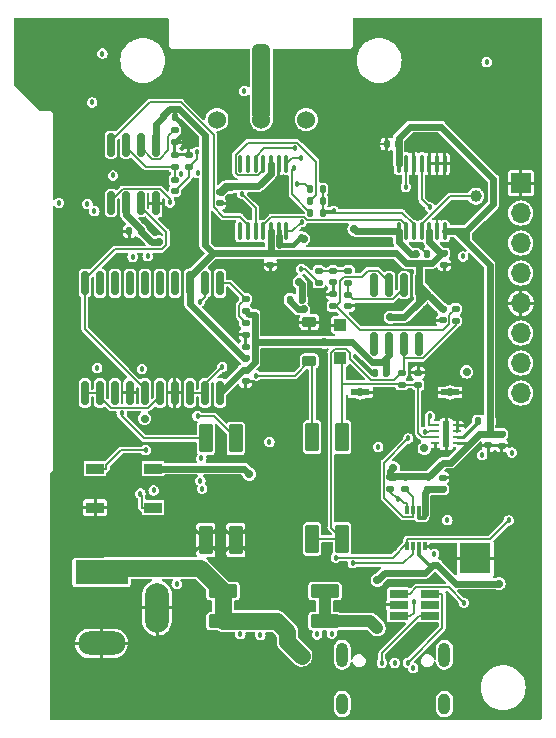
<source format=gbr>
%TF.GenerationSoftware,KiCad,Pcbnew,7.0.10*%
%TF.CreationDate,2024-03-09T07:06:28+08:00*%
%TF.ProjectId,ESP32Sensor-Sensor_board,45535033-3253-4656-9e73-6f722d53656e,rev?*%
%TF.SameCoordinates,Original*%
%TF.FileFunction,Copper,L4,Bot*%
%TF.FilePolarity,Positive*%
%FSLAX46Y46*%
G04 Gerber Fmt 4.6, Leading zero omitted, Abs format (unit mm)*
G04 Created by KiCad (PCBNEW 7.0.10) date 2024-03-09 07:06:28*
%MOMM*%
%LPD*%
G01*
G04 APERTURE LIST*
G04 Aperture macros list*
%AMRoundRect*
0 Rectangle with rounded corners*
0 $1 Rounding radius*
0 $2 $3 $4 $5 $6 $7 $8 $9 X,Y pos of 4 corners*
0 Add a 4 corners polygon primitive as box body*
4,1,4,$2,$3,$4,$5,$6,$7,$8,$9,$2,$3,0*
0 Add four circle primitives for the rounded corners*
1,1,$1+$1,$2,$3*
1,1,$1+$1,$4,$5*
1,1,$1+$1,$6,$7*
1,1,$1+$1,$8,$9*
0 Add four rect primitives between the rounded corners*
20,1,$1+$1,$2,$3,$4,$5,0*
20,1,$1+$1,$4,$5,$6,$7,0*
20,1,$1+$1,$6,$7,$8,$9,0*
20,1,$1+$1,$8,$9,$2,$3,0*%
G04 Aperture macros list end*
%TA.AperFunction,ComponentPad*%
%ADD10O,1.000000X2.100000*%
%TD*%
%TA.AperFunction,ComponentPad*%
%ADD11O,1.000000X1.800000*%
%TD*%
%TA.AperFunction,SMDPad,CuDef*%
%ADD12R,1.600000X0.500000*%
%TD*%
%TA.AperFunction,ComponentPad*%
%ADD13C,0.700000*%
%TD*%
%TA.AperFunction,SMDPad,CuDef*%
%ADD14R,2.600000X2.600000*%
%TD*%
%TA.AperFunction,ComponentPad*%
%ADD15R,4.500000X2.000000*%
%TD*%
%TA.AperFunction,ComponentPad*%
%ADD16O,4.000000X2.000000*%
%TD*%
%TA.AperFunction,ComponentPad*%
%ADD17O,2.000000X4.200000*%
%TD*%
%TA.AperFunction,SMDPad,CuDef*%
%ADD18RoundRect,0.113000X-0.452000X1.107000X-0.452000X-1.107000X0.452000X-1.107000X0.452000X1.107000X0*%
%TD*%
%TA.AperFunction,SMDPad,CuDef*%
%ADD19RoundRect,0.100000X-0.100000X0.637500X-0.100000X-0.637500X0.100000X-0.637500X0.100000X0.637500X0*%
%TD*%
%TA.AperFunction,SMDPad,CuDef*%
%ADD20RoundRect,0.135000X-0.185000X0.135000X-0.185000X-0.135000X0.185000X-0.135000X0.185000X0.135000X0*%
%TD*%
%TA.AperFunction,SMDPad,CuDef*%
%ADD21RoundRect,0.140000X-0.170000X0.140000X-0.170000X-0.140000X0.170000X-0.140000X0.170000X0.140000X0*%
%TD*%
%TA.AperFunction,SMDPad,CuDef*%
%ADD22RoundRect,0.140000X0.170000X-0.140000X0.170000X0.140000X-0.170000X0.140000X-0.170000X-0.140000X0*%
%TD*%
%TA.AperFunction,SMDPad,CuDef*%
%ADD23RoundRect,0.147500X0.147500X0.172500X-0.147500X0.172500X-0.147500X-0.172500X0.147500X-0.172500X0*%
%TD*%
%TA.AperFunction,SMDPad,CuDef*%
%ADD24RoundRect,0.250000X0.300000X-0.300000X0.300000X0.300000X-0.300000X0.300000X-0.300000X-0.300000X0*%
%TD*%
%TA.AperFunction,SMDPad,CuDef*%
%ADD25RoundRect,0.150000X-0.150000X0.825000X-0.150000X-0.825000X0.150000X-0.825000X0.150000X0.825000X0*%
%TD*%
%TA.AperFunction,SMDPad,CuDef*%
%ADD26RoundRect,0.135000X0.185000X-0.135000X0.185000X0.135000X-0.185000X0.135000X-0.185000X-0.135000X0*%
%TD*%
%TA.AperFunction,SMDPad,CuDef*%
%ADD27RoundRect,0.140000X0.140000X0.170000X-0.140000X0.170000X-0.140000X-0.170000X0.140000X-0.170000X0*%
%TD*%
%TA.AperFunction,SMDPad,CuDef*%
%ADD28RoundRect,0.135000X0.135000X0.185000X-0.135000X0.185000X-0.135000X-0.185000X0.135000X-0.185000X0*%
%TD*%
%TA.AperFunction,SMDPad,CuDef*%
%ADD29RoundRect,0.140000X-0.140000X-0.170000X0.140000X-0.170000X0.140000X0.170000X-0.140000X0.170000X0*%
%TD*%
%TA.AperFunction,ComponentPad*%
%ADD30R,1.700000X1.700000*%
%TD*%
%TA.AperFunction,ComponentPad*%
%ADD31O,1.700000X1.700000*%
%TD*%
%TA.AperFunction,SMDPad,CuDef*%
%ADD32R,1.560000X0.650000*%
%TD*%
%TA.AperFunction,SMDPad,CuDef*%
%ADD33RoundRect,0.225000X0.375000X-0.225000X0.375000X0.225000X-0.375000X0.225000X-0.375000X-0.225000X0*%
%TD*%
%TA.AperFunction,SMDPad,CuDef*%
%ADD34RoundRect,0.113000X1.107000X0.452000X-1.107000X0.452000X-1.107000X-0.452000X1.107000X-0.452000X0*%
%TD*%
%TA.AperFunction,SMDPad,CuDef*%
%ADD35RoundRect,0.147500X-0.147500X-0.172500X0.147500X-0.172500X0.147500X0.172500X-0.147500X0.172500X0*%
%TD*%
%TA.AperFunction,SMDPad,CuDef*%
%ADD36R,0.300000X0.800000*%
%TD*%
%TA.AperFunction,SMDPad,CuDef*%
%ADD37RoundRect,0.150000X-0.150000X0.875000X-0.150000X-0.875000X0.150000X-0.875000X0.150000X0.875000X0*%
%TD*%
%TA.AperFunction,SMDPad,CuDef*%
%ADD38R,0.700000X0.250000*%
%TD*%
%TA.AperFunction,SMDPad,CuDef*%
%ADD39R,0.610000X2.200000*%
%TD*%
%TA.AperFunction,SMDPad,CuDef*%
%ADD40RoundRect,0.100000X0.100000X-0.637500X0.100000X0.637500X-0.100000X0.637500X-0.100000X-0.637500X0*%
%TD*%
%TA.AperFunction,SMDPad,CuDef*%
%ADD41C,1.000000*%
%TD*%
%TA.AperFunction,SMDPad,CuDef*%
%ADD42R,1.500000X0.900000*%
%TD*%
%TA.AperFunction,ComponentPad*%
%ADD43C,1.524000*%
%TD*%
%TA.AperFunction,ConnectorPad*%
%ADD44RoundRect,0.381000X-0.381000X-2.794000X0.381000X-2.794000X0.381000X2.794000X-0.381000X2.794000X0*%
%TD*%
%TA.AperFunction,ViaPad*%
%ADD45C,0.457200*%
%TD*%
%TA.AperFunction,ViaPad*%
%ADD46C,0.711200*%
%TD*%
%TA.AperFunction,ViaPad*%
%ADD47C,1.000000*%
%TD*%
%TA.AperFunction,Conductor*%
%ADD48C,0.558800*%
%TD*%
%TA.AperFunction,Conductor*%
%ADD49C,0.152400*%
%TD*%
%TA.AperFunction,Conductor*%
%ADD50C,0.400000*%
%TD*%
%TA.AperFunction,Conductor*%
%ADD51C,0.249800*%
%TD*%
%TA.AperFunction,Conductor*%
%ADD52C,0.299800*%
%TD*%
%TA.AperFunction,Conductor*%
%ADD53C,1.000000*%
%TD*%
%TA.AperFunction,Conductor*%
%ADD54C,1.400000*%
%TD*%
%TA.AperFunction,Conductor*%
%ADD55C,0.540800*%
%TD*%
%TA.AperFunction,Conductor*%
%ADD56C,0.400600*%
%TD*%
G04 APERTURE END LIST*
D10*
%TO.P,J3,S4*%
%TO.N,N/C*%
X166420000Y-128210000D03*
D11*
%TO.P,J3,S3*%
X166420000Y-132390000D03*
%TO.P,J3,S2*%
X157780000Y-132390000D03*
D10*
%TO.P,J3,S1*%
X157780000Y-128210000D03*
%TD*%
D12*
%TO.P,U14,7,PAD*%
%TO.N,GND*%
X159300000Y-106012500D03*
D13*
X159300000Y-106012500D03*
%TD*%
D12*
%TO.P,U11,7,PAD*%
%TO.N,GND*%
X166900000Y-106012500D03*
D13*
X166900000Y-106012500D03*
%TD*%
%TO.P,U15,25,GND*%
%TO.N,GND*%
X168350000Y-120750000D03*
X169750000Y-120750000D03*
D14*
X169050000Y-120050000D03*
D13*
X168350000Y-119350000D03*
X169750000Y-119350000D03*
%TD*%
D15*
%TO.P,J1,1*%
%TO.N,VBUS*%
X137400000Y-121250000D03*
D16*
%TO.P,J1,2*%
%TO.N,GND*%
X137400000Y-127250000D03*
D17*
%TO.P,J1,3*%
X142100000Y-124250000D03*
%TD*%
D18*
%TO.P,S2,1A*%
%TO.N,ESP_ADC*%
X155230000Y-109800000D03*
%TO.P,S2,1B*%
%TO.N,Net-(U6-OUT)*%
X155230000Y-118400000D03*
%TO.P,S2,2A*%
%TO.N,Sensor_Analog*%
X157770000Y-109800000D03*
%TO.P,S2,2B*%
%TO.N,Net-(U6-OUT)*%
X157770000Y-118400000D03*
%TD*%
D19*
%TO.P,U1,1,VL*%
%TO.N,5V*%
X162550000Y-86637500D03*
%TO.P,U1,2,SCL*%
%TO.N,5V_SCL*%
X163200000Y-86637500D03*
%TO.P,U1,3,A1*%
%TO.N,GND*%
X163850000Y-86637500D03*
%TO.P,U1,4,SDA*%
%TO.N,5V_SDA*%
X164500000Y-86637500D03*
%TO.P,U1,5,A0*%
%TO.N,GND*%
X165150000Y-86637500D03*
%TO.P,U1,6,~{WLAT}*%
X165800000Y-86637500D03*
%TO.P,U1,7,NC*%
X166450000Y-86637500D03*
%TO.P,U1,8,~{SHDN}*%
%TO.N,5V*%
X166450000Y-92362500D03*
%TO.P,U1,9,DGND*%
%TO.N,GND*%
X165800000Y-92362500D03*
%TO.P,U1,10,V-*%
%TO.N,-Vs_For_Lock_in*%
X165150000Y-92362500D03*
%TO.P,U1,11,P0B*%
%TO.N,Net-(U1-P0B)*%
X164500000Y-92362500D03*
%TO.P,U1,12,P0W*%
%TO.N,EPOT_w*%
X163850000Y-92362500D03*
%TO.P,U1,13,P0A*%
%TO.N,EPOT_a*%
X163200000Y-92362500D03*
%TO.P,U1,14,V+*%
%TO.N,+Vs_For_Lock_in*%
X162550000Y-92362500D03*
%TD*%
D20*
%TO.P,R6,1*%
%TO.N,Net-(U3-SEL_A)*%
X149600000Y-100090000D03*
%TO.P,R6,2*%
%TO.N,GND*%
X149600000Y-101110000D03*
%TD*%
D21*
%TO.P,C9,1*%
%TO.N,GND*%
X149600000Y-102120000D03*
%TO.P,C9,2*%
%TO.N,-Vs_For_Lock_in*%
X149600000Y-103080000D03*
%TD*%
D22*
%TO.P,C33,1*%
%TO.N,GND*%
X151700000Y-95180000D03*
%TO.P,C33,2*%
%TO.N,-Vs_For_Lock_in*%
X151700000Y-94220000D03*
%TD*%
%TO.P,C6,1*%
%TO.N,GND*%
X147400000Y-89980000D03*
%TO.P,C6,2*%
%TO.N,+Vs_For_Lock_in*%
X147400000Y-89020000D03*
%TD*%
D23*
%TO.P,FB3,1*%
%TO.N,5V*%
X170260000Y-108416000D03*
%TO.P,FB3,2*%
%TO.N,5V_ADC*%
X169290000Y-108416000D03*
%TD*%
D22*
%TO.P,C15,1*%
%TO.N,GND*%
X170150000Y-110496000D03*
%TO.P,C15,2*%
%TO.N,5V*%
X170150000Y-109536000D03*
%TD*%
D24*
%TO.P,CR2,1*%
%TO.N,Sensor_Analog*%
X157600000Y-103100000D03*
%TO.P,CR2,2*%
%TO.N,GND*%
X157600000Y-100300000D03*
%TD*%
D25*
%TO.P,U4,1,RG*%
%TO.N,Op1_RG_b*%
X138195000Y-85025000D03*
%TO.P,U4,2,-IN*%
%TO.N,Net-(U4--IN)*%
X139465000Y-85025000D03*
%TO.P,U4,3,+IN*%
%TO.N,Net-(U4-+IN)*%
X140735000Y-85025000D03*
%TO.P,U4,4,-VS*%
%TO.N,-Vs_For_Lock_in*%
X142005000Y-85025000D03*
%TO.P,U4,5,REF*%
%TO.N,GND*%
X142005000Y-89975000D03*
%TO.P,U4,6,OUTPUT*%
%TO.N,Sensor_First_stage*%
X140735000Y-89975000D03*
%TO.P,U4,7,+VS*%
%TO.N,+Vs_For_Lock_in*%
X139465000Y-89975000D03*
%TO.P,U4,8,RG*%
%TO.N,EPOT_w*%
X138195000Y-89975000D03*
%TD*%
D26*
%TO.P,R9,1*%
%TO.N,GND*%
X143600000Y-84810000D03*
%TO.P,R9,2*%
%TO.N,Net-(U4-+IN)*%
X143600000Y-83790000D03*
%TD*%
%TO.P,R21,1*%
%TO.N,5V_SDA*%
X161850000Y-114210000D03*
%TO.P,R21,2*%
%TO.N,5V*%
X161850000Y-113190000D03*
%TD*%
D21*
%TO.P,C3,1*%
%TO.N,+Vs_For_Lock_in*%
X149600000Y-104120000D03*
%TO.P,C3,2*%
%TO.N,GND*%
X149600000Y-105080000D03*
%TD*%
D27*
%TO.P,C8,1*%
%TO.N,+Vs_For_Lock_in*%
X140720000Y-92350000D03*
%TO.P,C8,2*%
%TO.N,GND*%
X139760000Y-92350000D03*
%TD*%
D26*
%TO.P,R12,1*%
%TO.N,Sensor_Second_stage*%
X155800000Y-96720000D03*
%TO.P,R12,2*%
%TO.N,Net-(C12-Pad1)*%
X155800000Y-95700000D03*
%TD*%
D28*
%TO.P,R2,1*%
%TO.N,EPOT_w*%
X156110000Y-88800000D03*
%TO.P,R2,2*%
%TO.N,Net-(U2-S2)*%
X155090000Y-88800000D03*
%TD*%
D29*
%TO.P,C11,1*%
%TO.N,GND*%
X160520000Y-104400000D03*
%TO.P,C11,2*%
%TO.N,+Vs_For_Lock_in*%
X161480000Y-104400000D03*
%TD*%
D21*
%TO.P,C12,1*%
%TO.N,Net-(C12-Pad1)*%
X157000000Y-95720000D03*
%TO.P,C12,2*%
%TO.N,GND*%
X157000000Y-96680000D03*
%TD*%
D28*
%TO.P,R3,1*%
%TO.N,EPOT_w*%
X156110000Y-89800000D03*
%TO.P,R3,2*%
%TO.N,Net-(U2-S3)*%
X155090000Y-89800000D03*
%TD*%
D20*
%TO.P,R14,1*%
%TO.N,Net-(U6-OUT)*%
X162800000Y-104326200D03*
%TO.P,R14,2*%
%TO.N,Sensor_Analog*%
X162800000Y-105346200D03*
%TD*%
D30*
%TO.P,J6,1,Pin_1*%
%TO.N,GND*%
X172900000Y-88280000D03*
D31*
%TO.P,J6,2,Pin_2*%
%TO.N,3.3V*%
X172900000Y-90820000D03*
%TO.P,J6,3,Pin_3*%
%TO.N,SCL*%
X172900000Y-93360000D03*
%TO.P,J6,4,Pin_4*%
%TO.N,SDA*%
X172900000Y-95900000D03*
%TO.P,J6,5,Pin_5*%
%TO.N,GND*%
X172900000Y-98440000D03*
%TO.P,J6,6,Pin_6*%
%TO.N,GPIO1*%
X172900000Y-100980000D03*
%TO.P,J6,7,Pin_7*%
%TO.N,Mux_Sel_A*%
X172900000Y-103520000D03*
%TO.P,J6,8,Pin_8*%
%TO.N,Mux_Sel_B*%
X172900000Y-106060000D03*
%TD*%
D25*
%TO.P,U6,1,VOSTRIM*%
%TO.N,unconnected-(U6-VOSTRIM-Pad1)*%
X160495000Y-96925000D03*
%TO.P,U6,2,-IN*%
%TO.N,Net-(U6--IN)*%
X161765000Y-96925000D03*
%TO.P,U6,3,+IN*%
%TO.N,Net-(U6-+IN)*%
X163035000Y-96925000D03*
%TO.P,U6,4,V-*%
%TO.N,-Vs_For_Lock_in*%
X164305000Y-96925000D03*
%TO.P,U6,5,NC*%
%TO.N,unconnected-(U6-NC-Pad5)*%
X164305000Y-101875000D03*
%TO.P,U6,6,OUT*%
%TO.N,Net-(U6-OUT)*%
X163035000Y-101875000D03*
%TO.P,U6,7,V+*%
%TO.N,+Vs_For_Lock_in*%
X161765000Y-101875000D03*
%TO.P,U6,8,VOSTRIM*%
%TO.N,unconnected-(U6-VOSTRIM-Pad8)*%
X160495000Y-101875000D03*
%TD*%
D20*
%TO.P,R11,1*%
%TO.N,Net-(U6--IN)*%
X167400000Y-98910000D03*
%TO.P,R11,2*%
%TO.N,Net-(U6-OUT)*%
X167400000Y-99930000D03*
%TD*%
D26*
%TO.P,R17,1*%
%TO.N,Net-(U12-EN)*%
X165060000Y-114220000D03*
%TO.P,R17,2*%
%TO.N,5V*%
X165060000Y-113200000D03*
%TD*%
D32*
%TO.P,CR1,1,1*%
%TO.N,D+*%
X162550000Y-124950000D03*
%TO.P,CR1,2,2*%
%TO.N,GND*%
X162550000Y-124000000D03*
%TO.P,CR1,3,3*%
%TO.N,D-*%
X162550000Y-123050000D03*
%TO.P,CR1,4,4*%
%TO.N,CC2*%
X165250000Y-123050000D03*
%TO.P,CR1,5,5*%
%TO.N,unconnected-(CR1-Pad5)*%
X165250000Y-124000000D03*
%TO.P,CR1,6,6*%
%TO.N,CC1*%
X165250000Y-124950000D03*
%TD*%
D20*
%TO.P,R13,1*%
%TO.N,Net-(C12-Pad1)*%
X158300000Y-95690000D03*
%TO.P,R13,2*%
%TO.N,Net-(U6-+IN)*%
X158300000Y-96710000D03*
%TD*%
D33*
%TO.P,CR3,1*%
%TO.N,ESP_ADC*%
X155000000Y-103350000D03*
%TO.P,CR3,2*%
%TO.N,GND*%
X155000000Y-100050000D03*
%TD*%
D34*
%TO.P,S1,1A*%
%TO.N,USBC_VBUS*%
X156300000Y-122830000D03*
%TO.P,S1,1B*%
%TO.N,VBUS*%
X147700000Y-122830000D03*
%TO.P,S1,2A*%
%TO.N,USBC_VBUS*%
X156300000Y-125370000D03*
%TO.P,S1,2B*%
%TO.N,VBUS*%
X147700000Y-125370000D03*
%TD*%
D35*
%TO.P,FB4,1*%
%TO.N,5V*%
X153362600Y-98150000D03*
%TO.P,FB4,2*%
%TO.N,5V_PD*%
X154332600Y-98150000D03*
%TD*%
D36*
%TO.P,U12,1,GND*%
%TO.N,GND*%
X164750000Y-119050000D03*
%TO.P,U12,2,VREF1*%
%TO.N,3.3V*%
X164250000Y-119050000D03*
%TO.P,U12,3,SCL1*%
%TO.N,SCL*%
X163750000Y-119050000D03*
%TO.P,U12,4,SDA1*%
%TO.N,SDA*%
X163250000Y-119050000D03*
%TO.P,U12,5,SDA2*%
%TO.N,5V_SDA*%
X163250000Y-115950000D03*
%TO.P,U12,6,SCL2*%
%TO.N,5V_SCL*%
X163750000Y-115950000D03*
%TO.P,U12,7,VREF2*%
%TO.N,Net-(U12-EN)*%
X164250000Y-115950000D03*
%TO.P,U12,8,EN*%
X164750000Y-115950000D03*
%TD*%
D28*
%TO.P,R4,1*%
%TO.N,EPOT_w*%
X156110000Y-90800000D03*
%TO.P,R4,2*%
%TO.N,Net-(U2-S4)*%
X155090000Y-90800000D03*
%TD*%
D21*
%TO.P,C13,1*%
%TO.N,Net-(U6-+IN)*%
X158300000Y-97720000D03*
%TO.P,C13,2*%
%TO.N,GND*%
X158300000Y-98680000D03*
%TD*%
D22*
%TO.P,C7,1*%
%TO.N,Net-(PD1-An)*%
X143600000Y-88980000D03*
%TO.P,C7,2*%
%TO.N,Net-(U4--IN)*%
X143600000Y-88020000D03*
%TD*%
D29*
%TO.P,C4,1*%
%TO.N,GND*%
X161545000Y-84975000D03*
%TO.P,C4,2*%
%TO.N,5V*%
X162505000Y-84975000D03*
%TD*%
D21*
%TO.P,C14,1*%
%TO.N,-Vs_For_Lock_in*%
X166300000Y-98940000D03*
%TO.P,C14,2*%
%TO.N,GND*%
X166300000Y-99900000D03*
%TD*%
D27*
%TO.P,C10,1*%
%TO.N,GND*%
X143580000Y-82700000D03*
%TO.P,C10,2*%
%TO.N,-Vs_For_Lock_in*%
X142620000Y-82700000D03*
%TD*%
D22*
%TO.P,C32,1*%
%TO.N,GND*%
X166400000Y-95191200D03*
%TO.P,C32,2*%
%TO.N,-Vs_For_Lock_in*%
X166400000Y-94231200D03*
%TD*%
D20*
%TO.P,R15,1*%
%TO.N,GND*%
X164200000Y-104326200D03*
%TO.P,R15,2*%
%TO.N,Sensor_Analog*%
X164200000Y-105346200D03*
%TD*%
D37*
%TO.P,U3,1,R_{in}A*%
%TO.N,Sensor_First_stage*%
X135985000Y-96750000D03*
%TO.P,U3,2,CHA+*%
%TO.N,unconnected-(U3-CHA+-Pad2)*%
X137255000Y-96750000D03*
%TO.P,U3,3,DIFF_OFF_ADJ1*%
%TO.N,unconnected-(U3-DIFF_OFF_ADJ1-Pad3)*%
X138525000Y-96750000D03*
%TO.P,U3,4,DIFF_OFF_ADJ2*%
%TO.N,unconnected-(U3-DIFF_OFF_ADJ2-Pad4)*%
X139795000Y-96750000D03*
%TO.P,U3,5,CM_OFF_ADJ1*%
%TO.N,unconnected-(U3-CM_OFF_ADJ1-Pad5)*%
X141065000Y-96750000D03*
%TO.P,U3,6,CM_OFF_ADJ2*%
%TO.N,unconnected-(U3-CM_OFF_ADJ2-Pad6)*%
X142335000Y-96750000D03*
%TO.P,U3,7,B/~{A}*%
%TO.N,unconnected-(U3-B{slash}~{A}-Pad7)*%
X143605000Y-96750000D03*
%TO.P,U3,8,-V_{S}*%
%TO.N,-Vs_For_Lock_in*%
X144875000Y-96750000D03*
%TO.P,U3,9,SEL_B*%
%TO.N,LED_REF*%
X146145000Y-96750000D03*
%TO.P,U3,10,SEL_A*%
%TO.N,Net-(U3-SEL_A)*%
X147415000Y-96750000D03*
%TO.P,U3,11,+V_{S}*%
%TO.N,+Vs_For_Lock_in*%
X147415000Y-106050000D03*
%TO.P,U3,12,COMP*%
%TO.N,Sensor_Second_stage*%
X146145000Y-106050000D03*
%TO.P,U3,13,V_{OUT}*%
X144875000Y-106050000D03*
%TO.P,U3,14,R_{B}*%
%TO.N,GND*%
X143605000Y-106050000D03*
%TO.P,U3,15,R_{F}*%
%TO.N,Net-(U3-CHA-)*%
X142335000Y-106050000D03*
%TO.P,U3,16,R_{A}*%
%TO.N,Sensor_First_stage*%
X141065000Y-106050000D03*
%TO.P,U3,17,R_{in}B*%
%TO.N,GND*%
X139795000Y-106050000D03*
%TO.P,U3,18,CHB+*%
%TO.N,unconnected-(U3-CHB+-Pad18)*%
X138525000Y-106050000D03*
%TO.P,U3,19,CHB-*%
%TO.N,Net-(U3-CHA-)*%
X137255000Y-106050000D03*
%TO.P,U3,20,CHA-*%
X135985000Y-106050000D03*
%TD*%
D38*
%TO.P,U7,1,GND*%
%TO.N,GND*%
X167500000Y-108800000D03*
%TO.P,U7,2,REF-*%
X167500000Y-109300000D03*
%TO.P,U7,3,REF+*%
%TO.N,5V_ADC*%
X167500000Y-109800000D03*
%TO.P,U7,4,VCC*%
%TO.N,5V*%
X167500000Y-110300000D03*
%TO.P,U7,5,IN-*%
%TO.N,GND*%
X165650000Y-110300000D03*
%TO.P,U7,6,IN+*%
%TO.N,Sensor_Analog*%
X165650000Y-109800000D03*
%TO.P,U7,7,SCL*%
%TO.N,5V_SCL*%
X165650000Y-109300000D03*
%TO.P,U7,8,SDA*%
%TO.N,5V_SDA*%
X165650000Y-108800000D03*
D39*
%TO.P,U7,9,EPAD*%
%TO.N,GND*%
X166575000Y-109550000D03*
%TD*%
D26*
%TO.P,R5,1*%
%TO.N,+Vs_For_Lock_in*%
X149600000Y-99100000D03*
%TO.P,R5,2*%
%TO.N,Net-(U3-SEL_A)*%
X149600000Y-98080000D03*
%TD*%
D22*
%TO.P,C21,1*%
%TO.N,Net-(U12-EN)*%
X166270000Y-114190000D03*
%TO.P,C21,2*%
%TO.N,GND*%
X166270000Y-113230000D03*
%TD*%
D40*
%TO.P,U2,1,A0*%
%TO.N,Mux_Sel_A*%
X153050000Y-92362500D03*
%TO.P,U2,2,EN*%
%TO.N,5V*%
X152400000Y-92362500D03*
%TO.P,U2,3,VSS*%
%TO.N,-Vs_For_Lock_in*%
X151750000Y-92362500D03*
%TO.P,U2,4,S1*%
%TO.N,EPOT_a*%
X151100000Y-92362500D03*
%TO.P,U2,5,S2*%
%TO.N,Net-(U2-S2)*%
X150450000Y-92362500D03*
%TO.P,U2,6,D*%
%TO.N,Op1_RG_b*%
X149800000Y-92362500D03*
%TO.P,U2,7,NC*%
%TO.N,unconnected-(U2-NC-Pad7)*%
X149150000Y-92362500D03*
%TO.P,U2,8,NC*%
%TO.N,unconnected-(U2-NC-Pad8)*%
X149150000Y-86637500D03*
%TO.P,U2,9,NC*%
%TO.N,unconnected-(U2-NC-Pad9)*%
X149800000Y-86637500D03*
%TO.P,U2,10,S4*%
%TO.N,Net-(U2-S4)*%
X150450000Y-86637500D03*
%TO.P,U2,11,S3*%
%TO.N,Net-(U2-S3)*%
X151100000Y-86637500D03*
%TO.P,U2,12,VDD*%
%TO.N,+Vs_For_Lock_in*%
X151750000Y-86637500D03*
%TO.P,U2,13,GND*%
%TO.N,GND*%
X152400000Y-86637500D03*
%TO.P,U2,14,A1*%
%TO.N,Mux_Sel_B*%
X153050000Y-86637500D03*
%TD*%
D26*
%TO.P,R8,1*%
%TO.N,Net-(PD1-An)*%
X144800000Y-86910000D03*
%TO.P,R8,2*%
%TO.N,GND*%
X144800000Y-85890000D03*
%TD*%
D18*
%TO.P,S3,1A*%
%TO.N,ESP_EN*%
X146230000Y-109900000D03*
%TO.P,S3,1B*%
%TO.N,GND*%
X146230000Y-118500000D03*
%TO.P,S3,2A*%
%TO.N,GPIO9*%
X148770000Y-109900000D03*
%TO.P,S3,2B*%
%TO.N,GND*%
X148770000Y-118500000D03*
%TD*%
D26*
%TO.P,R7,1*%
%TO.N,Net-(U4--IN)*%
X143600000Y-86910000D03*
%TO.P,R7,2*%
%TO.N,GND*%
X143600000Y-85890000D03*
%TD*%
D20*
%TO.P,R10,1*%
%TO.N,GND*%
X157000000Y-97690000D03*
%TO.P,R10,2*%
%TO.N,Net-(U6--IN)*%
X157000000Y-98710000D03*
%TD*%
D41*
%TO.P,TP4,1,1*%
%TO.N,Net-(U1-P0B)*%
X169100000Y-89400000D03*
%TD*%
D26*
%TO.P,R20,1*%
%TO.N,5V_SCL*%
X163100000Y-114210000D03*
%TO.P,R20,2*%
%TO.N,5V*%
X163100000Y-113190000D03*
%TD*%
D27*
%TO.P,C5,1*%
%TO.N,GND*%
X164980000Y-94311200D03*
%TO.P,C5,2*%
%TO.N,+Vs_For_Lock_in*%
X164020000Y-94311200D03*
%TD*%
D42*
%TO.P,D1,1,VDD*%
%TO.N,5V*%
X141750000Y-112450000D03*
%TO.P,D1,2,DOUT*%
%TO.N,Net-(D1-DOUT)*%
X141750000Y-115750000D03*
%TO.P,D1,3,VSS*%
%TO.N,GND*%
X136850000Y-115750000D03*
%TO.P,D1,4,DIN*%
%TO.N,NeopixelLED*%
X136850000Y-112450000D03*
%TD*%
D22*
%TO.P,C16,1*%
%TO.N,GND*%
X171275000Y-110505000D03*
%TO.P,C16,2*%
%TO.N,5V*%
X171275000Y-109545000D03*
%TD*%
D43*
%TO.P,PD1,1,An*%
%TO.N,Net-(PD1-An)*%
X154726500Y-82904500D03*
%TO.P,PD1,2,Ca*%
%TO.N,5V_PD*%
X147170000Y-82904500D03*
D44*
%TO.P,PD1,3,Ca*%
X150916500Y-79729500D03*
D43*
X150916500Y-82904500D03*
%TD*%
D45*
%TO.N,GND*%
X152650000Y-89025000D03*
X144550000Y-83725000D03*
%TO.N,3.3V*%
X150850000Y-126550000D03*
X156900000Y-126425000D03*
%TO.N,GND*%
X163150000Y-106425000D03*
X136800000Y-110275000D03*
X140125000Y-107900000D03*
X142425000Y-108400000D03*
D46*
%TO.N,3.3V*%
X160750000Y-121900000D03*
%TO.N,5V_PD*%
X154140000Y-96650400D03*
D45*
%TO.N,Net-(PD1-An)*%
X145501000Y-85631500D03*
%TO.N,Net-(U13-FB{slash}SD)*%
X160820000Y-110613000D03*
X151610000Y-110187000D03*
%TO.N,Net-(U2-S4)*%
X153805000Y-85328500D03*
X153736000Y-86995000D03*
D47*
%TO.N,USBC_VBUS*%
X160740000Y-125950000D03*
D45*
%TO.N,Net-(U2-S2)*%
X149277000Y-89184600D03*
X153964000Y-88368300D03*
%TO.N,EPOT_w*%
X143182000Y-89918800D03*
X157066000Y-90635600D03*
%TO.N,5V_SCL*%
X163161000Y-88610600D03*
X163355000Y-109904000D03*
X164798000Y-109352000D03*
%TO.N,5V_SDA*%
X165210000Y-90340800D03*
X165210000Y-108009000D03*
X162475000Y-115025000D03*
%TO.N,Mux_Sel_B*%
X154317000Y-86161400D03*
X138365000Y-87638100D03*
D47*
%TO.N,VBUS*%
X154335000Y-128322000D03*
D45*
%TO.N,NeopixelLED*%
X141143000Y-110888000D03*
%TO.N,ESP_PWM_DIM*%
X136600000Y-81450000D03*
X140819200Y-104022000D03*
%TO.N,Net-(D1-DOUT)*%
X140691000Y-114579000D03*
%TO.N,Mux_Sel_A*%
X136790000Y-90651700D03*
X154332000Y-91593900D03*
%TO.N,GPIO1*%
X136194000Y-90045700D03*
%TO.N,ESP_ADC*%
X133797000Y-89951700D03*
X150514000Y-104586000D03*
%TO.N,Sensor_Second_stage*%
X154300000Y-95575000D03*
X147619000Y-103859000D03*
D46*
%TO.N,-Vs_For_Lock_in*%
X161850000Y-99625000D03*
X164724000Y-110745000D03*
%TO.N,+Vs_For_Lock_in*%
X158791000Y-92177500D03*
X148320000Y-88647300D03*
X156271000Y-101755000D03*
X142252000Y-93270400D03*
%TO.N,5V*%
X154502000Y-92999100D03*
X149906000Y-112918000D03*
X162081000Y-112394000D03*
X154502000Y-98967000D03*
D45*
%TO.N,LED_REF*%
X145706300Y-98329000D03*
X137475000Y-77325000D03*
%TO.N,SDA*%
X171871700Y-116836100D03*
X157229500Y-119983200D03*
X145920900Y-114150700D03*
%TO.N,SCL*%
X158669500Y-120472100D03*
X137026200Y-103954300D03*
X168010500Y-94483900D03*
%TO.N,INT*%
X170000000Y-78050000D03*
X149481600Y-80497300D03*
X145527000Y-87421250D03*
X155653800Y-126501000D03*
%TO.N,ESP_EN*%
X139100000Y-107775000D03*
X169624000Y-111310000D03*
%TO.N,GPIO9*%
X145524000Y-108012000D03*
X172151000Y-111100000D03*
%TO.N,ESP_RXD*%
X144138000Y-87538700D03*
X145775000Y-113487000D03*
X165559000Y-119666000D03*
%TO.N,ESP_TXD*%
X166687000Y-116829000D03*
X145847000Y-111594000D03*
%TO.N,CC2*%
X163324000Y-128895000D03*
%TO.N,D-*%
X141301000Y-94479200D03*
X143764000Y-122240000D03*
X168072000Y-123810000D03*
X162215000Y-128897000D03*
%TO.N,D+*%
X141804000Y-114308000D03*
X163790000Y-129340000D03*
X163831000Y-123789000D03*
X140027000Y-94529300D03*
%TO.N,CC1*%
X161130000Y-128914000D03*
X149150000Y-126475000D03*
D46*
%TO.N,3.3V*%
X171041800Y-122188300D03*
X168307900Y-104266700D03*
X141044200Y-108216500D03*
D47*
%TO.N,GND*%
X169050000Y-120050000D03*
D45*
X162230000Y-119150000D03*
X159420000Y-103500000D03*
X167157000Y-97739200D03*
X161100000Y-98900000D03*
X167040000Y-126410000D03*
X167361000Y-90576400D03*
X160985000Y-86004400D03*
X171575000Y-94450000D03*
X157683000Y-83210400D03*
X158440000Y-104060000D03*
X142970000Y-94850000D03*
X164360000Y-93580000D03*
X159150000Y-87225000D03*
X140925000Y-91475000D03*
X150266000Y-115494000D03*
X145380000Y-102770000D03*
X147475000Y-87575000D03*
X166878000Y-102387000D03*
X166010000Y-121800000D03*
X167056000Y-88341200D03*
X147375000Y-91900000D03*
X163881000Y-89941400D03*
X165775000Y-117700000D03*
X157800000Y-126390000D03*
X148740000Y-90280000D03*
X160985000Y-93268800D03*
%TD*%
D48*
%TO.N,-Vs_For_Lock_in*%
X163701950Y-98951950D02*
X164933900Y-97720000D01*
X164933900Y-97720000D02*
X165080000Y-97720000D01*
X165080000Y-97720000D02*
X166300000Y-98940000D01*
X164305000Y-96945000D02*
X165080000Y-97720000D01*
X164305000Y-98348900D02*
X164305000Y-96945000D01*
X164676950Y-97296950D02*
X164676950Y-97976950D01*
X164305000Y-96925000D02*
X164676950Y-97296950D01*
X164305000Y-98348900D02*
X163701950Y-98951950D01*
X164305000Y-96925000D02*
X164305000Y-98348900D01*
X163028900Y-99625000D02*
X163701950Y-98951950D01*
%TO.N,5V*%
X168270324Y-93204676D02*
X168287500Y-93187500D01*
X168270324Y-93204676D02*
X170260000Y-95194000D01*
X168287500Y-93187500D02*
X168287500Y-92362500D01*
X167428000Y-92362500D02*
X168270324Y-93204676D01*
X170575000Y-90075000D02*
X168287500Y-92362500D01*
X170575000Y-87950000D02*
X170575000Y-90075000D01*
X168287500Y-92362500D02*
X167428000Y-92362500D01*
X166125000Y-83500000D02*
X170575000Y-87950000D01*
X163500000Y-83500000D02*
X166125000Y-83500000D01*
X162550000Y-84450000D02*
X163500000Y-83500000D01*
X162550000Y-86637500D02*
X162550000Y-84450000D01*
%TO.N,+Vs_For_Lock_in*%
X161480000Y-103134998D02*
X161594999Y-103019999D01*
X161480000Y-104400000D02*
X161480000Y-103134998D01*
X161594999Y-103019999D02*
X161765000Y-102849999D01*
X161204999Y-103410000D02*
X161594999Y-103019999D01*
X161195000Y-103410000D02*
X161480000Y-103695000D01*
X160265000Y-103410000D02*
X161195000Y-103410000D01*
X161765000Y-102849999D02*
X161765000Y-101875000D01*
X160265000Y-103410000D02*
X161204999Y-103410000D01*
X158610000Y-101755000D02*
X156271000Y-101755000D01*
X160265000Y-103410000D02*
X158610000Y-101755000D01*
D49*
%TO.N,Net-(U6-OUT)*%
X163035000Y-104091200D02*
X162800000Y-104326200D01*
X163035000Y-103108000D02*
X163035000Y-104091200D01*
X162799800Y-104326200D02*
X162603500Y-104522500D01*
X162800000Y-104326200D02*
X162799800Y-104326200D01*
D48*
%TO.N,+Vs_For_Lock_in*%
X161480000Y-103695000D02*
X161480000Y-104400000D01*
D50*
%TO.N,GND*%
X144360000Y-83915000D02*
X144360000Y-84050000D01*
X144550000Y-83725000D02*
X144360000Y-83915000D01*
X144360000Y-83535000D02*
X144550000Y-83725000D01*
X144360000Y-83400000D02*
X144360000Y-83535000D01*
X143580000Y-82700000D02*
X143660000Y-82700000D01*
X143660000Y-82700000D02*
X144360000Y-83400000D01*
X144360000Y-84050000D02*
X143600000Y-84810000D01*
D51*
%TO.N,5V*%
X168600000Y-110300000D02*
X167500000Y-110300000D01*
X168662500Y-110237500D02*
X168600000Y-110300000D01*
D48*
X169364000Y-109536000D02*
X166946000Y-111954000D01*
X166946000Y-111954000D02*
X166306000Y-111954000D01*
X166306000Y-111954000D02*
X165060000Y-113200000D01*
X170260000Y-109536000D02*
X169364000Y-109536000D01*
D51*
%TO.N,5V_ADC*%
X167978800Y-109800000D02*
X167500000Y-109800000D01*
X169290000Y-108416000D02*
X169290000Y-108488800D01*
X169290000Y-108488800D02*
X167978800Y-109800000D01*
D48*
%TO.N,5V*%
X171266000Y-109536000D02*
X171275000Y-109545000D01*
X170260000Y-109536000D02*
X171266000Y-109536000D01*
D49*
%TO.N,Sensor_Second_stage*%
X154655000Y-95575000D02*
X155800000Y-96720000D01*
X154300000Y-95575000D02*
X154655000Y-95575000D01*
D48*
%TO.N,-Vs_For_Lock_in*%
X161850000Y-99625000D02*
X163028900Y-99625000D01*
D49*
%TO.N,ESP_EN*%
X140989342Y-109900000D02*
X146230000Y-109900000D01*
X139100000Y-108010658D02*
X140989342Y-109900000D01*
X139100000Y-107775000D02*
X139100000Y-108010658D01*
D52*
%TO.N,3.3V*%
X165463200Y-120625900D02*
X165100900Y-120625900D01*
X165100900Y-120625900D02*
X164250000Y-119775000D01*
D48*
X165830200Y-120625900D02*
X167392600Y-122188300D01*
D52*
X164250000Y-119775000D02*
X164250000Y-119050000D01*
D48*
X160750000Y-121900000D02*
X161375000Y-121275000D01*
X164814100Y-121275000D02*
X165463200Y-120625900D01*
X161375000Y-121275000D02*
X164814100Y-121275000D01*
X165463200Y-120625900D02*
X165830200Y-120625900D01*
X167392600Y-122188300D02*
X171041800Y-122188300D01*
%TO.N,5V_PD*%
X154333000Y-96843300D02*
X154333000Y-97496600D01*
X154140000Y-96650400D02*
X154333000Y-96843300D01*
X154333000Y-97496600D02*
X154333000Y-98150000D01*
X154332600Y-97497000D02*
X154332600Y-98150000D01*
X154333000Y-97496600D02*
X154332600Y-97497000D01*
X150916000Y-81317000D02*
X150916000Y-82904500D01*
X150916500Y-81317500D02*
X150916500Y-82904500D01*
X150916000Y-81317000D02*
X150916500Y-81317500D01*
X150916000Y-79729500D02*
X150916000Y-80523200D01*
X150916000Y-80523200D02*
X150916000Y-81317000D01*
X150916500Y-80522700D02*
X150916500Y-79729500D01*
X150916000Y-80523200D02*
X150916500Y-80522700D01*
D49*
%TO.N,Net-(PD1-An)*%
X145501000Y-86209100D02*
X144800000Y-86910000D01*
X145501000Y-85631500D02*
X145501000Y-86209100D01*
X144800000Y-87780000D02*
X143600000Y-88980000D01*
X144800000Y-86910000D02*
X144800000Y-87780000D01*
%TO.N,EPOT_a*%
X151100000Y-91832700D02*
X151100000Y-92362500D01*
X151772000Y-91160200D02*
X151100000Y-91832700D01*
X154511000Y-91160200D02*
X151772000Y-91160200D01*
X154764000Y-91412500D02*
X154511000Y-91160200D01*
X162777000Y-91412500D02*
X154764000Y-91412500D01*
X163200000Y-91835600D02*
X162777000Y-91412500D01*
X163200000Y-92362500D02*
X163200000Y-91835600D01*
%TO.N,Op1_RG_b*%
X138195000Y-84742300D02*
X138195000Y-85025000D01*
X141484000Y-81453600D02*
X138195000Y-84742300D01*
X144125000Y-81453600D02*
X141484000Y-81453600D01*
X146884000Y-84212900D02*
X144125000Y-81453600D01*
X146884000Y-90299100D02*
X146884000Y-84212900D01*
X147704000Y-91118900D02*
X146884000Y-90299100D01*
X149113000Y-91118900D02*
X147704000Y-91118900D01*
X149800000Y-91806000D02*
X149113000Y-91118900D01*
X149800000Y-92362500D02*
X149800000Y-91806000D01*
%TO.N,Net-(U1-P0B)*%
X166874000Y-89400000D02*
X169100000Y-89400000D01*
X164500000Y-91774100D02*
X166874000Y-89400000D01*
X164500000Y-92362500D02*
X164500000Y-91774100D01*
%TO.N,Net-(U3-CHA-)*%
X142335000Y-106320000D02*
X142335000Y-106050000D01*
X141364000Y-107291000D02*
X142335000Y-106320000D01*
X138166000Y-107291000D02*
X141364000Y-107291000D01*
X137255000Y-106380000D02*
X138166000Y-107291000D01*
X137255000Y-106050000D02*
X137255000Y-106380000D01*
X135985000Y-106050000D02*
X137255000Y-106050000D01*
D48*
%TO.N,Net-(U12-EN)*%
X165050000Y-114210000D02*
X165050000Y-114180000D01*
X164750000Y-116289000D02*
X164750000Y-115950000D01*
X164750000Y-114510000D02*
X165050000Y-114210000D01*
X164750000Y-115950000D02*
X164750000Y-114510000D01*
D52*
X164750000Y-116629000D02*
X164750000Y-116289000D01*
X164250000Y-116629000D02*
X164750000Y-116629000D01*
X164250000Y-115950000D02*
X164250000Y-116629000D01*
D48*
X165050000Y-114210000D02*
X165070000Y-114210000D01*
X165070000Y-114210000D02*
X165060000Y-114220000D01*
X166250000Y-114210000D02*
X166208000Y-114210000D01*
X166270000Y-114190000D02*
X166250000Y-114210000D01*
X165070000Y-114210000D02*
X166208000Y-114210000D01*
X166208000Y-114210000D02*
X166300000Y-114210000D01*
D49*
%TO.N,Net-(U6-OUT)*%
X157770000Y-118400000D02*
X155230000Y-118400000D01*
X163035000Y-101875000D02*
X163035000Y-103108000D01*
X167400000Y-100283000D02*
X167400000Y-99930000D01*
X164575000Y-103108000D02*
X167400000Y-100283000D01*
X163035000Y-103108000D02*
X164575000Y-103108000D01*
X156818000Y-117448000D02*
X157770000Y-118400000D01*
X156818000Y-102633000D02*
X156818000Y-117448000D01*
X157137000Y-102314000D02*
X156818000Y-102633000D01*
X158102000Y-102314000D02*
X157137000Y-102314000D01*
X158442000Y-102655000D02*
X158102000Y-102314000D01*
X158442000Y-103172000D02*
X158442000Y-102655000D01*
X160225000Y-104954000D02*
X158442000Y-103172000D01*
X162172000Y-104954000D02*
X160225000Y-104954000D01*
X162603500Y-104522500D02*
X162172000Y-104954000D01*
X162603700Y-104522500D02*
X162800000Y-104326200D01*
X162603500Y-104522500D02*
X162603700Y-104522500D01*
%TO.N,Net-(U6--IN)*%
X157258000Y-98710000D02*
X157000000Y-98710000D01*
X159242000Y-100694000D02*
X157258000Y-98710000D01*
X166337000Y-100694000D02*
X159242000Y-100694000D01*
X166855000Y-100176000D02*
X166337000Y-100694000D01*
X166855000Y-99454800D02*
X166855000Y-100176000D01*
X167400000Y-98910000D02*
X166855000Y-99454800D01*
X161765000Y-96654700D02*
X161765000Y-96925000D01*
X160802000Y-95691200D02*
X161765000Y-96654700D01*
X159920000Y-95691200D02*
X160802000Y-95691200D01*
X159411000Y-96200100D02*
X159920000Y-95691200D01*
X157950000Y-96200100D02*
X159411000Y-96200100D01*
X157590000Y-96560100D02*
X157950000Y-96200100D01*
X157590000Y-98377900D02*
X157590000Y-96560100D01*
X157258000Y-98710000D02*
X157590000Y-98377900D01*
%TO.N,Net-(U4-+IN)*%
X143054000Y-84335900D02*
X143600000Y-83790000D01*
X143054000Y-85492200D02*
X143054000Y-84335900D01*
X142339000Y-86207400D02*
X143054000Y-85492200D01*
X141673000Y-86207400D02*
X142339000Y-86207400D01*
X140735000Y-85269200D02*
X141673000Y-86207400D01*
X140735000Y-85025000D02*
X140735000Y-85269200D01*
%TO.N,Net-(U3-SEL_A)*%
X148270000Y-96750000D02*
X149600000Y-98080000D01*
X147415000Y-96750000D02*
X148270000Y-96750000D01*
X149064000Y-99554300D02*
X149600000Y-100090000D01*
X149064000Y-98615700D02*
X149064000Y-99554300D01*
X149600000Y-98080000D02*
X149064000Y-98615700D01*
%TO.N,Net-(U6-+IN)*%
X158300000Y-97720000D02*
X158300000Y-96710000D01*
X163035000Y-97138800D02*
X163035000Y-96925000D01*
X162044000Y-98129700D02*
X163035000Y-97138800D01*
X158710000Y-98129700D02*
X162044000Y-98129700D01*
X158300000Y-97720000D02*
X158710000Y-98129700D01*
%TO.N,Net-(C12-Pad1)*%
X157030000Y-95690000D02*
X157000000Y-95720000D01*
X158300000Y-95690000D02*
X157030000Y-95690000D01*
X155820000Y-95720000D02*
X155800000Y-95700000D01*
X157000000Y-95720000D02*
X155820000Y-95720000D01*
%TO.N,Net-(U4--IN)*%
X139465000Y-85238600D02*
X139465000Y-85025000D01*
X141136000Y-86910000D02*
X139465000Y-85238600D01*
X143600000Y-86910000D02*
X141136000Y-86910000D01*
X143600000Y-88020000D02*
X143600000Y-86910000D01*
%TO.N,Net-(U2-S4)*%
X150450000Y-86070600D02*
X150450000Y-86637500D01*
X151192000Y-85328500D02*
X150450000Y-86070600D01*
X153805000Y-85328500D02*
X151192000Y-85328500D01*
X153531000Y-87200700D02*
X153736000Y-86995000D01*
X153531000Y-89240600D02*
X153531000Y-87200700D01*
X155090000Y-90800000D02*
X153531000Y-89240600D01*
D53*
%TO.N,USBC_VBUS*%
X156300000Y-125370000D02*
X156300000Y-122830000D01*
X160160000Y-125370000D02*
X156300000Y-125370000D01*
X160740000Y-125950000D02*
X160160000Y-125370000D01*
D49*
%TO.N,Net-(U2-S3)*%
X151100000Y-87157100D02*
X151100000Y-86637500D01*
X150677000Y-87580500D02*
X151100000Y-87157100D01*
X148923000Y-87580500D02*
X150677000Y-87580500D01*
X148744000Y-87401600D02*
X148923000Y-87580500D01*
X148744000Y-85873400D02*
X148744000Y-87401600D01*
X149761000Y-84856900D02*
X148744000Y-85873400D01*
X153947000Y-84856900D02*
X149761000Y-84856900D01*
X155566000Y-86476000D02*
X153947000Y-84856900D01*
X155566000Y-89324100D02*
X155566000Y-86476000D01*
X155090000Y-89800000D02*
X155566000Y-89324100D01*
%TO.N,Net-(U2-S2)*%
X154658000Y-88368300D02*
X155090000Y-88800000D01*
X153964000Y-88368300D02*
X154658000Y-88368300D01*
X150450000Y-90357900D02*
X149277000Y-89184600D01*
X150450000Y-92362500D02*
X150450000Y-90357900D01*
%TO.N,EPOT_w*%
X157066000Y-90635600D02*
X156110000Y-90635600D01*
X156110000Y-90635600D02*
X156110000Y-89800000D01*
X156110000Y-90800000D02*
X156110000Y-90635600D01*
X156110000Y-89800000D02*
X156110000Y-88800000D01*
X162878000Y-90800000D02*
X156110000Y-90800000D01*
X163850000Y-91771600D02*
X162878000Y-90800000D01*
X163850000Y-92362500D02*
X163850000Y-91771600D01*
X143182000Y-89649100D02*
X143182000Y-89918800D01*
X142313000Y-88780000D02*
X143182000Y-89649100D01*
X139177000Y-88780000D02*
X142313000Y-88780000D01*
X138195000Y-89761600D02*
X139177000Y-88780000D01*
X138195000Y-89975000D02*
X138195000Y-89761600D01*
%TO.N,5V_SCL*%
X163750000Y-114860000D02*
X163100000Y-114210000D01*
X163750000Y-115950000D02*
X163750000Y-114860000D01*
X165043000Y-109352000D02*
X164798000Y-109352000D01*
X165095000Y-109300000D02*
X165043000Y-109352000D01*
X165650000Y-109300000D02*
X165095000Y-109300000D01*
X163161000Y-86676800D02*
X163161000Y-88610600D01*
X163200000Y-86637500D02*
X163161000Y-86676800D01*
X163750000Y-116555000D02*
X163750000Y-115950000D01*
X162963000Y-116555000D02*
X163750000Y-116555000D01*
X161317000Y-114909000D02*
X162963000Y-116555000D01*
X161317000Y-111942000D02*
X161317000Y-114909000D01*
X163355000Y-109904000D02*
X161317000Y-111942000D01*
%TO.N,5V_SDA*%
X163250000Y-115345000D02*
X163250000Y-115950000D01*
X162995000Y-115345000D02*
X163250000Y-115345000D01*
X162675000Y-115025000D02*
X162995000Y-115345000D01*
X162475000Y-115025000D02*
X162675000Y-115025000D01*
X165095000Y-108124000D02*
X165210000Y-108009000D01*
X165095000Y-108800000D02*
X165095000Y-108124000D01*
X165650000Y-108800000D02*
X165095000Y-108800000D01*
X164500000Y-89630500D02*
X165210000Y-90340800D01*
X164500000Y-86637500D02*
X164500000Y-89630500D01*
X161850000Y-114400000D02*
X161850000Y-114210000D01*
X162475000Y-115025000D02*
X161850000Y-114400000D01*
%TO.N,Mux_Sel_B*%
X153526000Y-86161400D02*
X153050000Y-86637500D01*
X154317000Y-86161400D02*
X153526000Y-86161400D01*
D54*
%TO.N,VBUS*%
X147700000Y-125370000D02*
X147700000Y-122830000D01*
X152230000Y-125370000D02*
X147700000Y-125370000D01*
X153140000Y-126280000D02*
X152230000Y-125370000D01*
X153140000Y-127127000D02*
X153140000Y-126280000D01*
X154335000Y-128322000D02*
X153140000Y-127127000D01*
X137770000Y-120880000D02*
X137400000Y-121250000D01*
X145750000Y-120880000D02*
X137770000Y-120880000D01*
X147700000Y-122830000D02*
X145750000Y-120880000D01*
D49*
%TO.N,NeopixelLED*%
X139044000Y-110888000D02*
X141143000Y-110888000D01*
X137805000Y-112127000D02*
X139044000Y-110888000D01*
X137805000Y-112450000D02*
X137805000Y-112127000D01*
X136850000Y-112450000D02*
X137805000Y-112450000D01*
%TO.N,Net-(D1-DOUT)*%
X140795000Y-115750000D02*
X141750000Y-115750000D01*
X140795000Y-114684000D02*
X140795000Y-115750000D01*
X140691000Y-114579000D02*
X140795000Y-114684000D01*
%TO.N,Mux_Sel_A*%
X153563000Y-92362500D02*
X154332000Y-91593900D01*
X153050000Y-92362500D02*
X153563000Y-92362500D01*
%TO.N,Sensor_First_stage*%
X140735000Y-90273300D02*
X140735000Y-89975000D01*
X142870000Y-92407800D02*
X140735000Y-90273300D01*
X142870000Y-93494700D02*
X142870000Y-92407800D01*
X142477000Y-93886900D02*
X142870000Y-93494700D01*
X138522000Y-93886900D02*
X142477000Y-93886900D01*
X135985000Y-96423600D02*
X138522000Y-93886900D01*
X135985000Y-96750000D02*
X135985000Y-96423600D01*
X135985000Y-100663000D02*
X135985000Y-96750000D01*
X141065000Y-105743000D02*
X135985000Y-100663000D01*
X141065000Y-106050000D02*
X141065000Y-105743000D01*
%TO.N,ESP_ADC*%
X155230000Y-103580000D02*
X155000000Y-103350000D01*
X155230000Y-109800000D02*
X155230000Y-103580000D01*
X153764000Y-104586000D02*
X150514000Y-104586000D01*
X155000000Y-103350000D02*
X153764000Y-104586000D01*
%TO.N,Sensor_Second_stage*%
X144875000Y-106050000D02*
X146145000Y-106050000D01*
X146145000Y-105333000D02*
X146145000Y-106050000D01*
X147619000Y-103859000D02*
X146145000Y-105333000D01*
D48*
%TO.N,-Vs_For_Lock_in*%
X142005000Y-83315000D02*
X142620000Y-82700000D01*
X142005000Y-85025000D02*
X142005000Y-83315000D01*
X151750000Y-94195000D02*
X151750000Y-92362500D01*
X164305000Y-95040100D02*
X164305000Y-96925000D01*
X151725000Y-94195000D02*
X151750000Y-94195000D01*
X151700000Y-94220000D02*
X151725000Y-94195000D01*
X165150000Y-93241200D02*
X165150000Y-92362500D01*
X166140000Y-94231200D02*
X165150000Y-93241200D01*
X144875000Y-96201600D02*
X146857000Y-94220000D01*
X144875000Y-96750000D02*
X144875000Y-96201600D01*
X144875000Y-98489900D02*
X144875000Y-96750000D01*
X149465000Y-103080000D02*
X144875000Y-98489900D01*
X149600000Y-103080000D02*
X149465000Y-103080000D01*
X166140000Y-94302800D02*
X166140000Y-94231200D01*
X165403000Y-95040100D02*
X166140000Y-94302800D01*
X164305000Y-95040100D02*
X165403000Y-95040100D01*
X142620000Y-82552200D02*
X142620000Y-82700000D01*
X143202000Y-81970200D02*
X142620000Y-82552200D01*
X143956000Y-81970200D02*
X143202000Y-81970200D01*
X146162000Y-84175900D02*
X143956000Y-81970200D01*
X146162000Y-93525600D02*
X146162000Y-84175900D01*
X146857000Y-94220000D02*
X146162000Y-93525600D01*
X166400000Y-94231200D02*
X166140000Y-94231200D01*
X163152000Y-95040100D02*
X164305000Y-95040100D01*
X162306000Y-94195000D02*
X163152000Y-95040100D01*
X151750000Y-94195000D02*
X162306000Y-94195000D01*
X146857000Y-94220000D02*
X151700000Y-94220000D01*
%TO.N,+Vs_For_Lock_in*%
X150362000Y-101755000D02*
X150362000Y-99412700D01*
X150362000Y-101755000D02*
X156271000Y-101755000D01*
D55*
X149913000Y-99412700D02*
X149600000Y-99100000D01*
X150362000Y-99412700D02*
X149913000Y-99412700D01*
D48*
X150362000Y-103448000D02*
X150362000Y-101755000D01*
X149690000Y-104120000D02*
X150362000Y-103448000D01*
X149600000Y-104120000D02*
X149690000Y-104120000D01*
X151750000Y-87473300D02*
X151750000Y-86637500D01*
X150676000Y-88547700D02*
X151750000Y-87473300D01*
X147872000Y-88547700D02*
X150676000Y-88547700D01*
X147400000Y-89020000D02*
X147872000Y-88547700D01*
X158976000Y-92362500D02*
X158791000Y-92177500D01*
X162550000Y-92362500D02*
X158976000Y-92362500D01*
X162550000Y-93231700D02*
X162550000Y-92362500D01*
X163630000Y-94311200D02*
X162550000Y-93231700D01*
X164020000Y-94311200D02*
X163630000Y-94311200D01*
X149345000Y-104120000D02*
X149600000Y-104120000D01*
X147415000Y-106050000D02*
X149345000Y-104120000D01*
X147572000Y-89020000D02*
X147400000Y-89020000D01*
X147945000Y-88647300D02*
X147572000Y-89020000D01*
X148320000Y-88647300D02*
X147945000Y-88647300D01*
X140720000Y-92348200D02*
X141181000Y-92809300D01*
X140720000Y-92200000D02*
X140720000Y-92348200D01*
X139465000Y-90945000D02*
X140720000Y-92200000D01*
X139465000Y-89975000D02*
X139465000Y-90945000D01*
X141642000Y-93270400D02*
X142252000Y-93270400D01*
X141181000Y-92809300D02*
X141642000Y-93270400D01*
X141179300Y-92809300D02*
X140720000Y-92350000D01*
X141181000Y-92809300D02*
X141179300Y-92809300D01*
D49*
%TO.N,Sensor_Analog*%
X157770000Y-103270000D02*
X157600000Y-103100000D01*
X157770000Y-105274000D02*
X157770000Y-103270000D01*
X157770000Y-109800000D02*
X157770000Y-105274000D01*
X164555000Y-109800000D02*
X165650000Y-109800000D01*
X164200000Y-109445000D02*
X164555000Y-109800000D01*
X164200000Y-105346200D02*
X164200000Y-109445000D01*
X162728000Y-105274000D02*
X162800000Y-105346000D01*
X157770000Y-105274000D02*
X162728000Y-105274000D01*
X164200000Y-105346000D02*
X164200000Y-105346200D01*
X162800000Y-105346000D02*
X164200000Y-105346000D01*
X162800000Y-105346000D02*
X162800000Y-105346200D01*
D48*
%TO.N,5V*%
X170260000Y-109536000D02*
X170260000Y-108416000D01*
X152440000Y-92721400D02*
X152440000Y-93507200D01*
D56*
X152440000Y-92402000D02*
X152400000Y-92362500D01*
X152440000Y-92721400D02*
X152440000Y-92402000D01*
D48*
X154323000Y-92820800D02*
X154502000Y-92999100D01*
X149438000Y-112450000D02*
X149906000Y-112918000D01*
X141750000Y-112450000D02*
X149438000Y-112450000D01*
X167428000Y-92362500D02*
X166450000Y-92362500D01*
D56*
X153637000Y-93507200D02*
X152440000Y-93507200D01*
X154323000Y-92820800D02*
X153637000Y-93507200D01*
D48*
X170260000Y-95194000D02*
X170260000Y-108416000D01*
X161850000Y-112625000D02*
X162081000Y-112394000D01*
X161850000Y-113180000D02*
X161850000Y-112625000D01*
X162148000Y-113180000D02*
X161850000Y-113180000D01*
X153363000Y-98150000D02*
X153363000Y-98218400D01*
X154043000Y-98967000D02*
X154502000Y-98967000D01*
X153363000Y-98286800D02*
X154043000Y-98967000D01*
X153363000Y-98218400D02*
X153363000Y-98286800D01*
X153362600Y-98218000D02*
X153362600Y-98150000D01*
X153363000Y-98218400D02*
X153362600Y-98218000D01*
X161924000Y-113116000D02*
X162212000Y-113116000D01*
X161850000Y-113190000D02*
X161924000Y-113116000D01*
X162212000Y-113116000D02*
X162148000Y-113180000D01*
X163100000Y-113190000D02*
X163100000Y-113116000D01*
X162212000Y-113116000D02*
X163100000Y-113116000D01*
X164976000Y-113116000D02*
X165060000Y-113200000D01*
X163100000Y-113116000D02*
X164976000Y-113116000D01*
D49*
%TO.N,LED_REF*%
X146145000Y-97890300D02*
X145706300Y-98329000D01*
X146145000Y-96750000D02*
X146145000Y-97890300D01*
%TO.N,SDA*%
X170262900Y-118444900D02*
X163250000Y-118444900D01*
X171871700Y-116836100D02*
X170262900Y-118444900D01*
X163250000Y-119050000D02*
X163250000Y-118796600D01*
X163250000Y-118796600D02*
X163250000Y-118444900D01*
X162063400Y-119983200D02*
X157229500Y-119983200D01*
X163250000Y-118796600D02*
X162063400Y-119983200D01*
%TO.N,SCL*%
X162933000Y-120472100D02*
X158669500Y-120472100D01*
X163750000Y-119655100D02*
X162933000Y-120472100D01*
X163750000Y-119050000D02*
X163750000Y-119655100D01*
%TO.N,GPIO9*%
X146882000Y-108012000D02*
X145524000Y-108012000D01*
X148770000Y-109900000D02*
X146882000Y-108012000D01*
%TO.N,CC2*%
X166235000Y-125984000D02*
X163324000Y-128895000D01*
X166235000Y-123050000D02*
X166235000Y-125984000D01*
X165250000Y-123050000D02*
X166235000Y-123050000D01*
%TO.N,D-*%
X163535000Y-123050000D02*
X162550000Y-123050000D01*
X164065000Y-122520000D02*
X163535000Y-123050000D01*
X166782000Y-122520000D02*
X164065000Y-122520000D01*
X168072000Y-123810000D02*
X166782000Y-122520000D01*
%TO.N,D+*%
X163535000Y-124950000D02*
X162550000Y-124950000D01*
X163831000Y-124654000D02*
X163535000Y-124950000D01*
X163831000Y-123789000D02*
X163831000Y-124654000D01*
%TO.N,CC1*%
X161130000Y-128084000D02*
X161130000Y-128914000D01*
X164265000Y-124950000D02*
X161130000Y-128084000D01*
X165250000Y-124950000D02*
X164265000Y-124950000D01*
D50*
%TO.N,GND*%
X160320000Y-104400000D02*
X159420000Y-103500000D01*
D49*
X160520000Y-104400000D02*
X160320000Y-104400000D01*
X164360000Y-93691200D02*
X164980000Y-94311200D01*
X164360000Y-93580000D02*
X164360000Y-93691200D01*
%TD*%
%TA.AperFunction,Conductor*%
%TO.N,GND*%
G36*
X158426792Y-103576908D02*
G01*
X158465478Y-103600807D01*
X159164363Y-104299300D01*
X159683631Y-104818277D01*
X159711424Y-104872786D01*
X159701869Y-104933220D01*
X159658617Y-104976497D01*
X159613647Y-104987300D01*
X158155700Y-104987300D01*
X158097509Y-104968393D01*
X158061545Y-104918893D01*
X158056700Y-104888300D01*
X158056700Y-103903290D01*
X158075607Y-103845099D01*
X158112397Y-103817744D01*
X158111052Y-103815199D01*
X158117605Y-103811734D01*
X158117608Y-103811734D01*
X158229301Y-103729301D01*
X158311734Y-103617608D01*
X158311734Y-103617607D01*
X158315841Y-103612043D01*
X158365608Y-103576450D01*
X158426792Y-103576908D01*
G37*
%TD.AperFunction*%
%TA.AperFunction,Conductor*%
G36*
X158897704Y-102735527D02*
G01*
X159873820Y-103711643D01*
X159887098Y-103728119D01*
X159890951Y-103734115D01*
X159928292Y-103766471D01*
X159933450Y-103771274D01*
X159943365Y-103781188D01*
X159943369Y-103781192D01*
X159954574Y-103789579D01*
X159960075Y-103794011D01*
X159997416Y-103826368D01*
X160003892Y-103829325D01*
X160022099Y-103840128D01*
X160027801Y-103844397D01*
X160027805Y-103844398D01*
X160032256Y-103846829D01*
X160074269Y-103891310D01*
X160082113Y-103951991D01*
X160064909Y-103991907D01*
X160060550Y-103997906D01*
X160004466Y-104107977D01*
X160002058Y-104115389D01*
X160000381Y-104114844D01*
X159976947Y-104160828D01*
X159922428Y-104188600D01*
X159861996Y-104179024D01*
X159836965Y-104160841D01*
X158757716Y-103082197D01*
X158729923Y-103027688D01*
X158728700Y-103012174D01*
X158728700Y-102805531D01*
X158747607Y-102747340D01*
X158797107Y-102711376D01*
X158858293Y-102711376D01*
X158897704Y-102735527D01*
G37*
%TD.AperFunction*%
%TA.AperFunction,Conductor*%
G36*
X162120445Y-94703807D02*
G01*
X162132218Y-94713857D01*
X162735202Y-95316200D01*
X162760867Y-95341838D01*
X162774184Y-95358354D01*
X162775799Y-95360867D01*
X162777951Y-95364215D01*
X162808692Y-95390853D01*
X162815401Y-95396666D01*
X162820530Y-95401438D01*
X162830563Y-95411460D01*
X162841668Y-95419763D01*
X162847191Y-95424212D01*
X162884416Y-95456468D01*
X162891038Y-95459492D01*
X162909197Y-95470260D01*
X162915030Y-95474622D01*
X162915031Y-95474622D01*
X162915032Y-95474623D01*
X162961189Y-95491810D01*
X162967753Y-95494526D01*
X162985280Y-95502531D01*
X163012555Y-95514988D01*
X163012556Y-95514988D01*
X163012560Y-95514990D01*
X163019774Y-95516027D01*
X163040223Y-95521240D01*
X163047051Y-95523783D01*
X163096179Y-95527269D01*
X163103251Y-95528029D01*
X163109525Y-95528931D01*
X163116959Y-95530000D01*
X163131125Y-95530000D01*
X163138133Y-95530247D01*
X163187571Y-95533757D01*
X163192490Y-95532684D01*
X163194372Y-95532274D01*
X163215467Y-95530000D01*
X163716100Y-95530000D01*
X163774291Y-95548907D01*
X163810255Y-95598407D01*
X163815100Y-95629000D01*
X163815100Y-95951555D01*
X163806610Y-95988255D01*
X163806979Y-95988369D01*
X163805407Y-95993455D01*
X163805043Y-95995030D01*
X163804710Y-95995710D01*
X163804709Y-95995712D01*
X163804709Y-95995714D01*
X163795020Y-96062220D01*
X163794500Y-96065788D01*
X163794500Y-97784209D01*
X163794500Y-97784211D01*
X163794501Y-97784214D01*
X163804709Y-97854286D01*
X163804710Y-97854288D01*
X163805039Y-97854960D01*
X163805399Y-97856517D01*
X163806980Y-97861633D01*
X163806609Y-97861747D01*
X163815100Y-97898444D01*
X163815100Y-98104969D01*
X163796193Y-98163160D01*
X163786104Y-98174973D01*
X162854973Y-99106104D01*
X162800456Y-99133881D01*
X162784969Y-99135100D01*
X162166262Y-99135100D01*
X162128377Y-99127564D01*
X161997782Y-99073471D01*
X161997781Y-99073470D01*
X161850001Y-99054015D01*
X161849999Y-99054015D01*
X161702221Y-99073470D01*
X161702213Y-99073472D01*
X161564511Y-99130510D01*
X161564507Y-99130512D01*
X161446255Y-99221251D01*
X161446251Y-99221255D01*
X161355512Y-99339507D01*
X161355510Y-99339511D01*
X161298472Y-99477213D01*
X161298470Y-99477221D01*
X161279015Y-99624999D01*
X161279015Y-99625000D01*
X161298470Y-99772781D01*
X161298471Y-99772782D01*
X161355510Y-99910489D01*
X161355512Y-99910493D01*
X161443378Y-100025001D01*
X161446253Y-100028747D01*
X161564507Y-100119488D01*
X161702218Y-100176529D01*
X161849999Y-100195985D01*
X161850000Y-100195985D01*
X161850001Y-100195985D01*
X161923891Y-100186257D01*
X161997782Y-100176529D01*
X162085091Y-100140364D01*
X162128377Y-100122436D01*
X162166262Y-100114900D01*
X162965588Y-100114900D01*
X162986630Y-100117161D01*
X162993591Y-100118676D01*
X163042867Y-100115151D01*
X163049929Y-100114900D01*
X163063935Y-100114900D01*
X163063941Y-100114900D01*
X163077834Y-100112901D01*
X163084826Y-100112150D01*
X163134106Y-100108627D01*
X163140774Y-100106139D01*
X163161290Y-100100903D01*
X163168340Y-100099890D01*
X163213291Y-100079360D01*
X163219793Y-100076666D01*
X163266099Y-100059397D01*
X163271799Y-100055129D01*
X163290008Y-100044324D01*
X163296484Y-100041368D01*
X163333818Y-100009016D01*
X163339308Y-100004591D01*
X163350534Y-99996189D01*
X163360437Y-99986284D01*
X163365614Y-99981465D01*
X163402949Y-99949115D01*
X163406796Y-99943127D01*
X163420080Y-99926642D01*
X164073140Y-99273584D01*
X164606642Y-98740080D01*
X164623127Y-98726796D01*
X164629115Y-98722949D01*
X164661482Y-98685594D01*
X164666258Y-98680463D01*
X164676189Y-98670534D01*
X164936945Y-98409776D01*
X164991462Y-98381999D01*
X165051894Y-98391570D01*
X165076953Y-98409776D01*
X165756114Y-99088937D01*
X165783891Y-99143454D01*
X165784075Y-99144666D01*
X165789426Y-99181392D01*
X165824185Y-99252493D01*
X165840802Y-99286483D01*
X165876386Y-99322067D01*
X165904162Y-99376582D01*
X165894591Y-99437014D01*
X165876385Y-99462072D01*
X165810552Y-99527905D01*
X165810548Y-99527911D01*
X165754466Y-99637977D01*
X165754465Y-99637978D01*
X165740000Y-99729307D01*
X165740000Y-99774999D01*
X165740001Y-99775000D01*
X166326000Y-99775000D01*
X166384191Y-99793907D01*
X166420155Y-99843407D01*
X166425000Y-99874000D01*
X166425000Y-99926000D01*
X166406093Y-99984191D01*
X166356593Y-100020155D01*
X166326000Y-100025000D01*
X165740002Y-100025000D01*
X165740001Y-100025001D01*
X165740001Y-100070693D01*
X165740000Y-100070693D01*
X165754463Y-100162015D01*
X165754465Y-100162022D01*
X165806098Y-100263355D01*
X165815670Y-100323787D01*
X165787893Y-100378303D01*
X165733376Y-100406081D01*
X165717889Y-100407300D01*
X159401763Y-100407300D01*
X159343572Y-100388393D01*
X159331759Y-100378304D01*
X158332458Y-99379003D01*
X158304681Y-99324486D01*
X158314252Y-99264054D01*
X158357517Y-99220789D01*
X158402462Y-99209999D01*
X158500693Y-99209999D01*
X158592015Y-99195536D01*
X158592022Y-99195534D01*
X158702088Y-99139451D01*
X158702090Y-99139450D01*
X158789450Y-99052090D01*
X158789451Y-99052088D01*
X158845533Y-98942022D01*
X158845534Y-98942021D01*
X158860000Y-98850692D01*
X158860000Y-98805001D01*
X158859999Y-98805000D01*
X158274000Y-98805000D01*
X158215809Y-98786093D01*
X158179845Y-98736593D01*
X158175000Y-98706000D01*
X158175000Y-98654000D01*
X158193907Y-98595809D01*
X158243407Y-98559845D01*
X158274000Y-98555000D01*
X158859998Y-98555000D01*
X158859999Y-98554999D01*
X158859999Y-98515400D01*
X158878906Y-98457209D01*
X158928406Y-98421245D01*
X158958999Y-98416400D01*
X161981286Y-98416400D01*
X161994969Y-98417350D01*
X162003686Y-98418565D01*
X162003690Y-98418567D01*
X162048338Y-98416504D01*
X162052905Y-98416400D01*
X162070568Y-98416400D01*
X162071226Y-98416339D01*
X162083964Y-98414859D01*
X162110763Y-98413622D01*
X162118868Y-98410043D01*
X162140653Y-98403297D01*
X162149362Y-98401670D01*
X162149365Y-98401668D01*
X162149366Y-98401668D01*
X162172156Y-98387556D01*
X162184278Y-98381165D01*
X162208819Y-98370332D01*
X162215077Y-98364074D01*
X162232969Y-98349902D01*
X162240494Y-98345244D01*
X162256659Y-98323837D01*
X162265648Y-98313508D01*
X162532181Y-98047001D01*
X162586697Y-98019228D01*
X162647129Y-98028803D01*
X162672179Y-98047003D01*
X162672625Y-98047449D01*
X162780714Y-98100291D01*
X162850785Y-98110500D01*
X163219214Y-98110499D01*
X163289286Y-98100291D01*
X163397375Y-98047449D01*
X163482449Y-97962375D01*
X163535291Y-97854286D01*
X163545500Y-97784215D01*
X163545499Y-96065786D01*
X163535291Y-95995714D01*
X163482449Y-95887625D01*
X163397375Y-95802551D01*
X163397373Y-95802550D01*
X163397372Y-95802549D01*
X163332248Y-95770712D01*
X163289286Y-95749709D01*
X163219215Y-95739500D01*
X163219211Y-95739500D01*
X162850790Y-95739500D01*
X162850787Y-95739500D01*
X162850786Y-95739501D01*
X162827428Y-95742903D01*
X162780712Y-95749709D01*
X162672626Y-95802550D01*
X162587549Y-95887627D01*
X162538303Y-95988362D01*
X162534709Y-95995714D01*
X162525020Y-96062220D01*
X162524500Y-96065788D01*
X162524500Y-97202803D01*
X162505593Y-97260994D01*
X162495499Y-97272811D01*
X162444498Y-97323806D01*
X162389980Y-97351580D01*
X162329549Y-97342005D01*
X162286287Y-97298738D01*
X162275499Y-97253798D01*
X162275499Y-96065790D01*
X162275499Y-96065786D01*
X162265291Y-95995714D01*
X162212449Y-95887625D01*
X162127375Y-95802551D01*
X162127373Y-95802550D01*
X162127372Y-95802549D01*
X162062248Y-95770712D01*
X162019286Y-95749709D01*
X161949215Y-95739500D01*
X161949211Y-95739500D01*
X161580790Y-95739500D01*
X161580787Y-95739500D01*
X161580786Y-95739501D01*
X161557428Y-95742903D01*
X161510712Y-95749709D01*
X161409729Y-95799078D01*
X161349147Y-95807649D01*
X161296226Y-95780122D01*
X161226139Y-95709999D01*
X161049122Y-95532889D01*
X161040139Y-95522564D01*
X161034755Y-95515435D01*
X161034754Y-95515432D01*
X161034750Y-95515428D01*
X161001778Y-95485369D01*
X160998453Y-95482194D01*
X160985999Y-95469734D01*
X160985672Y-95469462D01*
X160975398Y-95461322D01*
X160955542Y-95443221D01*
X160955540Y-95443219D01*
X160947338Y-95440042D01*
X160927136Y-95429390D01*
X160919878Y-95424416D01*
X160893727Y-95418258D01*
X160880658Y-95414209D01*
X160855595Y-95404500D01*
X160855593Y-95404500D01*
X160846796Y-95404500D01*
X160824103Y-95401864D01*
X160815545Y-95399848D01*
X160788933Y-95403554D01*
X160775282Y-95404500D01*
X159982711Y-95404500D01*
X159969022Y-95403549D01*
X159960325Y-95402334D01*
X159915674Y-95404395D01*
X159911111Y-95404500D01*
X159893435Y-95404500D01*
X159893434Y-95404500D01*
X159892796Y-95404559D01*
X159880033Y-95406038D01*
X159853250Y-95407274D01*
X159853249Y-95407275D01*
X159845134Y-95410857D01*
X159823358Y-95417599D01*
X159814642Y-95419228D01*
X159814637Y-95419230D01*
X159791844Y-95433342D01*
X159779714Y-95439734D01*
X159755196Y-95450557D01*
X159755192Y-95450560D01*
X159748914Y-95456835D01*
X159731045Y-95470988D01*
X159723504Y-95475657D01*
X159707351Y-95497046D01*
X159698347Y-95507392D01*
X159484500Y-95721198D01*
X159340185Y-95865486D01*
X159321257Y-95884410D01*
X159266738Y-95912183D01*
X159251260Y-95913400D01*
X158929500Y-95913400D01*
X158871309Y-95894493D01*
X158835345Y-95844993D01*
X158830500Y-95814400D01*
X158830500Y-95514515D01*
X158828922Y-95502531D01*
X158823876Y-95464199D01*
X158772383Y-95353772D01*
X158686228Y-95267617D01*
X158575801Y-95216124D01*
X158525486Y-95209500D01*
X158074514Y-95209500D01*
X158024199Y-95216124D01*
X157913772Y-95267617D01*
X157827614Y-95353775D01*
X157822649Y-95360867D01*
X157819491Y-95358655D01*
X157789510Y-95390853D01*
X157741452Y-95403300D01*
X157529988Y-95403300D01*
X157471797Y-95384393D01*
X157459984Y-95374304D01*
X157459198Y-95373518D01*
X157459198Y-95373517D01*
X157376483Y-95290802D01*
X157361843Y-95283645D01*
X157271395Y-95239427D01*
X157244139Y-95235456D01*
X157203260Y-95229500D01*
X156796740Y-95229500D01*
X156762673Y-95234463D01*
X156728604Y-95239427D01*
X156623518Y-95290801D01*
X156540801Y-95373518D01*
X156538718Y-95377780D01*
X156496175Y-95421754D01*
X156449777Y-95433300D01*
X156367874Y-95433300D01*
X156309683Y-95414393D01*
X156278149Y-95376138D01*
X156277294Y-95374304D01*
X156272383Y-95363772D01*
X156186228Y-95277617D01*
X156075801Y-95226124D01*
X156025486Y-95219500D01*
X155574514Y-95219500D01*
X155524199Y-95226124D01*
X155413772Y-95277617D01*
X155327617Y-95363772D01*
X155276124Y-95474199D01*
X155269607Y-95523706D01*
X155269500Y-95524515D01*
X155269500Y-95545037D01*
X155250593Y-95603228D01*
X155201093Y-95639192D01*
X155139907Y-95639192D01*
X155100496Y-95615041D01*
X154902068Y-95416613D01*
X154893067Y-95406268D01*
X154887754Y-95399232D01*
X154854748Y-95369143D01*
X154851443Y-95365987D01*
X154838941Y-95353486D01*
X154838493Y-95353114D01*
X154828363Y-95345090D01*
X154808542Y-95327021D01*
X154808538Y-95327019D01*
X154808536Y-95327017D01*
X154800286Y-95323821D01*
X154780112Y-95313187D01*
X154772814Y-95308188D01*
X154772805Y-95308184D01*
X154746696Y-95302043D01*
X154733604Y-95297988D01*
X154708598Y-95288301D01*
X154708594Y-95288300D01*
X154708593Y-95288300D01*
X154708591Y-95288300D01*
X154699747Y-95288300D01*
X154677080Y-95285670D01*
X154668470Y-95283645D01*
X154659538Y-95281544D01*
X154659871Y-95280125D01*
X154612056Y-95262106D01*
X154599072Y-95249624D01*
X154590506Y-95239738D01*
X154590503Y-95239736D01*
X154590502Y-95239735D01*
X154484285Y-95171474D01*
X154363134Y-95135900D01*
X154363133Y-95135900D01*
X154236867Y-95135900D01*
X154236865Y-95135900D01*
X154115714Y-95171474D01*
X154009497Y-95239735D01*
X154009493Y-95239739D01*
X153926808Y-95335161D01*
X153874354Y-95450021D01*
X153874353Y-95450024D01*
X153856385Y-95574997D01*
X153856385Y-95575002D01*
X153874353Y-95699975D01*
X153874354Y-95699978D01*
X153874354Y-95699979D01*
X153874355Y-95699981D01*
X153919611Y-95799078D01*
X153926808Y-95814838D01*
X153949296Y-95840790D01*
X154009494Y-95910262D01*
X154023269Y-95919115D01*
X154062001Y-95966479D01*
X154065495Y-96027564D01*
X154032417Y-96079038D01*
X153995379Y-96098023D01*
X153992221Y-96098869D01*
X153854511Y-96155910D01*
X153854507Y-96155912D01*
X153736255Y-96246651D01*
X153736251Y-96246655D01*
X153645512Y-96364907D01*
X153645510Y-96364911D01*
X153588472Y-96502613D01*
X153588470Y-96502621D01*
X153569015Y-96650399D01*
X153569015Y-96650400D01*
X153588470Y-96798181D01*
X153588471Y-96798182D01*
X153645510Y-96935889D01*
X153645515Y-96935898D01*
X153736248Y-97054141D01*
X153736253Y-97054147D01*
X153736257Y-97054150D01*
X153736258Y-97054151D01*
X153804367Y-97106413D01*
X153839023Y-97156838D01*
X153843100Y-97184955D01*
X153843100Y-97452827D01*
X153842848Y-97459884D01*
X153842700Y-97461954D01*
X153842700Y-97475970D01*
X153842448Y-97483032D01*
X153838924Y-97532308D01*
X153840438Y-97539268D01*
X153842700Y-97560312D01*
X153842700Y-97583013D01*
X153823793Y-97641204D01*
X153774293Y-97677168D01*
X153713107Y-97677168D01*
X153700220Y-97671954D01*
X153669554Y-97656962D01*
X153613663Y-97629639D01*
X153544074Y-97619500D01*
X153181126Y-97619500D01*
X153111537Y-97629639D01*
X153004199Y-97682113D01*
X152919713Y-97766599D01*
X152873254Y-97861633D01*
X152867239Y-97873937D01*
X152857100Y-97943526D01*
X152857100Y-98356474D01*
X152867239Y-98426063D01*
X152908727Y-98510927D01*
X152919713Y-98533400D01*
X152919715Y-98533403D01*
X152978045Y-98591734D01*
X152987304Y-98602421D01*
X152991763Y-98608379D01*
X152998792Y-98615410D01*
X153001694Y-98618313D01*
X153006497Y-98623473D01*
X153038883Y-98660848D01*
X153044837Y-98664674D01*
X153061329Y-98677966D01*
X153651807Y-99268617D01*
X153665076Y-99285085D01*
X153668951Y-99291115D01*
X153706254Y-99323438D01*
X153711439Y-99328266D01*
X153721312Y-99338142D01*
X153732566Y-99346569D01*
X153738038Y-99350979D01*
X153775416Y-99383368D01*
X153781852Y-99386307D01*
X153800065Y-99397115D01*
X153805737Y-99401362D01*
X153852075Y-99418652D01*
X153858581Y-99421349D01*
X153885576Y-99433677D01*
X153903560Y-99441890D01*
X153910571Y-99442897D01*
X153931087Y-99448135D01*
X153937723Y-99450612D01*
X153987051Y-99454146D01*
X153994036Y-99454897D01*
X154007959Y-99456900D01*
X154021916Y-99456900D01*
X154028992Y-99457153D01*
X154033168Y-99457452D01*
X154078236Y-99460682D01*
X154084120Y-99459402D01*
X154085243Y-99459159D01*
X154106272Y-99456900D01*
X154112742Y-99456900D01*
X154170933Y-99475807D01*
X154206897Y-99525307D01*
X154206897Y-99586493D01*
X154205500Y-99590496D01*
X154156083Y-99722987D01*
X154156081Y-99722998D01*
X154150000Y-99779565D01*
X154150000Y-99924999D01*
X154150001Y-99925000D01*
X155849998Y-99925000D01*
X155849999Y-99924999D01*
X155849999Y-99779569D01*
X155849998Y-99779563D01*
X155843918Y-99722995D01*
X155843917Y-99722993D01*
X155796185Y-99595016D01*
X155714331Y-99485672D01*
X155714327Y-99485668D01*
X155604983Y-99403814D01*
X155477009Y-99356083D01*
X155477001Y-99356081D01*
X155420434Y-99350000D01*
X155104263Y-99350000D01*
X155046072Y-99331093D01*
X155010108Y-99281593D01*
X155010108Y-99220407D01*
X155012799Y-99213115D01*
X155025938Y-99181393D01*
X155053529Y-99114782D01*
X155072985Y-98967000D01*
X155053529Y-98819218D01*
X154996488Y-98681508D01*
X154905747Y-98563253D01*
X154905742Y-98563249D01*
X154905741Y-98563248D01*
X154863262Y-98530652D01*
X154828607Y-98480227D01*
X154828881Y-98433967D01*
X154826852Y-98433672D01*
X154829053Y-98418566D01*
X154838100Y-98356474D01*
X154838100Y-97943526D01*
X154827961Y-97873937D01*
X154827959Y-97873934D01*
X154827311Y-97871834D01*
X154822900Y-97842611D01*
X154822900Y-97517638D01*
X154823152Y-97510575D01*
X154824424Y-97492789D01*
X154826677Y-97461291D01*
X154825161Y-97454325D01*
X154822900Y-97433283D01*
X154822900Y-96906537D01*
X154825157Y-96885519D01*
X154826686Y-96878481D01*
X154823154Y-96829274D01*
X154822900Y-96822186D01*
X154822900Y-96808263D01*
X154822900Y-96808259D01*
X154820892Y-96794298D01*
X154820142Y-96787329D01*
X154816600Y-96737969D01*
X154814136Y-96731368D01*
X154808892Y-96710833D01*
X154807890Y-96703860D01*
X154787330Y-96658842D01*
X154784646Y-96652365D01*
X154767336Y-96605989D01*
X154763107Y-96600343D01*
X154752293Y-96582122D01*
X154751903Y-96581268D01*
X154749368Y-96575716D01*
X154716965Y-96538322D01*
X154712554Y-96532849D01*
X154701988Y-96518742D01*
X154702527Y-96518337D01*
X154688910Y-96496295D01*
X154659592Y-96425515D01*
X154634488Y-96364908D01*
X154543747Y-96246653D01*
X154543745Y-96246652D01*
X154543745Y-96246651D01*
X154457536Y-96180500D01*
X154429169Y-96158732D01*
X154394515Y-96108309D01*
X154396117Y-96047145D01*
X154433364Y-95998603D01*
X154461548Y-95985202D01*
X154463748Y-95984556D01*
X154484284Y-95978526D01*
X154519920Y-95955623D01*
X154579094Y-95940068D01*
X154636111Y-95962266D01*
X154643448Y-95968903D01*
X155240504Y-96565959D01*
X155268281Y-96620476D01*
X155269500Y-96635963D01*
X155269500Y-96895486D01*
X155276124Y-96945801D01*
X155327617Y-97056228D01*
X155413772Y-97142383D01*
X155524199Y-97193876D01*
X155574514Y-97200500D01*
X155574515Y-97200500D01*
X156025484Y-97200500D01*
X156025486Y-97200500D01*
X156075801Y-97193876D01*
X156186228Y-97142383D01*
X156272383Y-97056228D01*
X156301417Y-96993963D01*
X156343143Y-96949217D01*
X156403204Y-96937542D01*
X156458657Y-96963399D01*
X156479349Y-96990858D01*
X156510549Y-97052090D01*
X156571989Y-97113530D01*
X156599766Y-97168047D01*
X156590195Y-97228479D01*
X156571989Y-97253537D01*
X156497335Y-97328191D01*
X156440903Y-97443625D01*
X156430000Y-97518462D01*
X156430000Y-97564999D01*
X156430001Y-97565000D01*
X156874999Y-97565000D01*
X156875000Y-97564999D01*
X156875000Y-96654000D01*
X156893907Y-96595809D01*
X156943407Y-96559845D01*
X156974000Y-96555000D01*
X157026000Y-96555000D01*
X157084191Y-96573907D01*
X157120155Y-96623407D01*
X157125000Y-96654000D01*
X157125000Y-97716000D01*
X157106093Y-97774191D01*
X157056593Y-97810155D01*
X157026000Y-97815000D01*
X156430002Y-97815000D01*
X156430001Y-97815001D01*
X156430001Y-97861538D01*
X156440903Y-97936375D01*
X156497335Y-98051807D01*
X156588197Y-98142669D01*
X156592558Y-98145783D01*
X156628929Y-98194985D01*
X156629432Y-98256169D01*
X156605033Y-98296355D01*
X156527617Y-98373770D01*
X156482576Y-98470362D01*
X156476124Y-98484199D01*
X156469500Y-98534514D01*
X156469500Y-98885486D01*
X156476124Y-98935801D01*
X156527617Y-99046228D01*
X156613772Y-99132383D01*
X156724199Y-99183876D01*
X156774514Y-99190500D01*
X156774515Y-99190500D01*
X157225484Y-99190500D01*
X157225486Y-99190500D01*
X157272128Y-99184359D01*
X157332287Y-99195509D01*
X157355053Y-99212508D01*
X157473541Y-99330996D01*
X157501318Y-99385513D01*
X157491747Y-99445945D01*
X157448482Y-99489210D01*
X157403537Y-99500000D01*
X157252176Y-99500000D01*
X157192629Y-99506401D01*
X157192618Y-99506403D01*
X157057911Y-99556646D01*
X157057909Y-99556647D01*
X156942815Y-99642807D01*
X156942807Y-99642815D01*
X156856647Y-99757909D01*
X156856646Y-99757911D01*
X156806403Y-99892618D01*
X156806401Y-99892629D01*
X156800000Y-99952175D01*
X156800000Y-100174999D01*
X156800001Y-100175000D01*
X157626000Y-100175000D01*
X157684191Y-100193907D01*
X157720155Y-100243407D01*
X157725000Y-100274000D01*
X157725000Y-100326000D01*
X157706093Y-100384191D01*
X157656593Y-100420155D01*
X157626000Y-100425000D01*
X156800001Y-100425000D01*
X156800000Y-100425001D01*
X156800000Y-100647824D01*
X156799999Y-100647824D01*
X156806401Y-100707370D01*
X156806403Y-100707381D01*
X156856646Y-100842088D01*
X156856647Y-100842090D01*
X156942807Y-100957184D01*
X156942815Y-100957192D01*
X157057909Y-101043352D01*
X157057911Y-101043353D01*
X157138314Y-101073342D01*
X157186229Y-101111392D01*
X157202627Y-101170339D01*
X157181245Y-101227667D01*
X157130251Y-101261478D01*
X157103718Y-101265100D01*
X156587262Y-101265100D01*
X156549377Y-101257564D01*
X156418782Y-101203471D01*
X156418781Y-101203470D01*
X156271001Y-101184015D01*
X156270999Y-101184015D01*
X156123221Y-101203470D01*
X156123213Y-101203472D01*
X155992624Y-101257564D01*
X155954739Y-101265100D01*
X150950900Y-101265100D01*
X150892709Y-101246193D01*
X150856745Y-101196693D01*
X150851900Y-101166100D01*
X150851900Y-100320436D01*
X154150001Y-100320436D01*
X154156081Y-100377004D01*
X154156082Y-100377006D01*
X154203814Y-100504983D01*
X154285668Y-100614327D01*
X154285672Y-100614331D01*
X154395016Y-100696185D01*
X154522990Y-100743916D01*
X154522998Y-100743918D01*
X154579566Y-100749999D01*
X154874998Y-100749999D01*
X154875000Y-100749998D01*
X155125000Y-100749998D01*
X155125001Y-100749999D01*
X155420431Y-100749999D01*
X155420436Y-100749998D01*
X155477004Y-100743918D01*
X155477006Y-100743917D01*
X155604983Y-100696185D01*
X155714327Y-100614331D01*
X155714331Y-100614327D01*
X155796185Y-100504983D01*
X155843916Y-100377009D01*
X155843918Y-100377001D01*
X155850000Y-100320434D01*
X155850000Y-100175001D01*
X155849999Y-100175000D01*
X155125001Y-100175000D01*
X155125000Y-100175001D01*
X155125000Y-100749998D01*
X154875000Y-100749998D01*
X154875000Y-100175001D01*
X154874999Y-100175000D01*
X154150002Y-100175000D01*
X154150001Y-100175001D01*
X154150001Y-100320436D01*
X150851900Y-100320436D01*
X150851900Y-99377653D01*
X150836890Y-99273260D01*
X150812927Y-99220789D01*
X150778368Y-99145116D01*
X150686115Y-99038651D01*
X150567605Y-98962489D01*
X150491015Y-98940000D01*
X150432438Y-98922800D01*
X150432437Y-98922800D01*
X150291563Y-98922800D01*
X150291561Y-98922800D01*
X150274569Y-98927790D01*
X150246677Y-98931800D01*
X150213805Y-98931800D01*
X150155614Y-98912893D01*
X150124080Y-98874639D01*
X150123876Y-98874202D01*
X150123876Y-98874199D01*
X150072383Y-98763772D01*
X149986228Y-98677617D01*
X149986226Y-98677616D01*
X149986224Y-98677614D01*
X149979133Y-98672649D01*
X149980724Y-98670376D01*
X149946002Y-98638002D01*
X149934323Y-98577941D01*
X149960177Y-98522487D01*
X149979766Y-98508255D01*
X149979133Y-98507351D01*
X149986224Y-98502385D01*
X149986224Y-98502384D01*
X149986228Y-98502383D01*
X150072383Y-98416228D01*
X150123876Y-98305801D01*
X150130500Y-98255486D01*
X150130500Y-97904514D01*
X150123876Y-97854199D01*
X150072383Y-97743772D01*
X149986228Y-97657617D01*
X149875801Y-97606124D01*
X149825486Y-97599500D01*
X149825485Y-97599500D01*
X149565963Y-97599500D01*
X149507772Y-97580593D01*
X149495959Y-97570504D01*
X148517068Y-96591613D01*
X148508067Y-96581268D01*
X148502754Y-96574232D01*
X148469748Y-96544143D01*
X148466443Y-96540987D01*
X148453941Y-96528486D01*
X148453493Y-96528114D01*
X148443363Y-96520090D01*
X148423542Y-96502021D01*
X148423538Y-96502019D01*
X148423536Y-96502017D01*
X148415286Y-96498821D01*
X148395112Y-96488187D01*
X148387814Y-96483188D01*
X148387805Y-96483184D01*
X148361696Y-96477043D01*
X148348604Y-96472988D01*
X148323598Y-96463301D01*
X148323594Y-96463300D01*
X148323593Y-96463300D01*
X148323591Y-96463300D01*
X148314747Y-96463300D01*
X148292080Y-96460670D01*
X148283470Y-96458645D01*
X148256901Y-96462351D01*
X148243225Y-96463300D01*
X148024499Y-96463300D01*
X147966308Y-96444393D01*
X147930344Y-96394893D01*
X147925499Y-96364300D01*
X147925499Y-95840790D01*
X147925499Y-95840786D01*
X147915291Y-95770714D01*
X147862449Y-95662625D01*
X147777375Y-95577551D01*
X147777373Y-95577550D01*
X147777372Y-95577549D01*
X147690019Y-95534845D01*
X147669286Y-95524709D01*
X147599215Y-95514500D01*
X147599211Y-95514500D01*
X147230790Y-95514500D01*
X147230787Y-95514500D01*
X147230786Y-95514501D01*
X147220318Y-95516026D01*
X147160712Y-95524709D01*
X147052626Y-95577550D01*
X146967549Y-95662627D01*
X146929968Y-95739501D01*
X146914709Y-95770714D01*
X146908281Y-95814838D01*
X146904500Y-95840788D01*
X146904500Y-97659209D01*
X146904501Y-97659212D01*
X146914709Y-97729287D01*
X146936297Y-97773445D01*
X146967551Y-97837375D01*
X147052625Y-97922449D01*
X147160714Y-97975291D01*
X147230785Y-97985500D01*
X147599214Y-97985499D01*
X147669286Y-97975291D01*
X147777375Y-97922449D01*
X147862449Y-97837375D01*
X147915291Y-97729286D01*
X147925500Y-97659215D01*
X147925500Y-97135700D01*
X147944407Y-97077509D01*
X147993907Y-97041545D01*
X148024500Y-97036700D01*
X148110237Y-97036700D01*
X148168428Y-97055607D01*
X148180241Y-97065696D01*
X149040504Y-97925959D01*
X149068281Y-97980476D01*
X149069500Y-97995963D01*
X149069500Y-98163838D01*
X149050593Y-98222029D01*
X149040484Y-98233861D01*
X148905701Y-98368568D01*
X148895385Y-98377543D01*
X148888233Y-98382944D01*
X148858163Y-98415928D01*
X148854992Y-98419248D01*
X148842542Y-98431692D01*
X148842275Y-98432013D01*
X148834132Y-98442290D01*
X148816021Y-98462158D01*
X148816020Y-98462160D01*
X148812842Y-98470362D01*
X148802193Y-98490558D01*
X148797219Y-98497814D01*
X148791059Y-98523973D01*
X148787011Y-98537039D01*
X148777300Y-98562106D01*
X148777300Y-98570898D01*
X148774664Y-98593592D01*
X148772736Y-98601779D01*
X148772649Y-98602148D01*
X148776355Y-98628771D01*
X148777300Y-98642419D01*
X148777300Y-99491567D01*
X148776355Y-99505214D01*
X148775120Y-99514086D01*
X148777193Y-99558656D01*
X148777300Y-99563255D01*
X148777300Y-99580862D01*
X148777340Y-99581302D01*
X148778850Y-99594301D01*
X148780099Y-99621155D01*
X148783654Y-99629200D01*
X148790414Y-99651018D01*
X148792029Y-99659660D01*
X148792029Y-99659661D01*
X148792030Y-99659662D01*
X148806183Y-99682520D01*
X148812561Y-99694617D01*
X148823421Y-99719196D01*
X148823422Y-99719197D01*
X148823423Y-99719199D01*
X148829644Y-99725417D01*
X148843825Y-99743315D01*
X148848456Y-99750794D01*
X148848457Y-99750795D01*
X148848458Y-99750796D01*
X148853382Y-99754514D01*
X148869905Y-99766992D01*
X148880223Y-99775968D01*
X149030982Y-99926642D01*
X149040484Y-99936138D01*
X149068277Y-99990647D01*
X149069500Y-100006161D01*
X149069500Y-100265486D01*
X149076124Y-100315801D01*
X149127617Y-100426228D01*
X149205034Y-100503645D01*
X149232810Y-100558160D01*
X149223239Y-100618592D01*
X149192563Y-100654213D01*
X149188197Y-100657330D01*
X149097335Y-100748192D01*
X149040903Y-100863625D01*
X149030000Y-100938462D01*
X149030000Y-100984999D01*
X149030001Y-100985000D01*
X149626000Y-100985000D01*
X149684191Y-101003907D01*
X149720155Y-101053407D01*
X149725000Y-101084000D01*
X149725000Y-102146000D01*
X149706093Y-102204191D01*
X149656593Y-102240155D01*
X149626000Y-102245000D01*
X149574000Y-102245000D01*
X149515809Y-102226093D01*
X149479845Y-102176593D01*
X149475000Y-102146000D01*
X149475000Y-101235001D01*
X149474999Y-101235000D01*
X149030002Y-101235000D01*
X149030001Y-101235001D01*
X149030001Y-101281538D01*
X149040903Y-101356375D01*
X149097335Y-101471807D01*
X149171989Y-101546461D01*
X149199766Y-101600978D01*
X149190195Y-101661410D01*
X149171989Y-101686468D01*
X149110549Y-101747908D01*
X149076280Y-101815166D01*
X149033015Y-101858430D01*
X148972583Y-101868001D01*
X148918067Y-101840223D01*
X147239894Y-100162015D01*
X145928658Y-98850750D01*
X145900882Y-98796235D01*
X145910454Y-98735803D01*
X145945139Y-98697465D01*
X145996806Y-98664262D01*
X146079493Y-98568836D01*
X146131945Y-98453981D01*
X146135104Y-98432013D01*
X146150923Y-98321992D01*
X146153019Y-98322293D01*
X146168822Y-98273656D01*
X146178911Y-98261844D01*
X146303382Y-98137372D01*
X146313734Y-98128365D01*
X146320766Y-98123054D01*
X146320768Y-98123054D01*
X146350868Y-98090034D01*
X146354004Y-98086749D01*
X146366511Y-98074244D01*
X146366513Y-98074240D01*
X146366516Y-98074238D01*
X146366909Y-98073765D01*
X146374912Y-98063658D01*
X146392979Y-98043842D01*
X146396172Y-98035598D01*
X146406812Y-98015411D01*
X146411814Y-98008110D01*
X146411815Y-98008107D01*
X146415519Y-97999719D01*
X146417099Y-98000416D01*
X146443143Y-97957465D01*
X146464302Y-97943505D01*
X146507375Y-97922449D01*
X146592449Y-97837375D01*
X146645291Y-97729286D01*
X146655500Y-97659215D01*
X146655499Y-95840786D01*
X146645291Y-95770714D01*
X146592449Y-95662625D01*
X146507375Y-95577551D01*
X146507373Y-95577550D01*
X146507372Y-95577549D01*
X146420195Y-95534931D01*
X146376221Y-95492387D01*
X146365651Y-95432122D01*
X146392523Y-95377154D01*
X146393604Y-95376054D01*
X146418970Y-95350693D01*
X151140000Y-95350693D01*
X151154463Y-95442015D01*
X151154465Y-95442022D01*
X151210548Y-95552088D01*
X151210549Y-95552090D01*
X151297909Y-95639450D01*
X151297911Y-95639451D01*
X151407977Y-95695533D01*
X151407978Y-95695534D01*
X151499306Y-95709999D01*
X151574999Y-95709998D01*
X151575000Y-95709998D01*
X151825000Y-95709998D01*
X151825001Y-95709999D01*
X151900693Y-95709999D01*
X151992015Y-95695536D01*
X151992022Y-95695534D01*
X152102088Y-95639451D01*
X152102090Y-95639450D01*
X152189450Y-95552090D01*
X152189451Y-95552088D01*
X152245533Y-95442022D01*
X152245534Y-95442021D01*
X152260000Y-95350692D01*
X152260000Y-95305001D01*
X152259999Y-95305000D01*
X151825001Y-95305000D01*
X151825000Y-95305001D01*
X151825000Y-95709998D01*
X151575000Y-95709998D01*
X151575000Y-95305001D01*
X151574999Y-95305000D01*
X151140002Y-95305000D01*
X151140001Y-95305001D01*
X151140001Y-95350693D01*
X151140000Y-95350693D01*
X146418970Y-95350693D01*
X147030900Y-94738888D01*
X147085419Y-94711117D01*
X147100896Y-94709900D01*
X151098934Y-94709900D01*
X151157125Y-94728807D01*
X151193089Y-94778307D01*
X151193089Y-94839493D01*
X151187144Y-94853845D01*
X151154465Y-94917980D01*
X151140000Y-95009307D01*
X151140000Y-95054999D01*
X151140001Y-95055000D01*
X152259998Y-95055000D01*
X152259999Y-95054999D01*
X152259999Y-95009306D01*
X152245536Y-94917984D01*
X152245534Y-94917980D01*
X152200118Y-94828846D01*
X152190546Y-94768414D01*
X152218323Y-94713897D01*
X152272839Y-94686119D01*
X152288327Y-94684900D01*
X162062254Y-94684900D01*
X162120445Y-94703807D01*
G37*
%TD.AperFunction*%
%TA.AperFunction,Conductor*%
G36*
X164214988Y-93257729D02*
G01*
X164221484Y-93260597D01*
X164221486Y-93260599D01*
X164327680Y-93307488D01*
X164353643Y-93310500D01*
X164580404Y-93310499D01*
X164638594Y-93329406D01*
X164671395Y-93374553D01*
X164672169Y-93374200D01*
X164673912Y-93378017D01*
X164674558Y-93378906D01*
X164675061Y-93380534D01*
X164695635Y-93425585D01*
X164698337Y-93432107D01*
X164712097Y-93469000D01*
X164715604Y-93478401D01*
X164719873Y-93484103D01*
X164730673Y-93502305D01*
X164733632Y-93508784D01*
X164765985Y-93546121D01*
X164770418Y-93551623D01*
X164778811Y-93562834D01*
X164788718Y-93572742D01*
X164793532Y-93577913D01*
X164810730Y-93597761D01*
X164834547Y-93654120D01*
X164820688Y-93713715D01*
X164774447Y-93753783D01*
X164751396Y-93760372D01*
X164717985Y-93765663D01*
X164717977Y-93765665D01*
X164607911Y-93821748D01*
X164607905Y-93821752D01*
X164542072Y-93887585D01*
X164487555Y-93915362D01*
X164427123Y-93905790D01*
X164402068Y-93887587D01*
X164366483Y-93852002D01*
X164357057Y-93847394D01*
X164261395Y-93800627D01*
X164232093Y-93796358D01*
X164193260Y-93790700D01*
X163846740Y-93790700D01*
X163843236Y-93790700D01*
X163785045Y-93771793D01*
X163773249Y-93761720D01*
X163725222Y-93713715D01*
X163437443Y-93426069D01*
X163409653Y-93371561D01*
X163419211Y-93311126D01*
X163462465Y-93267852D01*
X163467432Y-93265491D01*
X163478514Y-93260599D01*
X163478514Y-93260598D01*
X163485014Y-93257729D01*
X163545884Y-93251522D01*
X163564988Y-93257729D01*
X163571484Y-93260597D01*
X163571486Y-93260599D01*
X163677680Y-93307488D01*
X163703643Y-93310500D01*
X163996356Y-93310499D01*
X164022320Y-93307488D01*
X164111961Y-93267908D01*
X164135012Y-93257730D01*
X164195881Y-93251521D01*
X164214988Y-93257729D01*
G37*
%TD.AperFunction*%
%TA.AperFunction,Conductor*%
G36*
X146820893Y-90641414D02*
G01*
X147129760Y-90950205D01*
X147456951Y-91277317D01*
X147465956Y-91287664D01*
X147471244Y-91294665D01*
X147471246Y-91294668D01*
X147493893Y-91315314D01*
X147504284Y-91324787D01*
X147507578Y-91327932D01*
X147520084Y-91340434D01*
X147520601Y-91340863D01*
X147530650Y-91348823D01*
X147550453Y-91366876D01*
X147550455Y-91366877D01*
X147550458Y-91366879D01*
X147558732Y-91370084D01*
X147578900Y-91380714D01*
X147586223Y-91385729D01*
X147612325Y-91391865D01*
X147625415Y-91395918D01*
X147650407Y-91405600D01*
X147659275Y-91405600D01*
X147681928Y-91408227D01*
X147690561Y-91410256D01*
X147690565Y-91410257D01*
X147710277Y-91407504D01*
X147717112Y-91406551D01*
X147730799Y-91405600D01*
X148699675Y-91405600D01*
X148757866Y-91424507D01*
X148793830Y-91474007D01*
X148793830Y-91535193D01*
X148790240Y-91544588D01*
X148789402Y-91546484D01*
X148789401Y-91546486D01*
X148753782Y-91627155D01*
X148742511Y-91652682D01*
X148739500Y-91678638D01*
X148739500Y-93046352D01*
X148739500Y-93046354D01*
X148739501Y-93046356D01*
X148742512Y-93072320D01*
X148789401Y-93178514D01*
X148871486Y-93260599D01*
X148977680Y-93307488D01*
X149003643Y-93310500D01*
X149296356Y-93310499D01*
X149322320Y-93307488D01*
X149411961Y-93267908D01*
X149435012Y-93257730D01*
X149495881Y-93251521D01*
X149514988Y-93257729D01*
X149521484Y-93260597D01*
X149521486Y-93260599D01*
X149627680Y-93307488D01*
X149653643Y-93310500D01*
X149946356Y-93310499D01*
X149972320Y-93307488D01*
X150061961Y-93267908D01*
X150085012Y-93257730D01*
X150145881Y-93251521D01*
X150164988Y-93257729D01*
X150171484Y-93260597D01*
X150171486Y-93260599D01*
X150277680Y-93307488D01*
X150303643Y-93310500D01*
X150596356Y-93310499D01*
X150622320Y-93307488D01*
X150711961Y-93267908D01*
X150735012Y-93257730D01*
X150795881Y-93251521D01*
X150814988Y-93257729D01*
X150821484Y-93260597D01*
X150821486Y-93260599D01*
X150927680Y-93307488D01*
X150953643Y-93310500D01*
X151161100Y-93310499D01*
X151219290Y-93329406D01*
X151255254Y-93378906D01*
X151260100Y-93409499D01*
X151260100Y-93631100D01*
X151241193Y-93689291D01*
X151191693Y-93725255D01*
X151161100Y-93730100D01*
X147100781Y-93730100D01*
X147042590Y-93711193D01*
X147030808Y-93701134D01*
X147020886Y-93691221D01*
X146680927Y-93351554D01*
X146653126Y-93297049D01*
X146651900Y-93281520D01*
X146651900Y-90711427D01*
X146670807Y-90653236D01*
X146720307Y-90617272D01*
X146781493Y-90617272D01*
X146820893Y-90641414D01*
G37*
%TD.AperFunction*%
%TA.AperFunction,Conductor*%
G36*
X158301898Y-91718107D02*
G01*
X158337862Y-91767607D01*
X158337862Y-91828793D01*
X158322248Y-91858468D01*
X158296515Y-91892002D01*
X158296510Y-91892011D01*
X158239472Y-92029713D01*
X158239470Y-92029721D01*
X158220015Y-92177499D01*
X158220015Y-92177500D01*
X158239470Y-92325281D01*
X158239471Y-92325282D01*
X158296510Y-92462989D01*
X158296512Y-92462993D01*
X158377168Y-92568105D01*
X158387253Y-92581247D01*
X158505507Y-92671988D01*
X158642745Y-92728833D01*
X158664215Y-92741063D01*
X158665618Y-92742114D01*
X158671094Y-92746529D01*
X158688479Y-92761593D01*
X158708416Y-92778868D01*
X158714892Y-92781825D01*
X158733099Y-92792628D01*
X158738801Y-92796897D01*
X158785106Y-92814167D01*
X158791611Y-92816862D01*
X158836560Y-92837390D01*
X158843609Y-92838403D01*
X158864124Y-92843639D01*
X158870794Y-92846127D01*
X158870793Y-92846127D01*
X158920070Y-92849651D01*
X158927097Y-92850407D01*
X158940959Y-92852400D01*
X158954961Y-92852400D01*
X158962023Y-92852652D01*
X158966602Y-92852979D01*
X159011309Y-92856177D01*
X159018269Y-92854662D01*
X159039315Y-92852400D01*
X161961100Y-92852400D01*
X162019291Y-92871307D01*
X162055255Y-92920807D01*
X162060100Y-92951400D01*
X162060100Y-93168456D01*
X162057842Y-93189479D01*
X162056314Y-93196506D01*
X162059846Y-93245716D01*
X162060100Y-93252802D01*
X162060100Y-93266741D01*
X162062102Y-93280668D01*
X162062855Y-93287667D01*
X162066397Y-93337016D01*
X162066397Y-93337020D01*
X162068865Y-93343631D01*
X162074105Y-93364149D01*
X162075110Y-93371142D01*
X162095658Y-93416136D01*
X162098353Y-93422641D01*
X162115656Y-93468998D01*
X162115657Y-93468999D01*
X162119889Y-93474650D01*
X162130702Y-93492868D01*
X162133631Y-93499283D01*
X162133632Y-93499284D01*
X162156787Y-93526007D01*
X162166023Y-93536665D01*
X162170436Y-93542140D01*
X162173885Y-93546744D01*
X162193641Y-93604652D01*
X162175587Y-93663113D01*
X162126618Y-93699797D01*
X162094652Y-93705100D01*
X154774563Y-93705100D01*
X154716372Y-93686193D01*
X154680408Y-93636693D01*
X154680408Y-93575507D01*
X154716372Y-93526007D01*
X154736678Y-93514636D01*
X154751571Y-93508467D01*
X154787493Y-93493588D01*
X154905747Y-93402847D01*
X154996488Y-93284593D01*
X155053529Y-93146882D01*
X155072985Y-92999100D01*
X155053529Y-92851318D01*
X154996488Y-92713608D01*
X154905747Y-92595353D01*
X154905745Y-92595352D01*
X154905745Y-92595351D01*
X154787493Y-92504612D01*
X154787489Y-92504610D01*
X154692694Y-92465345D01*
X154649782Y-92447571D01*
X154649781Y-92447570D01*
X154643787Y-92445088D01*
X154644382Y-92443651D01*
X154622439Y-92432977D01*
X154559349Y-92385940D01*
X154559347Y-92385939D01*
X154427258Y-92336968D01*
X154427256Y-92336967D01*
X154427254Y-92336967D01*
X154286729Y-92327193D01*
X154286719Y-92327194D01*
X154254919Y-92334177D01*
X154194028Y-92328190D01*
X154148284Y-92287555D01*
X154135162Y-92227793D01*
X154159673Y-92171732D01*
X154163690Y-92167470D01*
X154269239Y-92061978D01*
X154323763Y-92034215D01*
X154339224Y-92033000D01*
X154395132Y-92033000D01*
X154395133Y-92033000D01*
X154516284Y-91997426D01*
X154622506Y-91929162D01*
X154705193Y-91833736D01*
X154740203Y-91757073D01*
X154781576Y-91711996D01*
X154830257Y-91699200D01*
X158243707Y-91699200D01*
X158301898Y-91718107D01*
G37*
%TD.AperFunction*%
%TA.AperFunction,Conductor*%
G36*
X141185276Y-91128879D02*
G01*
X142554295Y-92497577D01*
X142582079Y-92552089D01*
X142583300Y-92567588D01*
X142583300Y-92646722D01*
X142564393Y-92704913D01*
X142514893Y-92740877D01*
X142453707Y-92740877D01*
X142446416Y-92738187D01*
X142426679Y-92730012D01*
X142399782Y-92718871D01*
X142399779Y-92718870D01*
X142399781Y-92718870D01*
X142252001Y-92699415D01*
X142251999Y-92699415D01*
X142104221Y-92718870D01*
X142104213Y-92718872D01*
X141973624Y-92772964D01*
X141935739Y-92780500D01*
X141885967Y-92780500D01*
X141827776Y-92761593D01*
X141815956Y-92751496D01*
X141793298Y-92728833D01*
X141572190Y-92507677D01*
X141558918Y-92491205D01*
X141555049Y-92485185D01*
X141552129Y-92482655D01*
X141529434Y-92462989D01*
X141517731Y-92452848D01*
X141512567Y-92448040D01*
X141233576Y-92168989D01*
X141205805Y-92114470D01*
X141205639Y-92113380D01*
X141204817Y-92107737D01*
X141204037Y-92100534D01*
X141203627Y-92094794D01*
X141202253Y-92088479D01*
X141201024Y-92081701D01*
X141200573Y-92078610D01*
X141200573Y-92078607D01*
X141200570Y-92078601D01*
X141198303Y-92071260D01*
X141199147Y-92070998D01*
X141197932Y-92067047D01*
X141196886Y-92067355D01*
X141194891Y-92060561D01*
X141174365Y-92015617D01*
X141171659Y-92009085D01*
X141167310Y-91997425D01*
X141154397Y-91962801D01*
X141150128Y-91957099D01*
X141139324Y-91938890D01*
X141136368Y-91932416D01*
X141133547Y-91929160D01*
X141104011Y-91895075D01*
X141099579Y-91889574D01*
X141091192Y-91878369D01*
X141091188Y-91878365D01*
X141081274Y-91868450D01*
X141076471Y-91863292D01*
X141044115Y-91825951D01*
X141038119Y-91822098D01*
X141021643Y-91808820D01*
X140542326Y-91329503D01*
X140514549Y-91274986D01*
X140524120Y-91214554D01*
X140567385Y-91171289D01*
X140612326Y-91160499D01*
X140919214Y-91160499D01*
X140989286Y-91150291D01*
X141071803Y-91109950D01*
X141132381Y-91101379D01*
X141185276Y-91128879D01*
G37*
%TD.AperFunction*%
%TA.AperFunction,Conductor*%
G36*
X152484191Y-86531407D02*
G01*
X152520155Y-86580907D01*
X152525000Y-86611500D01*
X152525000Y-87624998D01*
X152525001Y-87624999D01*
X152533213Y-87624999D01*
X152533216Y-87624998D01*
X152601250Y-87615087D01*
X152706187Y-87563786D01*
X152709619Y-87561336D01*
X152767964Y-87542908D01*
X152807135Y-87551339D01*
X152877680Y-87582488D01*
X152903643Y-87585500D01*
X153145300Y-87585499D01*
X153203490Y-87604406D01*
X153239454Y-87653906D01*
X153244300Y-87684499D01*
X153244300Y-89177887D01*
X153243350Y-89191571D01*
X153242136Y-89200266D01*
X153244195Y-89244923D01*
X153244300Y-89249482D01*
X153244300Y-89267165D01*
X153244301Y-89267170D01*
X153244363Y-89267845D01*
X153245837Y-89280558D01*
X153247073Y-89307341D01*
X153250656Y-89315460D01*
X153257397Y-89337232D01*
X153259029Y-89345960D01*
X153259030Y-89345964D01*
X153273134Y-89368741D01*
X153279525Y-89380867D01*
X153288753Y-89401771D01*
X153290356Y-89405403D01*
X153296627Y-89411675D01*
X153310786Y-89429552D01*
X153315456Y-89437094D01*
X153336834Y-89453238D01*
X153347183Y-89462243D01*
X154580513Y-90695889D01*
X154608283Y-90750408D01*
X154609500Y-90765883D01*
X154609500Y-90770760D01*
X154590593Y-90828951D01*
X154541093Y-90864915D01*
X154524314Y-90868791D01*
X154497773Y-90872531D01*
X154483959Y-90873500D01*
X151834743Y-90873500D01*
X151821103Y-90872556D01*
X151812189Y-90871316D01*
X151812188Y-90871316D01*
X151767629Y-90873393D01*
X151763021Y-90873500D01*
X151745435Y-90873500D01*
X151745430Y-90873500D01*
X151745074Y-90873533D01*
X151731995Y-90875052D01*
X151705119Y-90876306D01*
X151705115Y-90876307D01*
X151697087Y-90879855D01*
X151675272Y-90886615D01*
X151666637Y-90888229D01*
X151666635Y-90888230D01*
X151643766Y-90902389D01*
X151631681Y-90908762D01*
X151607081Y-90919636D01*
X151607079Y-90919637D01*
X151607079Y-90919638D01*
X151600871Y-90925849D01*
X151582971Y-90940033D01*
X151575508Y-90944654D01*
X151575504Y-90944658D01*
X151559297Y-90966118D01*
X151550326Y-90976430D01*
X151141584Y-91385477D01*
X151087077Y-91413275D01*
X151071555Y-91414500D01*
X150953648Y-91414500D01*
X150953643Y-91414501D01*
X150927678Y-91417512D01*
X150875687Y-91440468D01*
X150814817Y-91446675D01*
X150761924Y-91415919D01*
X150737211Y-91359947D01*
X150736700Y-91349903D01*
X150736700Y-90420609D01*
X150737652Y-90406916D01*
X150738864Y-90398234D01*
X150736805Y-90353576D01*
X150736700Y-90349015D01*
X150736700Y-90331334D01*
X150736637Y-90330660D01*
X150735161Y-90317929D01*
X150733927Y-90291160D01*
X150730344Y-90283043D01*
X150723599Y-90261255D01*
X150721970Y-90252539D01*
X150721968Y-90252533D01*
X150707866Y-90229760D01*
X150701463Y-90217611D01*
X150690645Y-90193098D01*
X150684371Y-90186823D01*
X150670212Y-90168945D01*
X150665545Y-90161408D01*
X150665544Y-90161406D01*
X150665542Y-90161404D01*
X150665540Y-90161402D01*
X150644163Y-90145259D01*
X150633811Y-90136251D01*
X150631883Y-90134323D01*
X150340770Y-89843135D01*
X149749602Y-89251815D01*
X149721832Y-89197294D01*
X149721097Y-89187950D01*
X149715740Y-89150688D01*
X149726174Y-89090399D01*
X149770052Y-89047757D01*
X149813732Y-89037600D01*
X150612742Y-89037600D01*
X150633765Y-89039858D01*
X150636111Y-89040367D01*
X150640783Y-89041383D01*
X150640785Y-89041382D01*
X150640787Y-89041383D01*
X150683929Y-89038289D01*
X150690001Y-89037853D01*
X150697081Y-89037600D01*
X150711038Y-89037600D01*
X150711041Y-89037600D01*
X150724958Y-89035598D01*
X150731948Y-89034846D01*
X150781296Y-89031308D01*
X150787911Y-89028838D01*
X150808445Y-89023595D01*
X150815440Y-89022590D01*
X150860441Y-89002037D01*
X150866942Y-88999345D01*
X150913280Y-88982053D01*
X150918936Y-88977816D01*
X150937162Y-88967000D01*
X150943584Y-88964068D01*
X150980965Y-88931676D01*
X150986437Y-88927265D01*
X150997703Y-88918829D01*
X151007585Y-88908941D01*
X151012743Y-88904139D01*
X151050049Y-88871815D01*
X151053927Y-88865778D01*
X151067197Y-88849307D01*
X151068295Y-88848209D01*
X152051681Y-87864457D01*
X152068173Y-87851167D01*
X152074115Y-87847349D01*
X152106518Y-87809951D01*
X152111291Y-87804825D01*
X152121249Y-87794865D01*
X152129609Y-87783692D01*
X152134048Y-87778180D01*
X152166368Y-87740884D01*
X152169351Y-87734350D01*
X152180137Y-87716168D01*
X152184441Y-87710418D01*
X152192268Y-87689418D01*
X152230306Y-87641498D01*
X152270676Y-87629323D01*
X152275000Y-87624999D01*
X152275000Y-86611500D01*
X152293907Y-86553309D01*
X152343407Y-86517345D01*
X152374000Y-86512500D01*
X152426000Y-86512500D01*
X152484191Y-86531407D01*
G37*
%TD.AperFunction*%
%TA.AperFunction,Conductor*%
G36*
X148792049Y-89084861D02*
G01*
X148829297Y-89133402D01*
X148833969Y-89180535D01*
X148833385Y-89184598D01*
X148833385Y-89184602D01*
X148851353Y-89309575D01*
X148851354Y-89309578D01*
X148851354Y-89309579D01*
X148851355Y-89309581D01*
X148892484Y-89399642D01*
X148903808Y-89424438D01*
X148943722Y-89470500D01*
X148986494Y-89519862D01*
X148986496Y-89519863D01*
X148986497Y-89519864D01*
X149085833Y-89583703D01*
X149092716Y-89588126D01*
X149213867Y-89623700D01*
X149269570Y-89623700D01*
X149327761Y-89642607D01*
X149339579Y-89652702D01*
X150134312Y-90447638D01*
X150162083Y-90502157D01*
X150163300Y-90517632D01*
X150163300Y-91349904D01*
X150144393Y-91408095D01*
X150094893Y-91444059D01*
X150033707Y-91444059D01*
X150024318Y-91440471D01*
X149972320Y-91417512D01*
X149972317Y-91417511D01*
X149972319Y-91417511D01*
X149946361Y-91414500D01*
X149946357Y-91414500D01*
X149854993Y-91414500D01*
X149796802Y-91395593D01*
X149784984Y-91385498D01*
X149749394Y-91349903D01*
X149360087Y-90960539D01*
X149351096Y-90950205D01*
X149345756Y-90943134D01*
X149342354Y-90940033D01*
X149312747Y-90913042D01*
X149309439Y-90909883D01*
X149296961Y-90897403D01*
X149296521Y-90897038D01*
X149286374Y-90889000D01*
X149266542Y-90870921D01*
X149258303Y-90867729D01*
X149238115Y-90857086D01*
X149230830Y-90852095D01*
X149230831Y-90852095D01*
X149204708Y-90845949D01*
X149191619Y-90841895D01*
X149166597Y-90832200D01*
X149166593Y-90832200D01*
X149157761Y-90832200D01*
X149135087Y-90829568D01*
X149126492Y-90827546D01*
X149099909Y-90831252D01*
X149086241Y-90832200D01*
X147863735Y-90832200D01*
X147805544Y-90813293D01*
X147793740Y-90803212D01*
X147650788Y-90660295D01*
X147623004Y-90605782D01*
X147632568Y-90545349D01*
X147675827Y-90502079D01*
X147690199Y-90496126D01*
X147692024Y-90495533D01*
X147802088Y-90439451D01*
X147802090Y-90439450D01*
X147889450Y-90352090D01*
X147889451Y-90352088D01*
X147945533Y-90242022D01*
X147945534Y-90242021D01*
X147960000Y-90150692D01*
X147960000Y-90105001D01*
X147959999Y-90105000D01*
X147374000Y-90105000D01*
X147315809Y-90086093D01*
X147279845Y-90036593D01*
X147275000Y-90006000D01*
X147275000Y-89954000D01*
X147293907Y-89895809D01*
X147343407Y-89859845D01*
X147374000Y-89855000D01*
X147959998Y-89855000D01*
X147959999Y-89854999D01*
X147959999Y-89809306D01*
X147945536Y-89717984D01*
X147945534Y-89717977D01*
X147889451Y-89607911D01*
X147889450Y-89607909D01*
X147849584Y-89568043D01*
X147821807Y-89513526D01*
X147831378Y-89453094D01*
X147854750Y-89423225D01*
X147876843Y-89404081D01*
X147882334Y-89399658D01*
X147893485Y-89391319D01*
X147903496Y-89381314D01*
X147908613Y-89376552D01*
X147946049Y-89344115D01*
X147949833Y-89338226D01*
X147963139Y-89321719D01*
X148064585Y-89220354D01*
X148119113Y-89192600D01*
X148165689Y-89198122D01*
X148165950Y-89197149D01*
X148172212Y-89198826D01*
X148172218Y-89198829D01*
X148267309Y-89211348D01*
X148319999Y-89218285D01*
X148320000Y-89218285D01*
X148320001Y-89218285D01*
X148414323Y-89205867D01*
X148467782Y-89198829D01*
X148605493Y-89141788D01*
X148675709Y-89087908D01*
X148733383Y-89067484D01*
X148792049Y-89084861D01*
G37*
%TD.AperFunction*%
%TA.AperFunction,Conductor*%
G36*
X144255862Y-82962797D02*
G01*
X144609237Y-83316124D01*
X145643099Y-84349845D01*
X145670880Y-84404358D01*
X145672100Y-84419852D01*
X145672100Y-85093671D01*
X145653193Y-85151862D01*
X145603693Y-85187826D01*
X145571214Y-85190617D01*
X145571214Y-85192400D01*
X145437865Y-85192400D01*
X145316714Y-85227974D01*
X145210497Y-85296235D01*
X145210492Y-85296240D01*
X145168041Y-85345230D01*
X145115645Y-85376826D01*
X145078951Y-85378364D01*
X145021539Y-85370000D01*
X144925001Y-85370000D01*
X144925000Y-85370001D01*
X144925000Y-85916000D01*
X144906093Y-85974191D01*
X144856593Y-86010155D01*
X144826000Y-86015000D01*
X143574000Y-86015000D01*
X143515809Y-85996093D01*
X143479845Y-85946593D01*
X143475000Y-85916000D01*
X143475000Y-85764999D01*
X143725000Y-85764999D01*
X143725001Y-85765000D01*
X144674999Y-85765000D01*
X144675000Y-85764999D01*
X144675000Y-85370000D01*
X144578463Y-85370000D01*
X144578460Y-85370001D01*
X144503624Y-85380903D01*
X144388192Y-85437335D01*
X144297334Y-85528193D01*
X144288941Y-85545363D01*
X144246397Y-85589337D01*
X144186131Y-85599906D01*
X144131163Y-85573033D01*
X144111059Y-85545363D01*
X144102665Y-85528193D01*
X144011805Y-85437333D01*
X144005131Y-85432568D01*
X144006509Y-85430637D01*
X143971119Y-85396398D01*
X143960549Y-85336132D01*
X143987421Y-85281164D01*
X144005537Y-85268001D01*
X144005131Y-85267432D01*
X144011805Y-85262666D01*
X144102664Y-85171807D01*
X144159096Y-85056374D01*
X144170000Y-84981537D01*
X144170000Y-84935001D01*
X144169999Y-84935000D01*
X143725001Y-84935000D01*
X143725000Y-84935001D01*
X143725000Y-85764999D01*
X143475000Y-85764999D01*
X143475000Y-84784000D01*
X143493907Y-84725809D01*
X143543407Y-84689845D01*
X143574000Y-84685000D01*
X144169998Y-84685000D01*
X144169999Y-84684999D01*
X144169999Y-84638464D01*
X144169998Y-84638461D01*
X144159096Y-84563624D01*
X144102664Y-84448192D01*
X144011803Y-84357331D01*
X144007439Y-84354215D01*
X143971070Y-84305012D01*
X143970567Y-84243829D01*
X143994965Y-84203645D01*
X144072383Y-84126228D01*
X144123876Y-84015801D01*
X144130500Y-83965486D01*
X144130500Y-83614514D01*
X144123876Y-83564199D01*
X144072383Y-83453772D01*
X143986228Y-83367617D01*
X143968393Y-83359300D01*
X143923647Y-83317574D01*
X143911972Y-83257512D01*
X143937830Y-83202060D01*
X143952049Y-83189480D01*
X143952092Y-83189448D01*
X144039449Y-83102091D01*
X144097653Y-82987860D01*
X144140918Y-82944595D01*
X144201350Y-82935024D01*
X144255862Y-82962797D01*
G37*
%TD.AperFunction*%
%TA.AperFunction,Conductor*%
G36*
X143058691Y-74319407D02*
G01*
X143094655Y-74368907D01*
X143099500Y-74399500D01*
X143099500Y-76544272D01*
X143095722Y-76571361D01*
X143095599Y-76571790D01*
X143095599Y-76571794D01*
X143099078Y-76609337D01*
X143099500Y-76618471D01*
X143099500Y-76627844D01*
X143101222Y-76637060D01*
X143102483Y-76646105D01*
X143105964Y-76683656D01*
X143105965Y-76683661D01*
X143106167Y-76684066D01*
X143114855Y-76709987D01*
X143114937Y-76710428D01*
X143114940Y-76710436D01*
X143134786Y-76742489D01*
X143139235Y-76750475D01*
X143156042Y-76784228D01*
X143156369Y-76784526D01*
X143173842Y-76805567D01*
X143174079Y-76805950D01*
X143174080Y-76805952D01*
X143190110Y-76818056D01*
X143204170Y-76828674D01*
X143211195Y-76834507D01*
X143239067Y-76859916D01*
X143239483Y-76860077D01*
X143263377Y-76873385D01*
X143263736Y-76873656D01*
X143300015Y-76883977D01*
X143308657Y-76886874D01*
X143343827Y-76900500D01*
X143344273Y-76900500D01*
X143371364Y-76904279D01*
X143371793Y-76904401D01*
X143409338Y-76900921D01*
X143418471Y-76900500D01*
X149845000Y-76900500D01*
X149903191Y-76919407D01*
X149939155Y-76968907D01*
X149944000Y-76999500D01*
X149944000Y-80094985D01*
X149925093Y-80153176D01*
X149875593Y-80189140D01*
X149814407Y-80189140D01*
X149778571Y-80165383D01*
X149777454Y-80166673D01*
X149772107Y-80162039D01*
X149772106Y-80162038D01*
X149772103Y-80162036D01*
X149772102Y-80162035D01*
X149665885Y-80093774D01*
X149544734Y-80058200D01*
X149544733Y-80058200D01*
X149418467Y-80058200D01*
X149418465Y-80058200D01*
X149297314Y-80093774D01*
X149191097Y-80162035D01*
X149191093Y-80162039D01*
X149108408Y-80257461D01*
X149055954Y-80372321D01*
X149055953Y-80372324D01*
X149037985Y-80497297D01*
X149037985Y-80497302D01*
X149055953Y-80622275D01*
X149055954Y-80622278D01*
X149108408Y-80737138D01*
X149149750Y-80784849D01*
X149191094Y-80832562D01*
X149191096Y-80832563D01*
X149191097Y-80832564D01*
X149215875Y-80848488D01*
X149297316Y-80900826D01*
X149418467Y-80936400D01*
X149418468Y-80936400D01*
X149544732Y-80936400D01*
X149544733Y-80936400D01*
X149665884Y-80900826D01*
X149772106Y-80832562D01*
X149772111Y-80832556D01*
X149777454Y-80827927D01*
X149778860Y-80829549D01*
X149822574Y-80803187D01*
X149883535Y-80808422D01*
X149929777Y-80848488D01*
X149944000Y-80899614D01*
X149944000Y-82562269D01*
X149959479Y-82679845D01*
X149958524Y-82709014D01*
X149958547Y-82709017D01*
X149958512Y-82709362D01*
X149958424Y-82712080D01*
X149958070Y-82713859D01*
X149939294Y-82904496D01*
X149939294Y-82904503D01*
X149958069Y-83095138D01*
X149958070Y-83095143D01*
X150013679Y-83278461D01*
X150103982Y-83447406D01*
X150225506Y-83595484D01*
X150225515Y-83595493D01*
X150330228Y-83681428D01*
X150373593Y-83717017D01*
X150542539Y-83807321D01*
X150648621Y-83839500D01*
X150725856Y-83862929D01*
X150725861Y-83862930D01*
X150916497Y-83881706D01*
X150916500Y-83881706D01*
X150916503Y-83881706D01*
X151107138Y-83862930D01*
X151107143Y-83862929D01*
X151290461Y-83807321D01*
X151459407Y-83717017D01*
X151607489Y-83595489D01*
X151729017Y-83447407D01*
X151819321Y-83278461D01*
X151874929Y-83095143D01*
X151874930Y-83095138D01*
X151893706Y-82904503D01*
X153749294Y-82904503D01*
X153768069Y-83095138D01*
X153768070Y-83095143D01*
X153823679Y-83278461D01*
X153913982Y-83447406D01*
X154035506Y-83595484D01*
X154035515Y-83595493D01*
X154140228Y-83681428D01*
X154183593Y-83717017D01*
X154352539Y-83807321D01*
X154458621Y-83839500D01*
X154535856Y-83862929D01*
X154535861Y-83862930D01*
X154726497Y-83881706D01*
X154726500Y-83881706D01*
X154726503Y-83881706D01*
X154917138Y-83862930D01*
X154917143Y-83862929D01*
X155100461Y-83807321D01*
X155269407Y-83717017D01*
X155417489Y-83595489D01*
X155539017Y-83447407D01*
X155629321Y-83278461D01*
X155684929Y-83095143D01*
X155684930Y-83095138D01*
X155703706Y-82904503D01*
X155703706Y-82904496D01*
X155684930Y-82713861D01*
X155684929Y-82713856D01*
X155668060Y-82658248D01*
X155629321Y-82530539D01*
X155539017Y-82361593D01*
X155489105Y-82300775D01*
X155417493Y-82213515D01*
X155417484Y-82213506D01*
X155269406Y-82091982D01*
X155100461Y-82001679D01*
X154917143Y-81946070D01*
X154917138Y-81946069D01*
X154726503Y-81927294D01*
X154726497Y-81927294D01*
X154535861Y-81946069D01*
X154535856Y-81946070D01*
X154352538Y-82001679D01*
X154183593Y-82091982D01*
X154035515Y-82213506D01*
X154035506Y-82213515D01*
X153913982Y-82361593D01*
X153823679Y-82530538D01*
X153768070Y-82713856D01*
X153768069Y-82713861D01*
X153749294Y-82904496D01*
X153749294Y-82904503D01*
X151893706Y-82904503D01*
X151893706Y-82904497D01*
X151874929Y-82713858D01*
X151874577Y-82712090D01*
X151874488Y-82709384D01*
X151874452Y-82709016D01*
X151874476Y-82709013D01*
X151873520Y-82679847D01*
X151873775Y-82677912D01*
X151889000Y-82562268D01*
X151889000Y-77900000D01*
X158994645Y-77900000D01*
X159014038Y-78171154D01*
X159014038Y-78171157D01*
X159014039Y-78171160D01*
X159039855Y-78289836D01*
X159071826Y-78436805D01*
X159166828Y-78691514D01*
X159166832Y-78691522D01*
X159297106Y-78930102D01*
X159297109Y-78930106D01*
X159297113Y-78930113D01*
X159460029Y-79147742D01*
X159652258Y-79339971D01*
X159869887Y-79502887D01*
X159869894Y-79502891D01*
X159869897Y-79502893D01*
X160108477Y-79633167D01*
X160108485Y-79633171D01*
X160108487Y-79633172D01*
X160363199Y-79728175D01*
X160628840Y-79785961D01*
X160900000Y-79805355D01*
X161171160Y-79785961D01*
X161436801Y-79728175D01*
X161691513Y-79633172D01*
X161930113Y-79502887D01*
X162147742Y-79339971D01*
X162339971Y-79147742D01*
X162502887Y-78930113D01*
X162633172Y-78691513D01*
X162728175Y-78436801D01*
X162785961Y-78171160D01*
X162794627Y-78050002D01*
X169556385Y-78050002D01*
X169574353Y-78174975D01*
X169574354Y-78174978D01*
X169626808Y-78289838D01*
X169668150Y-78337549D01*
X169709494Y-78385262D01*
X169815716Y-78453526D01*
X169936867Y-78489100D01*
X169936868Y-78489100D01*
X170063132Y-78489100D01*
X170063133Y-78489100D01*
X170184284Y-78453526D01*
X170290506Y-78385262D01*
X170373193Y-78289836D01*
X170425645Y-78174981D01*
X170425646Y-78174975D01*
X170443615Y-78050002D01*
X170443615Y-78049997D01*
X170425646Y-77925024D01*
X170425645Y-77925021D01*
X170425645Y-77925019D01*
X170373193Y-77810164D01*
X170373191Y-77810162D01*
X170373191Y-77810161D01*
X170302452Y-77728525D01*
X170290506Y-77714738D01*
X170290503Y-77714736D01*
X170290502Y-77714735D01*
X170184285Y-77646474D01*
X170063134Y-77610900D01*
X170063133Y-77610900D01*
X169936867Y-77610900D01*
X169936865Y-77610900D01*
X169815714Y-77646474D01*
X169709497Y-77714735D01*
X169709493Y-77714739D01*
X169626808Y-77810161D01*
X169574354Y-77925021D01*
X169574353Y-77925024D01*
X169556385Y-78049997D01*
X169556385Y-78050002D01*
X162794627Y-78050002D01*
X162805355Y-77900000D01*
X162785961Y-77628840D01*
X162728175Y-77363199D01*
X162633172Y-77108487D01*
X162620437Y-77085164D01*
X162502893Y-76869897D01*
X162502891Y-76869894D01*
X162502887Y-76869887D01*
X162339971Y-76652258D01*
X162147742Y-76460029D01*
X161930113Y-76297113D01*
X161930106Y-76297109D01*
X161930102Y-76297106D01*
X161691522Y-76166832D01*
X161691514Y-76166828D01*
X161436805Y-76071826D01*
X161436801Y-76071825D01*
X161171160Y-76014039D01*
X161171157Y-76014038D01*
X161171154Y-76014038D01*
X160900000Y-75994645D01*
X160628845Y-76014038D01*
X160363194Y-76071826D01*
X160108485Y-76166828D01*
X160108477Y-76166832D01*
X159869897Y-76297106D01*
X159869889Y-76297111D01*
X159869887Y-76297113D01*
X159762933Y-76377177D01*
X159652260Y-76460027D01*
X159460027Y-76652260D01*
X159389571Y-76746378D01*
X159302416Y-76862804D01*
X159297106Y-76869897D01*
X159166832Y-77108477D01*
X159166828Y-77108485D01*
X159071826Y-77363194D01*
X159014038Y-77628845D01*
X158994645Y-77900000D01*
X151889000Y-77900000D01*
X151889000Y-76999500D01*
X151907907Y-76941309D01*
X151957407Y-76905345D01*
X151988000Y-76900500D01*
X158344273Y-76900500D01*
X158371364Y-76904279D01*
X158371793Y-76904401D01*
X158409338Y-76900921D01*
X158418471Y-76900500D01*
X158427844Y-76900500D01*
X158437058Y-76898777D01*
X158446101Y-76897515D01*
X158483660Y-76894035D01*
X158484054Y-76893838D01*
X158510000Y-76885141D01*
X158510433Y-76885061D01*
X158542498Y-76865205D01*
X158550462Y-76860770D01*
X158584228Y-76843958D01*
X158584519Y-76843638D01*
X158605576Y-76826151D01*
X158605952Y-76825919D01*
X158628671Y-76795831D01*
X158634515Y-76788795D01*
X158638407Y-76784526D01*
X158659916Y-76760933D01*
X158660076Y-76760521D01*
X158673395Y-76736609D01*
X158673656Y-76736264D01*
X158683976Y-76699989D01*
X158686869Y-76691354D01*
X158700500Y-76656173D01*
X158700500Y-76655726D01*
X158704279Y-76628635D01*
X158704401Y-76628207D01*
X158700922Y-76590662D01*
X158700500Y-76581528D01*
X158700500Y-74399500D01*
X158719407Y-74341309D01*
X158768907Y-74305345D01*
X158799500Y-74300500D01*
X174600500Y-74300500D01*
X174658691Y-74319407D01*
X174694655Y-74368907D01*
X174699500Y-74399500D01*
X174699500Y-133600500D01*
X174680593Y-133658691D01*
X174631093Y-133694655D01*
X174600500Y-133699500D01*
X133099000Y-133699500D01*
X133040809Y-133680593D01*
X133004845Y-133631093D01*
X133000000Y-133600500D01*
X133000000Y-132832969D01*
X157069500Y-132832969D01*
X157069501Y-132832986D01*
X157085078Y-132961281D01*
X157085079Y-132961282D01*
X157146263Y-133122611D01*
X157244275Y-133264607D01*
X157244276Y-133264608D01*
X157244277Y-133264609D01*
X157373426Y-133379024D01*
X157526203Y-133459208D01*
X157693730Y-133500500D01*
X157693733Y-133500500D01*
X157866267Y-133500500D01*
X157866270Y-133500500D01*
X158033797Y-133459208D01*
X158186574Y-133379024D01*
X158315723Y-133264609D01*
X158413737Y-133122611D01*
X158474921Y-132961283D01*
X158490500Y-132832975D01*
X158490500Y-132832969D01*
X165709500Y-132832969D01*
X165709501Y-132832986D01*
X165725078Y-132961281D01*
X165725079Y-132961282D01*
X165786263Y-133122611D01*
X165884275Y-133264607D01*
X165884276Y-133264608D01*
X165884277Y-133264609D01*
X166013426Y-133379024D01*
X166166203Y-133459208D01*
X166333730Y-133500500D01*
X166333733Y-133500500D01*
X166506267Y-133500500D01*
X166506270Y-133500500D01*
X166673797Y-133459208D01*
X166826574Y-133379024D01*
X166955723Y-133264609D01*
X167053737Y-133122611D01*
X167114921Y-132961283D01*
X167130500Y-132832975D01*
X167130500Y-131947025D01*
X167114921Y-131818717D01*
X167053737Y-131657389D01*
X166955723Y-131515391D01*
X166826574Y-131400976D01*
X166673797Y-131320792D01*
X166673796Y-131320791D01*
X166673795Y-131320791D01*
X166506272Y-131279500D01*
X166506270Y-131279500D01*
X166333730Y-131279500D01*
X166333727Y-131279500D01*
X166166204Y-131320791D01*
X166013424Y-131400977D01*
X165884275Y-131515392D01*
X165786263Y-131657388D01*
X165725079Y-131818717D01*
X165725078Y-131818718D01*
X165709501Y-131947013D01*
X165709500Y-131947030D01*
X165709500Y-132832969D01*
X158490500Y-132832969D01*
X158490500Y-131947025D01*
X158474921Y-131818717D01*
X158413737Y-131657389D01*
X158315723Y-131515391D01*
X158186574Y-131400976D01*
X158033797Y-131320792D01*
X158033796Y-131320791D01*
X158033795Y-131320791D01*
X157866272Y-131279500D01*
X157866270Y-131279500D01*
X157693730Y-131279500D01*
X157693727Y-131279500D01*
X157526204Y-131320791D01*
X157373424Y-131400977D01*
X157244275Y-131515392D01*
X157146263Y-131657388D01*
X157085079Y-131818717D01*
X157085078Y-131818718D01*
X157069501Y-131947013D01*
X157069500Y-131947030D01*
X157069500Y-132832969D01*
X133000000Y-132832969D01*
X133000000Y-131000000D01*
X169494645Y-131000000D01*
X169514038Y-131271154D01*
X169514038Y-131271157D01*
X169514039Y-131271160D01*
X169542279Y-131400977D01*
X169571826Y-131536805D01*
X169666828Y-131791514D01*
X169666832Y-131791522D01*
X169797106Y-132030102D01*
X169797109Y-132030106D01*
X169797113Y-132030113D01*
X169960029Y-132247742D01*
X170152258Y-132439971D01*
X170369887Y-132602887D01*
X170369894Y-132602891D01*
X170369897Y-132602893D01*
X170608477Y-132733167D01*
X170608485Y-132733171D01*
X170608487Y-132733172D01*
X170863199Y-132828175D01*
X171128840Y-132885961D01*
X171400000Y-132905355D01*
X171671160Y-132885961D01*
X171936801Y-132828175D01*
X172191513Y-132733172D01*
X172430113Y-132602887D01*
X172647742Y-132439971D01*
X172839971Y-132247742D01*
X173002887Y-132030113D01*
X173133172Y-131791513D01*
X173228175Y-131536801D01*
X173285961Y-131271160D01*
X173305355Y-131000000D01*
X173285961Y-130728840D01*
X173228175Y-130463199D01*
X173133172Y-130208487D01*
X173133167Y-130208477D01*
X173002893Y-129969897D01*
X173002891Y-129969894D01*
X173002887Y-129969887D01*
X172839971Y-129752258D01*
X172647742Y-129560029D01*
X172430113Y-129397113D01*
X172430106Y-129397109D01*
X172430102Y-129397106D01*
X172191522Y-129266832D01*
X172191514Y-129266828D01*
X171936805Y-129171826D01*
X171936801Y-129171825D01*
X171671160Y-129114039D01*
X171671157Y-129114038D01*
X171671154Y-129114038D01*
X171400000Y-129094645D01*
X171128845Y-129114038D01*
X171128840Y-129114038D01*
X171128840Y-129114039D01*
X171022705Y-129137127D01*
X170863194Y-129171826D01*
X170608485Y-129266828D01*
X170608477Y-129266832D01*
X170369897Y-129397106D01*
X170369889Y-129397111D01*
X170369887Y-129397113D01*
X170279235Y-129464975D01*
X170152260Y-129560027D01*
X169960027Y-129752260D01*
X169797106Y-129969897D01*
X169666832Y-130208477D01*
X169666828Y-130208485D01*
X169571826Y-130463194D01*
X169514038Y-130728845D01*
X169494645Y-131000000D01*
X133000000Y-131000000D01*
X133000000Y-127124999D01*
X135154354Y-127124999D01*
X135154355Y-127125000D01*
X135915595Y-127125000D01*
X135900000Y-127178111D01*
X135900000Y-127321889D01*
X135915595Y-127375000D01*
X135155517Y-127375000D01*
X135176415Y-127529275D01*
X135245945Y-127743269D01*
X135352565Y-127941401D01*
X135492855Y-128117320D01*
X135662299Y-128265358D01*
X135662303Y-128265361D01*
X135855443Y-128380758D01*
X135855457Y-128380765D01*
X136066101Y-128459820D01*
X136066118Y-128459825D01*
X136287491Y-128499998D01*
X136287504Y-128500000D01*
X137274999Y-128500000D01*
X137275000Y-128499999D01*
X137275000Y-127750000D01*
X137525000Y-127750000D01*
X137525000Y-128499999D01*
X137525001Y-128500000D01*
X138456129Y-128500000D01*
X138456154Y-128499998D01*
X138624090Y-128484884D01*
X138624101Y-128484882D01*
X138840992Y-128425023D01*
X138840999Y-128425020D01*
X139043712Y-128327399D01*
X139225748Y-128195142D01*
X139381235Y-128032516D01*
X139381235Y-128032515D01*
X139505194Y-127844726D01*
X139505197Y-127844722D01*
X139593624Y-127637833D01*
X139593625Y-127637832D01*
X139643691Y-127418473D01*
X139643693Y-127418458D01*
X139645645Y-127375000D01*
X138884405Y-127375000D01*
X138900000Y-127321889D01*
X138900000Y-127178111D01*
X138884405Y-127125000D01*
X139644482Y-127125000D01*
X139623584Y-126970724D01*
X139554054Y-126756730D01*
X139447434Y-126558598D01*
X139307144Y-126382679D01*
X139137700Y-126234641D01*
X139137696Y-126234638D01*
X138944556Y-126119241D01*
X138944542Y-126119234D01*
X138733898Y-126040179D01*
X138733881Y-126040174D01*
X138512508Y-126000001D01*
X138512496Y-126000000D01*
X137525001Y-126000000D01*
X137525000Y-126000001D01*
X137525000Y-126750000D01*
X137275000Y-126750000D01*
X137275000Y-126000001D01*
X137274999Y-126000000D01*
X136343871Y-126000000D01*
X136343845Y-126000001D01*
X136175909Y-126015115D01*
X136175898Y-126015117D01*
X135959007Y-126074976D01*
X135959000Y-126074979D01*
X135756287Y-126172600D01*
X135574251Y-126304857D01*
X135418764Y-126467483D01*
X135418764Y-126467484D01*
X135294805Y-126655273D01*
X135294802Y-126655277D01*
X135206375Y-126862166D01*
X135206374Y-126862167D01*
X135156308Y-127081526D01*
X135156306Y-127081541D01*
X135154354Y-127124999D01*
X133000000Y-127124999D01*
X133000000Y-122270728D01*
X134939500Y-122270728D01*
X134939501Y-122270738D01*
X134951712Y-122332131D01*
X134951713Y-122332134D01*
X134993378Y-122394489D01*
X134998238Y-122401762D01*
X134998241Y-122401764D01*
X135067866Y-122448287D01*
X135083111Y-122451319D01*
X135129267Y-122460500D01*
X139670732Y-122460499D01*
X139670736Y-122460498D01*
X139670738Y-122460498D01*
X139690817Y-122456504D01*
X139732133Y-122448287D01*
X139801762Y-122401762D01*
X139848287Y-122332133D01*
X139860500Y-122270733D01*
X139860500Y-121889500D01*
X139879407Y-121831309D01*
X139928907Y-121795345D01*
X139959500Y-121790500D01*
X141613966Y-121790500D01*
X141672157Y-121809407D01*
X141708121Y-121858907D01*
X141708121Y-121920093D01*
X141672157Y-121969593D01*
X141644558Y-121983655D01*
X141606732Y-121995945D01*
X141408598Y-122102565D01*
X141232679Y-122242855D01*
X141084641Y-122412299D01*
X141084638Y-122412303D01*
X140969241Y-122605443D01*
X140969234Y-122605457D01*
X140890179Y-122816101D01*
X140890174Y-122816118D01*
X140850001Y-123037491D01*
X140850000Y-123037503D01*
X140850000Y-124124999D01*
X140850001Y-124125000D01*
X141600000Y-124125000D01*
X141600000Y-124375000D01*
X140850001Y-124375000D01*
X140850000Y-124375001D01*
X140850000Y-125406129D01*
X140850001Y-125406154D01*
X140865115Y-125574090D01*
X140865117Y-125574101D01*
X140924976Y-125790992D01*
X140924979Y-125790999D01*
X141022600Y-125993712D01*
X141154857Y-126175748D01*
X141317484Y-126331235D01*
X141505273Y-126455194D01*
X141505277Y-126455197D01*
X141712166Y-126543624D01*
X141712167Y-126543625D01*
X141931526Y-126593691D01*
X141931541Y-126593693D01*
X141974999Y-126595645D01*
X141975000Y-126595645D01*
X141975000Y-125734405D01*
X142028111Y-125750000D01*
X142171889Y-125750000D01*
X142225000Y-125734405D01*
X142225000Y-126594482D01*
X142379275Y-126573584D01*
X142593269Y-126504054D01*
X142791401Y-126397434D01*
X142967320Y-126257144D01*
X143115358Y-126087700D01*
X143115361Y-126087696D01*
X143230758Y-125894556D01*
X143230765Y-125894542D01*
X143309820Y-125683898D01*
X143309825Y-125683881D01*
X143349998Y-125462508D01*
X143350000Y-125462496D01*
X143350000Y-124375001D01*
X143349999Y-124375000D01*
X142600000Y-124375000D01*
X142600000Y-124125000D01*
X143349999Y-124125000D01*
X143350000Y-124124999D01*
X143350000Y-123093870D01*
X143349998Y-123093845D01*
X143334884Y-122925909D01*
X143334882Y-122925898D01*
X143275023Y-122709007D01*
X143275020Y-122709000D01*
X143177399Y-122506287D01*
X143045142Y-122324251D01*
X142882515Y-122168764D01*
X142694726Y-122044805D01*
X142694722Y-122044802D01*
X142544354Y-121980533D01*
X142498277Y-121940277D01*
X142484662Y-121880626D01*
X142508709Y-121824364D01*
X142561233Y-121792982D01*
X142583263Y-121790500D01*
X143355702Y-121790500D01*
X143413893Y-121809407D01*
X143449857Y-121858907D01*
X143449857Y-121920093D01*
X143430521Y-121954331D01*
X143390808Y-122000161D01*
X143338354Y-122115021D01*
X143338353Y-122115024D01*
X143320385Y-122239997D01*
X143320385Y-122240002D01*
X143338353Y-122364975D01*
X143338354Y-122364978D01*
X143338354Y-122364979D01*
X143338355Y-122364981D01*
X143388047Y-122473793D01*
X143390808Y-122479838D01*
X143413727Y-122506287D01*
X143473494Y-122575262D01*
X143473496Y-122575263D01*
X143473497Y-122575264D01*
X143578690Y-122642867D01*
X143579716Y-122643526D01*
X143700867Y-122679100D01*
X143700868Y-122679100D01*
X143827132Y-122679100D01*
X143827133Y-122679100D01*
X143948284Y-122643526D01*
X144054506Y-122575262D01*
X144137193Y-122479836D01*
X144189645Y-122364981D01*
X144189646Y-122364975D01*
X144207615Y-122240002D01*
X144207615Y-122239997D01*
X144189646Y-122115024D01*
X144189645Y-122115021D01*
X144189645Y-122115019D01*
X144137193Y-122000164D01*
X144137191Y-122000162D01*
X144137191Y-122000161D01*
X144097479Y-121954331D01*
X144073661Y-121897972D01*
X144087520Y-121838376D01*
X144133760Y-121798309D01*
X144172298Y-121790500D01*
X145331851Y-121790500D01*
X145390042Y-121809407D01*
X145401855Y-121819496D01*
X146240504Y-122658145D01*
X146268281Y-122712662D01*
X146269500Y-122728149D01*
X146269500Y-123319906D01*
X146269501Y-123319917D01*
X146275701Y-123367019D01*
X146275701Y-123367021D01*
X146323914Y-123470412D01*
X146323915Y-123470413D01*
X146323916Y-123470415D01*
X146404585Y-123551084D01*
X146507980Y-123599298D01*
X146555089Y-123605500D01*
X146690500Y-123605499D01*
X146748690Y-123624406D01*
X146784654Y-123673906D01*
X146789500Y-123704499D01*
X146789500Y-124495500D01*
X146770593Y-124553691D01*
X146721093Y-124589655D01*
X146690501Y-124594500D01*
X146555094Y-124594500D01*
X146555082Y-124594501D01*
X146507980Y-124600701D01*
X146507978Y-124600701D01*
X146404587Y-124648914D01*
X146323916Y-124729585D01*
X146275702Y-124832980D01*
X146269500Y-124880090D01*
X146269500Y-125859906D01*
X146269501Y-125859917D01*
X146275701Y-125907019D01*
X146275701Y-125907021D01*
X146323914Y-126010412D01*
X146323915Y-126010413D01*
X146323916Y-126010415D01*
X146404585Y-126091084D01*
X146507980Y-126139298D01*
X146555089Y-126145500D01*
X147186181Y-126145499D01*
X147236782Y-126161940D01*
X147237750Y-126160265D01*
X147242236Y-126162854D01*
X147242242Y-126162859D01*
X147281335Y-126180264D01*
X147290563Y-126184967D01*
X147312722Y-126197759D01*
X147327627Y-126206365D01*
X147350828Y-126213903D01*
X147368322Y-126219587D01*
X147377995Y-126223300D01*
X147417090Y-126240707D01*
X147458957Y-126249606D01*
X147468957Y-126252286D01*
X147480911Y-126256170D01*
X147509654Y-126265509D01*
X147552218Y-126269982D01*
X147562433Y-126271600D01*
X147604303Y-126280500D01*
X147652285Y-126280500D01*
X148620098Y-126280500D01*
X148678289Y-126299407D01*
X148714253Y-126348907D01*
X148718090Y-126393589D01*
X148706385Y-126474997D01*
X148706385Y-126475002D01*
X148724353Y-126599975D01*
X148724354Y-126599978D01*
X148724354Y-126599979D01*
X148724355Y-126599981D01*
X148774074Y-126708851D01*
X148776808Y-126714838D01*
X148807277Y-126750000D01*
X148859494Y-126810262D01*
X148859496Y-126810263D01*
X148859497Y-126810264D01*
X148940260Y-126862167D01*
X148965716Y-126878526D01*
X149086867Y-126914100D01*
X149086868Y-126914100D01*
X149213132Y-126914100D01*
X149213133Y-126914100D01*
X149334284Y-126878526D01*
X149440506Y-126810262D01*
X149523193Y-126714836D01*
X149575645Y-126599981D01*
X149575646Y-126599975D01*
X149593615Y-126475002D01*
X149593615Y-126474997D01*
X149581910Y-126393589D01*
X149592343Y-126333300D01*
X149636221Y-126290658D01*
X149679902Y-126280500D01*
X150336308Y-126280500D01*
X150394499Y-126299407D01*
X150430463Y-126348907D01*
X150430463Y-126410093D01*
X150426365Y-126420617D01*
X150424542Y-126424610D01*
X150424354Y-126425022D01*
X150424353Y-126425024D01*
X150406385Y-126549997D01*
X150406385Y-126550002D01*
X150424353Y-126674975D01*
X150424354Y-126674978D01*
X150424354Y-126674979D01*
X150424355Y-126674981D01*
X150454430Y-126740836D01*
X150476808Y-126789838D01*
X150494504Y-126810260D01*
X150559494Y-126885262D01*
X150559496Y-126885263D01*
X150559497Y-126885264D01*
X150644824Y-126940100D01*
X150665716Y-126953526D01*
X150786867Y-126989100D01*
X150786868Y-126989100D01*
X150913132Y-126989100D01*
X150913133Y-126989100D01*
X151034284Y-126953526D01*
X151140506Y-126885262D01*
X151223193Y-126789836D01*
X151275645Y-126674981D01*
X151275646Y-126674975D01*
X151293615Y-126550002D01*
X151293615Y-126549997D01*
X151275646Y-126425024D01*
X151275645Y-126425022D01*
X151275645Y-126425019D01*
X151273638Y-126420625D01*
X151266663Y-126359842D01*
X151296749Y-126306564D01*
X151352405Y-126281146D01*
X151363692Y-126280500D01*
X151811851Y-126280500D01*
X151870042Y-126299407D01*
X151881855Y-126309496D01*
X152200504Y-126628145D01*
X152228281Y-126682662D01*
X152229500Y-126698149D01*
X152229500Y-127047555D01*
X152228281Y-127063042D01*
X152227024Y-127070977D01*
X152225740Y-127079086D01*
X152229364Y-127148233D01*
X152229500Y-127153415D01*
X152229500Y-127174709D01*
X152229501Y-127174730D01*
X152231725Y-127195901D01*
X152232131Y-127201061D01*
X152235756Y-127270215D01*
X152235757Y-127270219D01*
X152239962Y-127285917D01*
X152242791Y-127301182D01*
X152244490Y-127317341D01*
X152244491Y-127317348D01*
X152265894Y-127383219D01*
X152267366Y-127388187D01*
X152285295Y-127455098D01*
X152292669Y-127469571D01*
X152298613Y-127483919D01*
X152303633Y-127499370D01*
X152338270Y-127559363D01*
X152340728Y-127563890D01*
X152372185Y-127625626D01*
X152382070Y-127637833D01*
X152382407Y-127638248D01*
X152391210Y-127651056D01*
X152399335Y-127665129D01*
X152445672Y-127716592D01*
X152449036Y-127720530D01*
X152462438Y-127737079D01*
X152462440Y-127737081D01*
X152477501Y-127752143D01*
X152481067Y-127755901D01*
X152527396Y-127807356D01*
X152527402Y-127807361D01*
X152540542Y-127816908D01*
X152552355Y-127826996D01*
X153724919Y-128999560D01*
X153836374Y-129089815D01*
X154006908Y-129176707D01*
X154191782Y-129226243D01*
X154351058Y-129234590D01*
X154382913Y-129236260D01*
X154382913Y-129236259D01*
X154382914Y-129236260D01*
X154571952Y-129206320D01*
X154750635Y-129137730D01*
X154911153Y-129033489D01*
X155046489Y-128898153D01*
X155108302Y-128802969D01*
X157069500Y-128802969D01*
X157069501Y-128802986D01*
X157085078Y-128931281D01*
X157085079Y-128931283D01*
X157125923Y-129038978D01*
X157146263Y-129092611D01*
X157244275Y-129234607D01*
X157244276Y-129234608D01*
X157244277Y-129234609D01*
X157373426Y-129349024D01*
X157526203Y-129429208D01*
X157693730Y-129470500D01*
X157693733Y-129470500D01*
X157866267Y-129470500D01*
X157866270Y-129470500D01*
X158033797Y-129429208D01*
X158186574Y-129349024D01*
X158315723Y-129234609D01*
X158413737Y-129092611D01*
X158474921Y-128931283D01*
X158484877Y-128849286D01*
X158510660Y-128793799D01*
X158564134Y-128764063D01*
X158624874Y-128771438D01*
X158669678Y-128813107D01*
X158680084Y-128841077D01*
X158691162Y-128894388D01*
X158691163Y-128894393D01*
X158748340Y-129004739D01*
X158760153Y-129027537D01*
X158862505Y-129137129D01*
X158990629Y-129215043D01*
X159135023Y-129255500D01*
X159135024Y-129255500D01*
X159247310Y-129255500D01*
X159247316Y-129255500D01*
X159358558Y-129240210D01*
X159496098Y-129180468D01*
X159612419Y-129085834D01*
X159698895Y-128963325D01*
X159749112Y-128822029D01*
X159759345Y-128672424D01*
X159756173Y-128657161D01*
X159728837Y-128525611D01*
X159728836Y-128525606D01*
X159715568Y-128500000D01*
X159659847Y-128392463D01*
X159557495Y-128282871D01*
X159429371Y-128204957D01*
X159429370Y-128204956D01*
X159429369Y-128204956D01*
X159284977Y-128164500D01*
X159172684Y-128164500D01*
X159061441Y-128179789D01*
X158923903Y-128239531D01*
X158807578Y-128334168D01*
X158721652Y-128455900D01*
X158721105Y-128456675D01*
X158708027Y-128493474D01*
X158682784Y-128564499D01*
X158645481Y-128612998D01*
X158586795Y-128630308D01*
X158529143Y-128609818D01*
X158494545Y-128559354D01*
X158490500Y-128531345D01*
X158490500Y-127617030D01*
X158490500Y-127617025D01*
X158474921Y-127488717D01*
X158413737Y-127327389D01*
X158315723Y-127185391D01*
X158186574Y-127070976D01*
X158033797Y-126990792D01*
X158033796Y-126990791D01*
X158033795Y-126990791D01*
X157866272Y-126949500D01*
X157866270Y-126949500D01*
X157693730Y-126949500D01*
X157693727Y-126949500D01*
X157526204Y-126990791D01*
X157373424Y-127070977D01*
X157244275Y-127185392D01*
X157146263Y-127327388D01*
X157085079Y-127488717D01*
X157085078Y-127488718D01*
X157069501Y-127617013D01*
X157069500Y-127617030D01*
X157069500Y-128802969D01*
X155108302Y-128802969D01*
X155150730Y-128737635D01*
X155219319Y-128558953D01*
X155224183Y-128528247D01*
X155240234Y-128426904D01*
X155249260Y-128369914D01*
X155239243Y-128178782D01*
X155189707Y-127993908D01*
X155102815Y-127823374D01*
X155012560Y-127711919D01*
X154079496Y-126778855D01*
X154051719Y-126724338D01*
X154050500Y-126708851D01*
X154050500Y-126359444D01*
X154051719Y-126343955D01*
X154052583Y-126338503D01*
X154054260Y-126327914D01*
X154052307Y-126290658D01*
X154050636Y-126258765D01*
X154050500Y-126253583D01*
X154050500Y-126232286D01*
X154050499Y-126232269D01*
X154048273Y-126211095D01*
X154047866Y-126205924D01*
X154046778Y-126185164D01*
X154044243Y-126136782D01*
X154040038Y-126121091D01*
X154037208Y-126105824D01*
X154035509Y-126089654D01*
X154014101Y-126023770D01*
X154012634Y-126018816D01*
X154012234Y-126017323D01*
X153994707Y-125951908D01*
X153993735Y-125950000D01*
X153987330Y-125937428D01*
X153981386Y-125923080D01*
X153980213Y-125919471D01*
X153976365Y-125907627D01*
X153976015Y-125907021D01*
X153948813Y-125859906D01*
X154869500Y-125859906D01*
X154869501Y-125859917D01*
X154875701Y-125907019D01*
X154875701Y-125907021D01*
X154923914Y-126010412D01*
X154923915Y-126010413D01*
X154923916Y-126010415D01*
X155004585Y-126091084D01*
X155107980Y-126139298D01*
X155155089Y-126145500D01*
X155179380Y-126145499D01*
X155237570Y-126164404D01*
X155273535Y-126213903D01*
X155273538Y-126275088D01*
X155269436Y-126285624D01*
X155228155Y-126376018D01*
X155228153Y-126376024D01*
X155210185Y-126500997D01*
X155210185Y-126501002D01*
X155228153Y-126625975D01*
X155228154Y-126625978D01*
X155228154Y-126625979D01*
X155228155Y-126625981D01*
X155254040Y-126682662D01*
X155280608Y-126740838D01*
X155321950Y-126788549D01*
X155363294Y-126836262D01*
X155363296Y-126836263D01*
X155363297Y-126836264D01*
X155429058Y-126878526D01*
X155469516Y-126904526D01*
X155590667Y-126940100D01*
X155590668Y-126940100D01*
X155716932Y-126940100D01*
X155716933Y-126940100D01*
X155838084Y-126904526D01*
X155944306Y-126836262D01*
X156026993Y-126740836D01*
X156079445Y-126625981D01*
X156081869Y-126609120D01*
X156097415Y-126501002D01*
X156097415Y-126500997D01*
X156079446Y-126376024D01*
X156079445Y-126376021D01*
X156079445Y-126376019D01*
X156038162Y-126285622D01*
X156031189Y-126224838D01*
X156061276Y-126171562D01*
X156116932Y-126146144D01*
X156128217Y-126145499D01*
X156390875Y-126145499D01*
X156449066Y-126164406D01*
X156485030Y-126213906D01*
X156485030Y-126275092D01*
X156480932Y-126285616D01*
X156478630Y-126290658D01*
X156474354Y-126300021D01*
X156474353Y-126300024D01*
X156456385Y-126424997D01*
X156456385Y-126425002D01*
X156474353Y-126549975D01*
X156474354Y-126549978D01*
X156474354Y-126549979D01*
X156474355Y-126549981D01*
X156525568Y-126662122D01*
X156526808Y-126664838D01*
X156542253Y-126682662D01*
X156609494Y-126760262D01*
X156609496Y-126760263D01*
X156609497Y-126760264D01*
X156655515Y-126789838D01*
X156715716Y-126828526D01*
X156836867Y-126864100D01*
X156836868Y-126864100D01*
X156963132Y-126864100D01*
X156963133Y-126864100D01*
X157084284Y-126828526D01*
X157190506Y-126760262D01*
X157273193Y-126664836D01*
X157325645Y-126549981D01*
X157325771Y-126549108D01*
X157343615Y-126425002D01*
X157343615Y-126424997D01*
X157325646Y-126300024D01*
X157325645Y-126300021D01*
X157325645Y-126300019D01*
X157319070Y-126285623D01*
X157312097Y-126224838D01*
X157342184Y-126171562D01*
X157397840Y-126146144D01*
X157409125Y-126145499D01*
X157444907Y-126145499D01*
X157444910Y-126145499D01*
X157492020Y-126139298D01*
X157595415Y-126091084D01*
X157595415Y-126091083D01*
X157598220Y-126089776D01*
X157640060Y-126080500D01*
X159824694Y-126080500D01*
X159882885Y-126099407D01*
X159894698Y-126109496D01*
X160185586Y-126400384D01*
X160197059Y-126414152D01*
X160204276Y-126424608D01*
X160204277Y-126424610D01*
X160250540Y-126465594D01*
X160254879Y-126469677D01*
X160267989Y-126482787D01*
X160282572Y-126494212D01*
X160287141Y-126498018D01*
X160333426Y-126539024D01*
X160333428Y-126539025D01*
X160333429Y-126539026D01*
X160344676Y-126544929D01*
X160359722Y-126554657D01*
X160369728Y-126562496D01*
X160369732Y-126562499D01*
X160426129Y-126587880D01*
X160431446Y-126590468D01*
X160486203Y-126619208D01*
X160498546Y-126622250D01*
X160515480Y-126628094D01*
X160527072Y-126633311D01*
X160587907Y-126644459D01*
X160593694Y-126645702D01*
X160653730Y-126660500D01*
X160666438Y-126660500D01*
X160684284Y-126662121D01*
X160696786Y-126664413D01*
X160758477Y-126660680D01*
X160764454Y-126660500D01*
X160826268Y-126660500D01*
X160826270Y-126660500D01*
X160838615Y-126657456D01*
X160856323Y-126654761D01*
X160869012Y-126653994D01*
X160928056Y-126635594D01*
X160933739Y-126634010D01*
X160993797Y-126619208D01*
X161005047Y-126613303D01*
X161021604Y-126606444D01*
X161033740Y-126602663D01*
X161086663Y-126570669D01*
X161091831Y-126567754D01*
X161146574Y-126539024D01*
X161156082Y-126530599D01*
X161170519Y-126519977D01*
X161181397Y-126513402D01*
X161225119Y-126469678D01*
X161229440Y-126465610D01*
X161275723Y-126424609D01*
X161282946Y-126414143D01*
X161294407Y-126400390D01*
X161303402Y-126391397D01*
X161335386Y-126338487D01*
X161338603Y-126333510D01*
X161373737Y-126282611D01*
X161378244Y-126270725D01*
X161386086Y-126254618D01*
X161392663Y-126243740D01*
X161392663Y-126243738D01*
X161392665Y-126243736D01*
X161411053Y-126184726D01*
X161413004Y-126179071D01*
X161434921Y-126121283D01*
X161436452Y-126108661D01*
X161440214Y-126091138D01*
X161443994Y-126079012D01*
X161447725Y-126017321D01*
X161448266Y-126011364D01*
X161455718Y-125950000D01*
X161454185Y-125937380D01*
X161453645Y-125919476D01*
X161454413Y-125906786D01*
X161443269Y-125845979D01*
X161442370Y-125840070D01*
X161435244Y-125781377D01*
X161434921Y-125778717D01*
X161430411Y-125766825D01*
X161425600Y-125749565D01*
X161423311Y-125737072D01*
X161397935Y-125680689D01*
X161395663Y-125675203D01*
X161373737Y-125617389D01*
X161372152Y-125615092D01*
X161366517Y-125606928D01*
X161357715Y-125591322D01*
X161352499Y-125579732D01*
X161352497Y-125579729D01*
X161352495Y-125579726D01*
X161314372Y-125531067D01*
X161310845Y-125526274D01*
X161275723Y-125475391D01*
X161229458Y-125434404D01*
X161225104Y-125430306D01*
X160679692Y-124884894D01*
X160675593Y-124880539D01*
X160634610Y-124834278D01*
X160634609Y-124834277D01*
X160583741Y-124799165D01*
X160578925Y-124795621D01*
X160530272Y-124757503D01*
X160530270Y-124757502D01*
X160530046Y-124757401D01*
X160518672Y-124752281D01*
X160503072Y-124743483D01*
X160492616Y-124736266D01*
X160492609Y-124736262D01*
X160434810Y-124714341D01*
X160429288Y-124712054D01*
X160423220Y-124709323D01*
X160372928Y-124686689D01*
X160369661Y-124686090D01*
X160360421Y-124684396D01*
X160343173Y-124679587D01*
X160331288Y-124675080D01*
X160331284Y-124675079D01*
X160269918Y-124667627D01*
X160264008Y-124666727D01*
X160203214Y-124655586D01*
X160145258Y-124659093D01*
X160141522Y-124659319D01*
X160135546Y-124659500D01*
X157640060Y-124659500D01*
X157598221Y-124650224D01*
X157492022Y-124600703D01*
X157492021Y-124600702D01*
X157468465Y-124597601D01*
X157444911Y-124594500D01*
X157444910Y-124594500D01*
X157109500Y-124594500D01*
X157051309Y-124575593D01*
X157015345Y-124526093D01*
X157010500Y-124495500D01*
X157010500Y-123704499D01*
X157029407Y-123646308D01*
X157078907Y-123610344D01*
X157109500Y-123605499D01*
X157444907Y-123605499D01*
X157444910Y-123605499D01*
X157492020Y-123599298D01*
X157492021Y-123599298D01*
X157554504Y-123570161D01*
X157595415Y-123551084D01*
X157676084Y-123470415D01*
X157724298Y-123367020D01*
X157730500Y-123319911D01*
X157730499Y-122340090D01*
X157724298Y-122292980D01*
X157724298Y-122292978D01*
X157676085Y-122189587D01*
X157676084Y-122189586D01*
X157676084Y-122189585D01*
X157595415Y-122108916D01*
X157492020Y-122060702D01*
X157444911Y-122054500D01*
X157444909Y-122054500D01*
X155155093Y-122054500D01*
X155155082Y-122054501D01*
X155107980Y-122060701D01*
X155107978Y-122060701D01*
X155004587Y-122108914D01*
X155004585Y-122108916D01*
X154923916Y-122189585D01*
X154875702Y-122292980D01*
X154870548Y-122332133D01*
X154869500Y-122340090D01*
X154869500Y-123319906D01*
X154869501Y-123319917D01*
X154875701Y-123367019D01*
X154875701Y-123367021D01*
X154923914Y-123470412D01*
X154923915Y-123470413D01*
X154923916Y-123470415D01*
X155004585Y-123551084D01*
X155107980Y-123599298D01*
X155155089Y-123605500D01*
X155490500Y-123605499D01*
X155548691Y-123624406D01*
X155584655Y-123673906D01*
X155589500Y-123704499D01*
X155589500Y-124495500D01*
X155570593Y-124553691D01*
X155521093Y-124589655D01*
X155490500Y-124594500D01*
X155155094Y-124594500D01*
X155155082Y-124594501D01*
X155107980Y-124600701D01*
X155107978Y-124600701D01*
X155004587Y-124648914D01*
X154923916Y-124729585D01*
X154875702Y-124832980D01*
X154869500Y-124880090D01*
X154869500Y-125859906D01*
X153948813Y-125859906D01*
X153941741Y-125847657D01*
X153939268Y-125843102D01*
X153907817Y-125781377D01*
X153905665Y-125778720D01*
X153897588Y-125768745D01*
X153888789Y-125755942D01*
X153880667Y-125741874D01*
X153880665Y-125741872D01*
X153834319Y-125690399D01*
X153830969Y-125686477D01*
X153817560Y-125669919D01*
X153817559Y-125669918D01*
X153802497Y-125654855D01*
X153798932Y-125651098D01*
X153752599Y-125599640D01*
X153752596Y-125599637D01*
X153739460Y-125590094D01*
X153727645Y-125580004D01*
X152929996Y-124782355D01*
X152919908Y-124770542D01*
X152910361Y-124757402D01*
X152910356Y-124757396D01*
X152858901Y-124711067D01*
X152855143Y-124707501D01*
X152840081Y-124692440D01*
X152840079Y-124692438D01*
X152823530Y-124679036D01*
X152819592Y-124675672D01*
X152768129Y-124629335D01*
X152754056Y-124621210D01*
X152741252Y-124612409D01*
X152728626Y-124602185D01*
X152666890Y-124570728D01*
X152662363Y-124568270D01*
X152602370Y-124533633D01*
X152586919Y-124528613D01*
X152572571Y-124522669D01*
X152558098Y-124515295D01*
X152558093Y-124515293D01*
X152558092Y-124515293D01*
X152491182Y-124497364D01*
X152486219Y-124495894D01*
X152420348Y-124474491D01*
X152420341Y-124474490D01*
X152404182Y-124472791D01*
X152388917Y-124469962D01*
X152373219Y-124465757D01*
X152373215Y-124465756D01*
X152304061Y-124462131D01*
X152298901Y-124461725D01*
X152277730Y-124459501D01*
X152277719Y-124459500D01*
X152277715Y-124459500D01*
X152277709Y-124459500D01*
X152256416Y-124459500D01*
X152251236Y-124459364D01*
X152247940Y-124459191D01*
X152182087Y-124455739D01*
X152166043Y-124458281D01*
X152150555Y-124459500D01*
X148709500Y-124459500D01*
X148651309Y-124440593D01*
X148615345Y-124391093D01*
X148610500Y-124360500D01*
X148610500Y-123704499D01*
X148629407Y-123646308D01*
X148678907Y-123610344D01*
X148709500Y-123605499D01*
X148844907Y-123605499D01*
X148844910Y-123605499D01*
X148892020Y-123599298D01*
X148892021Y-123599298D01*
X148954504Y-123570161D01*
X148995415Y-123551084D01*
X149076084Y-123470415D01*
X149124298Y-123367020D01*
X149130500Y-123319911D01*
X149130499Y-122340090D01*
X149124298Y-122292980D01*
X149124298Y-122292978D01*
X149076085Y-122189587D01*
X149076084Y-122189586D01*
X149076084Y-122189585D01*
X148995415Y-122108916D01*
X148892020Y-122060702D01*
X148844911Y-122054500D01*
X148844910Y-122054500D01*
X148253149Y-122054500D01*
X148194958Y-122035593D01*
X148183145Y-122025504D01*
X146449996Y-120292355D01*
X146439908Y-120280542D01*
X146430361Y-120267402D01*
X146430356Y-120267396D01*
X146378901Y-120221067D01*
X146375143Y-120217501D01*
X146360081Y-120202440D01*
X146343527Y-120189034D01*
X146339588Y-120185669D01*
X146337935Y-120184181D01*
X146318291Y-120166493D01*
X146291722Y-120142570D01*
X146261129Y-120089582D01*
X146267525Y-120028732D01*
X146308466Y-119983262D01*
X146357966Y-119969999D01*
X146716443Y-119969999D01*
X146716451Y-119969998D01*
X146787004Y-119959721D01*
X146787014Y-119959718D01*
X146895843Y-119906514D01*
X146981512Y-119820845D01*
X147034719Y-119712008D01*
X147044999Y-119641445D01*
X147044999Y-119641443D01*
X147955000Y-119641443D01*
X147955001Y-119641451D01*
X147965278Y-119712004D01*
X147965281Y-119712014D01*
X148018485Y-119820843D01*
X148104154Y-119906512D01*
X148212991Y-119959719D01*
X148283554Y-119969999D01*
X149256443Y-119969999D01*
X149256451Y-119969998D01*
X149327004Y-119959721D01*
X149327014Y-119959718D01*
X149435843Y-119906514D01*
X149521512Y-119820845D01*
X149574719Y-119712008D01*
X149584999Y-119641445D01*
X149584999Y-119491777D01*
X148769999Y-118676777D01*
X147955000Y-119491776D01*
X147955000Y-119641443D01*
X147044999Y-119641443D01*
X147044999Y-119491777D01*
X146229999Y-118676777D01*
X145415000Y-119491776D01*
X145415000Y-119641443D01*
X145415001Y-119641451D01*
X145425278Y-119712004D01*
X145425281Y-119712014D01*
X145481505Y-119827019D01*
X145490077Y-119887601D01*
X145461402Y-119941651D01*
X145406434Y-119968524D01*
X145392565Y-119969500D01*
X137849445Y-119969500D01*
X137833957Y-119968281D01*
X137817911Y-119965739D01*
X137751773Y-119969206D01*
X137748763Y-119969364D01*
X137743584Y-119969500D01*
X137722285Y-119969500D01*
X137722280Y-119969500D01*
X137722267Y-119969501D01*
X137701097Y-119971725D01*
X137695938Y-119972131D01*
X137626788Y-119975756D01*
X137626785Y-119975756D01*
X137611082Y-119979963D01*
X137595818Y-119982791D01*
X137579658Y-119984490D01*
X137579651Y-119984491D01*
X137513779Y-120005894D01*
X137508811Y-120007365D01*
X137441915Y-120025290D01*
X137441905Y-120025294D01*
X137435195Y-120028713D01*
X137390256Y-120039500D01*
X135129271Y-120039500D01*
X135129261Y-120039501D01*
X135067868Y-120051712D01*
X135067865Y-120051713D01*
X134998241Y-120098235D01*
X134998235Y-120098241D01*
X134951712Y-120167866D01*
X134939500Y-120229264D01*
X134939500Y-122270728D01*
X133000000Y-122270728D01*
X133000000Y-117861778D01*
X145415000Y-117861778D01*
X145415000Y-119138221D01*
X146053221Y-118499999D01*
X146406777Y-118499999D01*
X147044999Y-119138221D01*
X147044999Y-117861778D01*
X147955000Y-117861778D01*
X147955000Y-119138221D01*
X148593221Y-118499999D01*
X148946777Y-118499999D01*
X149584999Y-119138221D01*
X149584999Y-117861778D01*
X148946777Y-118499999D01*
X148593221Y-118499999D01*
X147955000Y-117861778D01*
X147044999Y-117861778D01*
X146406777Y-118499999D01*
X146053221Y-118499999D01*
X145415000Y-117861778D01*
X133000000Y-117861778D01*
X133000000Y-117508222D01*
X145415000Y-117508222D01*
X146229999Y-118323221D01*
X147044999Y-117508222D01*
X147955000Y-117508222D01*
X148769999Y-118323221D01*
X149584999Y-117508222D01*
X149584999Y-117358556D01*
X149584998Y-117358548D01*
X149574721Y-117287995D01*
X149574718Y-117287985D01*
X149521514Y-117179156D01*
X149435845Y-117093487D01*
X149327008Y-117040280D01*
X149256445Y-117030000D01*
X148283556Y-117030000D01*
X148283548Y-117030001D01*
X148212995Y-117040278D01*
X148212985Y-117040281D01*
X148104156Y-117093485D01*
X148018487Y-117179154D01*
X147965280Y-117287991D01*
X147955000Y-117358554D01*
X147955000Y-117508222D01*
X147044999Y-117508222D01*
X147044999Y-117358556D01*
X147044998Y-117358548D01*
X147034721Y-117287995D01*
X147034718Y-117287985D01*
X146981514Y-117179156D01*
X146895845Y-117093487D01*
X146787008Y-117040280D01*
X146716445Y-117030000D01*
X145743556Y-117030000D01*
X145743548Y-117030001D01*
X145672995Y-117040278D01*
X145672985Y-117040281D01*
X145564156Y-117093485D01*
X145478487Y-117179154D01*
X145425280Y-117287991D01*
X145415000Y-117358554D01*
X145415000Y-117508222D01*
X133000000Y-117508222D01*
X133000000Y-116224624D01*
X135850000Y-116224624D01*
X135864506Y-116297546D01*
X135864507Y-116297548D01*
X135919758Y-116380237D01*
X135919762Y-116380241D01*
X136002451Y-116435492D01*
X136002453Y-116435493D01*
X136075375Y-116449999D01*
X136075377Y-116450000D01*
X136724999Y-116450000D01*
X136725000Y-116449999D01*
X136975000Y-116449999D01*
X136975001Y-116450000D01*
X137624623Y-116450000D01*
X137624624Y-116449999D01*
X137697546Y-116435493D01*
X137697548Y-116435492D01*
X137780237Y-116380241D01*
X137780241Y-116380237D01*
X137835492Y-116297548D01*
X137835493Y-116297546D01*
X137849999Y-116224624D01*
X137850000Y-116224622D01*
X137850000Y-115875001D01*
X137849999Y-115875000D01*
X136975001Y-115875000D01*
X136975000Y-115875001D01*
X136975000Y-116449999D01*
X136725000Y-116449999D01*
X136725000Y-115875001D01*
X136724999Y-115875000D01*
X135850001Y-115875000D01*
X135850000Y-115875001D01*
X135850000Y-116224624D01*
X133000000Y-116224624D01*
X133000000Y-115624999D01*
X135850000Y-115624999D01*
X135850001Y-115625000D01*
X136724999Y-115625000D01*
X136725000Y-115624999D01*
X136975000Y-115624999D01*
X136975001Y-115625000D01*
X137849999Y-115625000D01*
X137850000Y-115624999D01*
X137850000Y-115275377D01*
X137849999Y-115275375D01*
X137835493Y-115202453D01*
X137835492Y-115202451D01*
X137780241Y-115119762D01*
X137780237Y-115119758D01*
X137697548Y-115064507D01*
X137697546Y-115064506D01*
X137624624Y-115050000D01*
X136975001Y-115050000D01*
X136975000Y-115050001D01*
X136975000Y-115624999D01*
X136725000Y-115624999D01*
X136725000Y-115050001D01*
X136724999Y-115050000D01*
X136075375Y-115050000D01*
X136002453Y-115064506D01*
X136002451Y-115064507D01*
X135919762Y-115119758D01*
X135919758Y-115119762D01*
X135864507Y-115202451D01*
X135864506Y-115202453D01*
X135850000Y-115275375D01*
X135850000Y-115624999D01*
X133000000Y-115624999D01*
X133000000Y-114579002D01*
X140247385Y-114579002D01*
X140265353Y-114703975D01*
X140265354Y-114703978D01*
X140265354Y-114703979D01*
X140265355Y-114703981D01*
X140292460Y-114763333D01*
X140317808Y-114818838D01*
X140350241Y-114856267D01*
X140400494Y-114914262D01*
X140462824Y-114954319D01*
X140501554Y-115001683D01*
X140508300Y-115037602D01*
X140508300Y-115696197D01*
X140504636Y-115722463D01*
X140504578Y-115723089D01*
X140507878Y-115758700D01*
X140508300Y-115767834D01*
X140508300Y-115776564D01*
X140509904Y-115785148D01*
X140511165Y-115794195D01*
X140514467Y-115829817D01*
X140514637Y-115830413D01*
X140522801Y-115854774D01*
X140523027Y-115855356D01*
X140523029Y-115855360D01*
X140523030Y-115855362D01*
X140541855Y-115885766D01*
X140546302Y-115893750D01*
X140562245Y-115925766D01*
X140562246Y-115925768D01*
X140562247Y-115925769D01*
X140562639Y-115926287D01*
X140579048Y-115946047D01*
X140579455Y-115946493D01*
X140607999Y-115968049D01*
X140615032Y-115973890D01*
X140641453Y-115997976D01*
X140642002Y-115998316D01*
X140664468Y-116010828D01*
X140664991Y-116011087D01*
X140664993Y-116011089D01*
X140699406Y-116020879D01*
X140708061Y-116023781D01*
X140726264Y-116030833D01*
X140773695Y-116069485D01*
X140789500Y-116123146D01*
X140789500Y-116220727D01*
X140789501Y-116220738D01*
X140801712Y-116282131D01*
X140801713Y-116282134D01*
X140848235Y-116351758D01*
X140848238Y-116351762D01*
X140848241Y-116351764D01*
X140917866Y-116398287D01*
X140933111Y-116401319D01*
X140979267Y-116410500D01*
X142520732Y-116410499D01*
X142520736Y-116410498D01*
X142520738Y-116410498D01*
X142540817Y-116406504D01*
X142582133Y-116398287D01*
X142651762Y-116351762D01*
X142698287Y-116282133D01*
X142710500Y-116220733D01*
X142710499Y-115279268D01*
X142698287Y-115217867D01*
X142687986Y-115202451D01*
X142651764Y-115148241D01*
X142651762Y-115148238D01*
X142651758Y-115148235D01*
X142582133Y-115101712D01*
X142520735Y-115089500D01*
X142520733Y-115089500D01*
X141180700Y-115089500D01*
X141122509Y-115070593D01*
X141086545Y-115021093D01*
X141081700Y-114990500D01*
X141081700Y-114802036D01*
X141090646Y-114760910D01*
X141116645Y-114703981D01*
X141118812Y-114688911D01*
X141134615Y-114579002D01*
X141134615Y-114578997D01*
X141116646Y-114454024D01*
X141116645Y-114454021D01*
X141116645Y-114454019D01*
X141064193Y-114339164D01*
X141064191Y-114339162D01*
X141064191Y-114339161D01*
X141037191Y-114308002D01*
X141360385Y-114308002D01*
X141378353Y-114432975D01*
X141378354Y-114432978D01*
X141378354Y-114432979D01*
X141378355Y-114432981D01*
X141425622Y-114536483D01*
X141430808Y-114547838D01*
X141467168Y-114589799D01*
X141513494Y-114643262D01*
X141513496Y-114643263D01*
X141513497Y-114643264D01*
X141616418Y-114709407D01*
X141619716Y-114711526D01*
X141740867Y-114747100D01*
X141740868Y-114747100D01*
X141867132Y-114747100D01*
X141867133Y-114747100D01*
X141988284Y-114711526D01*
X142094506Y-114643262D01*
X142177193Y-114547836D01*
X142229645Y-114432981D01*
X142237606Y-114377614D01*
X142247615Y-114308002D01*
X142247615Y-114307997D01*
X142229646Y-114183024D01*
X142229645Y-114183021D01*
X142229645Y-114183019D01*
X142177193Y-114068164D01*
X142177191Y-114068162D01*
X142177191Y-114068161D01*
X142140413Y-114025718D01*
X142094506Y-113972738D01*
X142094503Y-113972736D01*
X142094502Y-113972735D01*
X141988285Y-113904474D01*
X141867134Y-113868900D01*
X141867133Y-113868900D01*
X141740867Y-113868900D01*
X141740865Y-113868900D01*
X141619714Y-113904474D01*
X141513497Y-113972735D01*
X141513493Y-113972739D01*
X141430808Y-114068161D01*
X141378354Y-114183021D01*
X141378353Y-114183024D01*
X141360385Y-114307997D01*
X141360385Y-114308002D01*
X141037191Y-114308002D01*
X141025090Y-114294037D01*
X140981506Y-114243738D01*
X140981503Y-114243736D01*
X140981502Y-114243735D01*
X140875285Y-114175474D01*
X140754134Y-114139900D01*
X140754133Y-114139900D01*
X140627867Y-114139900D01*
X140627865Y-114139900D01*
X140506714Y-114175474D01*
X140400497Y-114243735D01*
X140400493Y-114243739D01*
X140317808Y-114339161D01*
X140265354Y-114454021D01*
X140265353Y-114454024D01*
X140247385Y-114578997D01*
X140247385Y-114579002D01*
X133000000Y-114579002D01*
X133000000Y-112920728D01*
X135889500Y-112920728D01*
X135889501Y-112920738D01*
X135901712Y-112982131D01*
X135901713Y-112982134D01*
X135940901Y-113040782D01*
X135948238Y-113051762D01*
X135948241Y-113051764D01*
X136017866Y-113098287D01*
X136033111Y-113101319D01*
X136079267Y-113110500D01*
X137620732Y-113110499D01*
X137620736Y-113110498D01*
X137620738Y-113110498D01*
X137640817Y-113106504D01*
X137682133Y-113098287D01*
X137751762Y-113051762D01*
X137798287Y-112982133D01*
X137810500Y-112920733D01*
X137810499Y-112826437D01*
X137829406Y-112768248D01*
X137878905Y-112732284D01*
X137882415Y-112731215D01*
X137884814Y-112730532D01*
X137884818Y-112730532D01*
X137884821Y-112730530D01*
X137885469Y-112730346D01*
X137909762Y-112722202D01*
X137910357Y-112721970D01*
X137910362Y-112721970D01*
X137940775Y-112703138D01*
X137948749Y-112698697D01*
X137980768Y-112682754D01*
X137980771Y-112682749D01*
X137981291Y-112682358D01*
X138001022Y-112665974D01*
X138001490Y-112665545D01*
X138001494Y-112665544D01*
X138023051Y-112636997D01*
X138028882Y-112629974D01*
X138052979Y-112603542D01*
X138052981Y-112603536D01*
X138053323Y-112602985D01*
X138065808Y-112580571D01*
X138066089Y-112580006D01*
X138075878Y-112545598D01*
X138078778Y-112536944D01*
X138091700Y-112503593D01*
X138091700Y-112503587D01*
X138091815Y-112502976D01*
X138095362Y-112477544D01*
X138095420Y-112476918D01*
X138095422Y-112476912D01*
X138092122Y-112441297D01*
X138091700Y-112432164D01*
X138091700Y-112286763D01*
X138110607Y-112228572D01*
X138120696Y-112216759D01*
X139133759Y-111203696D01*
X139188276Y-111175919D01*
X139203763Y-111174700D01*
X140765204Y-111174700D01*
X140823395Y-111193607D01*
X140840016Y-111208862D01*
X140852494Y-111223262D01*
X140852496Y-111223263D01*
X140852497Y-111223264D01*
X140934687Y-111276084D01*
X140958716Y-111291526D01*
X141079867Y-111327100D01*
X141079868Y-111327100D01*
X141206132Y-111327100D01*
X141206133Y-111327100D01*
X141327284Y-111291526D01*
X141433506Y-111223262D01*
X141516193Y-111127836D01*
X141568645Y-111012981D01*
X141568646Y-111012975D01*
X141586615Y-110888002D01*
X141586615Y-110887997D01*
X141568646Y-110763024D01*
X141568645Y-110763021D01*
X141568645Y-110763019D01*
X141516193Y-110648164D01*
X141516191Y-110648162D01*
X141516191Y-110648161D01*
X141473705Y-110599130D01*
X141433506Y-110552738D01*
X141433503Y-110552736D01*
X141433502Y-110552735D01*
X141327285Y-110484474D01*
X141206134Y-110448900D01*
X141206133Y-110448900D01*
X141079867Y-110448900D01*
X141079865Y-110448900D01*
X140958714Y-110484474D01*
X140852497Y-110552735D01*
X140852494Y-110552737D01*
X140852494Y-110552738D01*
X140840020Y-110567132D01*
X140787628Y-110598727D01*
X140765204Y-110601300D01*
X139106719Y-110601300D01*
X139093045Y-110600351D01*
X139084295Y-110599130D01*
X139041915Y-110601090D01*
X139039669Y-110601194D01*
X139035099Y-110601300D01*
X139017435Y-110601300D01*
X139017434Y-110601300D01*
X139016839Y-110601355D01*
X139004023Y-110602841D01*
X138977226Y-110604080D01*
X138977219Y-110604082D01*
X138969120Y-110607658D01*
X138947337Y-110614403D01*
X138938641Y-110616029D01*
X138938633Y-110616032D01*
X138915833Y-110630148D01*
X138903713Y-110636537D01*
X138879169Y-110647375D01*
X138879167Y-110647376D01*
X138872906Y-110653637D01*
X138855032Y-110667795D01*
X138847505Y-110672456D01*
X138847504Y-110672456D01*
X138831342Y-110693858D01*
X138822345Y-110704198D01*
X137755164Y-111771379D01*
X137700647Y-111799156D01*
X137665847Y-111798473D01*
X137620735Y-111789500D01*
X136079271Y-111789500D01*
X136079261Y-111789501D01*
X136017868Y-111801712D01*
X136017865Y-111801713D01*
X135948241Y-111848235D01*
X135948235Y-111848241D01*
X135901712Y-111917866D01*
X135889500Y-111979264D01*
X135889500Y-112920728D01*
X133000000Y-112920728D01*
X133000000Y-112892037D01*
X133018907Y-112833846D01*
X133068407Y-112797882D01*
X133074841Y-112796556D01*
X133074838Y-112796545D01*
X133083656Y-112794036D01*
X133083657Y-112794035D01*
X133083660Y-112794035D01*
X133084054Y-112793838D01*
X133110000Y-112785141D01*
X133110433Y-112785061D01*
X133142498Y-112765205D01*
X133150462Y-112760770D01*
X133184228Y-112743958D01*
X133184519Y-112743638D01*
X133205576Y-112726151D01*
X133205952Y-112725919D01*
X133228671Y-112695831D01*
X133234515Y-112688795D01*
X133259916Y-112660933D01*
X133260076Y-112660521D01*
X133273395Y-112636609D01*
X133273656Y-112636264D01*
X133283976Y-112599989D01*
X133286869Y-112591354D01*
X133300500Y-112556173D01*
X133300500Y-112555726D01*
X133304279Y-112528635D01*
X133304401Y-112528207D01*
X133300922Y-112490662D01*
X133300500Y-112481528D01*
X133300500Y-106959209D01*
X135474500Y-106959209D01*
X135474501Y-106959212D01*
X135484709Y-107029287D01*
X135492154Y-107044515D01*
X135537551Y-107137375D01*
X135622625Y-107222449D01*
X135730714Y-107275291D01*
X135800785Y-107285500D01*
X136169214Y-107285499D01*
X136239286Y-107275291D01*
X136347375Y-107222449D01*
X136432449Y-107137375D01*
X136485291Y-107029286D01*
X136495500Y-106959215D01*
X136495500Y-106435700D01*
X136514407Y-106377509D01*
X136563907Y-106341545D01*
X136594500Y-106336700D01*
X136645501Y-106336700D01*
X136703692Y-106355607D01*
X136739656Y-106405107D01*
X136744501Y-106435700D01*
X136744501Y-106959212D01*
X136754709Y-107029287D01*
X136762154Y-107044515D01*
X136807551Y-107137375D01*
X136892625Y-107222449D01*
X137000714Y-107275291D01*
X137070785Y-107285500D01*
X137439214Y-107285499D01*
X137509286Y-107275291D01*
X137603989Y-107228992D01*
X137664571Y-107220421D01*
X137717474Y-107247929D01*
X137918927Y-107449382D01*
X137927925Y-107459722D01*
X137933246Y-107466768D01*
X137966250Y-107496855D01*
X137969555Y-107500011D01*
X137982055Y-107512511D01*
X137982557Y-107512927D01*
X137992640Y-107520913D01*
X137997533Y-107525373D01*
X138012458Y-107538979D01*
X138012462Y-107538980D01*
X138012463Y-107538981D01*
X138020704Y-107542174D01*
X138040891Y-107552814D01*
X138048188Y-107557813D01*
X138048190Y-107557813D01*
X138048191Y-107557814D01*
X138074305Y-107563955D01*
X138087383Y-107568005D01*
X138112407Y-107577700D01*
X138121253Y-107577700D01*
X138143919Y-107580329D01*
X138152530Y-107582355D01*
X138179099Y-107578649D01*
X138192775Y-107577700D01*
X138570500Y-107577700D01*
X138628691Y-107596607D01*
X138664655Y-107646107D01*
X138668492Y-107690789D01*
X138656385Y-107774997D01*
X138656385Y-107775002D01*
X138674353Y-107899975D01*
X138674354Y-107899978D01*
X138674354Y-107899979D01*
X138674355Y-107899981D01*
X138725512Y-108012000D01*
X138726808Y-108014838D01*
X138747246Y-108038424D01*
X138809494Y-108110262D01*
X138809496Y-108110263D01*
X138813901Y-108113094D01*
X138850943Y-108156391D01*
X138859374Y-108175486D01*
X138859376Y-108175488D01*
X138859377Y-108175490D01*
X138865635Y-108181748D01*
X138879797Y-108199627D01*
X138884456Y-108207152D01*
X138884457Y-108207153D01*
X138905859Y-108223315D01*
X138916201Y-108232314D01*
X140742269Y-110058382D01*
X140751267Y-110068722D01*
X140756588Y-110075768D01*
X140789592Y-110105855D01*
X140792897Y-110109011D01*
X140805397Y-110121511D01*
X140805892Y-110121921D01*
X140815982Y-110129912D01*
X140826364Y-110139377D01*
X140835800Y-110147979D01*
X140844047Y-110151174D01*
X140864232Y-110161813D01*
X140871532Y-110166814D01*
X140897649Y-110172956D01*
X140910730Y-110177007D01*
X140935749Y-110186700D01*
X140944595Y-110186700D01*
X140967261Y-110189329D01*
X140975872Y-110191355D01*
X141002441Y-110187649D01*
X141016117Y-110186700D01*
X145355501Y-110186700D01*
X145413692Y-110205607D01*
X145449656Y-110255107D01*
X145454501Y-110285700D01*
X145454501Y-111044917D01*
X145460701Y-111092019D01*
X145460701Y-111092021D01*
X145508914Y-111195412D01*
X145510411Y-111197550D01*
X145511362Y-111200663D01*
X145512576Y-111203265D01*
X145512210Y-111203435D01*
X145528299Y-111256062D01*
X145508378Y-111313914D01*
X145504134Y-111319163D01*
X145473808Y-111354161D01*
X145421354Y-111469021D01*
X145421353Y-111469024D01*
X145403385Y-111593997D01*
X145403385Y-111594002D01*
X145421353Y-111718975D01*
X145421354Y-111718978D01*
X145421354Y-111718979D01*
X145421355Y-111718981D01*
X145467477Y-111819975D01*
X145474451Y-111880761D01*
X145444364Y-111934038D01*
X145388708Y-111959455D01*
X145377423Y-111960100D01*
X142779423Y-111960100D01*
X142721232Y-111941193D01*
X142697108Y-111916102D01*
X142651764Y-111848241D01*
X142651762Y-111848238D01*
X142651758Y-111848235D01*
X142582133Y-111801712D01*
X142520734Y-111789500D01*
X140979271Y-111789500D01*
X140979261Y-111789501D01*
X140917868Y-111801712D01*
X140917865Y-111801713D01*
X140848241Y-111848235D01*
X140848235Y-111848241D01*
X140801712Y-111917866D01*
X140789500Y-111979264D01*
X140789500Y-112920728D01*
X140789501Y-112920738D01*
X140801712Y-112982131D01*
X140801713Y-112982134D01*
X140840901Y-113040782D01*
X140848238Y-113051762D01*
X140848241Y-113051764D01*
X140917866Y-113098287D01*
X140933111Y-113101319D01*
X140979267Y-113110500D01*
X142520732Y-113110499D01*
X142520736Y-113110498D01*
X142520738Y-113110498D01*
X142540817Y-113106504D01*
X142582133Y-113098287D01*
X142651762Y-113051762D01*
X142697108Y-112983898D01*
X142745158Y-112946019D01*
X142779423Y-112939900D01*
X145476958Y-112939900D01*
X145535149Y-112958807D01*
X145571113Y-113008307D01*
X145571113Y-113069493D01*
X145535149Y-113118993D01*
X145530481Y-113122184D01*
X145484497Y-113151735D01*
X145484493Y-113151739D01*
X145401808Y-113247161D01*
X145349354Y-113362021D01*
X145349353Y-113362024D01*
X145331385Y-113486997D01*
X145331385Y-113487002D01*
X145349353Y-113611975D01*
X145349354Y-113611978D01*
X145349354Y-113611979D01*
X145349355Y-113611981D01*
X145401807Y-113726836D01*
X145401808Y-113726838D01*
X145484493Y-113822261D01*
X145484492Y-113822261D01*
X145492478Y-113827393D01*
X145531210Y-113874758D01*
X145534704Y-113935844D01*
X145529010Y-113951803D01*
X145495255Y-114025718D01*
X145495253Y-114025724D01*
X145477285Y-114150697D01*
X145477285Y-114150702D01*
X145495253Y-114275675D01*
X145495254Y-114275678D01*
X145495254Y-114275679D01*
X145495255Y-114275681D01*
X145535249Y-114363256D01*
X145547708Y-114390538D01*
X145584483Y-114432978D01*
X145630394Y-114485962D01*
X145630396Y-114485963D01*
X145630397Y-114485964D01*
X145726672Y-114547836D01*
X145736616Y-114554226D01*
X145857767Y-114589800D01*
X145857768Y-114589800D01*
X145984032Y-114589800D01*
X145984033Y-114589800D01*
X146105184Y-114554226D01*
X146211406Y-114485962D01*
X146294093Y-114390536D01*
X146346545Y-114275681D01*
X146351138Y-114243735D01*
X146364515Y-114150702D01*
X146364515Y-114150697D01*
X146346546Y-114025724D01*
X146346545Y-114025721D01*
X146346545Y-114025719D01*
X146294093Y-113910864D01*
X146294091Y-113910862D01*
X146294091Y-113910861D01*
X146211406Y-113815438D01*
X146203418Y-113810304D01*
X146164688Y-113762937D01*
X146161196Y-113701852D01*
X146166885Y-113685904D01*
X146200645Y-113611981D01*
X146202067Y-113602093D01*
X146218615Y-113487002D01*
X146218615Y-113486997D01*
X146200646Y-113362024D01*
X146200645Y-113362021D01*
X146200645Y-113362019D01*
X146148193Y-113247164D01*
X146148191Y-113247162D01*
X146148191Y-113247161D01*
X146110348Y-113203489D01*
X146065506Y-113151738D01*
X146065503Y-113151736D01*
X146065502Y-113151735D01*
X146019519Y-113122184D01*
X145980788Y-113074818D01*
X145977294Y-113013733D01*
X146010373Y-112962260D01*
X146067390Y-112940061D01*
X146073042Y-112939900D01*
X149194069Y-112939900D01*
X149252260Y-112958807D01*
X149264073Y-112968896D01*
X149335959Y-113040782D01*
X149357419Y-113072900D01*
X149411511Y-113203492D01*
X149411512Y-113203493D01*
X149502253Y-113321747D01*
X149620507Y-113412488D01*
X149758218Y-113469529D01*
X149905999Y-113488985D01*
X149906000Y-113488985D01*
X149906001Y-113488985D01*
X149979891Y-113479257D01*
X150053782Y-113469529D01*
X150191493Y-113412488D01*
X150309747Y-113321747D01*
X150400488Y-113203493D01*
X150457529Y-113065782D01*
X150476985Y-112918000D01*
X150457529Y-112770218D01*
X150455455Y-112765212D01*
X150428748Y-112700734D01*
X150400488Y-112632508D01*
X150309747Y-112514253D01*
X150309745Y-112514252D01*
X150309745Y-112514251D01*
X150191493Y-112423512D01*
X150191492Y-112423511D01*
X150060900Y-112369419D01*
X150028782Y-112347959D01*
X149829179Y-112148356D01*
X149815898Y-112131874D01*
X149812049Y-112125885D01*
X149774711Y-112093531D01*
X149769542Y-112088718D01*
X149759634Y-112078811D01*
X149748423Y-112070418D01*
X149742921Y-112065985D01*
X149705584Y-112033632D01*
X149699105Y-112030673D01*
X149680903Y-112019873D01*
X149675200Y-112015604D01*
X149675201Y-112015604D01*
X149675199Y-112015603D01*
X149628907Y-111998337D01*
X149622385Y-111995635D01*
X149577438Y-111975109D01*
X149570385Y-111974095D01*
X149549880Y-111968862D01*
X149543205Y-111966372D01*
X149493939Y-111962849D01*
X149486918Y-111962094D01*
X149473045Y-111960100D01*
X149473041Y-111960100D01*
X149459029Y-111960100D01*
X149451967Y-111959848D01*
X149402691Y-111956324D01*
X149395730Y-111957838D01*
X149374688Y-111960100D01*
X146316577Y-111960100D01*
X146258386Y-111941193D01*
X146222422Y-111891693D01*
X146222422Y-111830507D01*
X146226520Y-111819981D01*
X146272645Y-111718981D01*
X146273429Y-111713526D01*
X146290615Y-111594002D01*
X146290615Y-111593997D01*
X146272646Y-111469024D01*
X146270651Y-111462229D01*
X146272357Y-111461727D01*
X146266404Y-111409837D01*
X146296492Y-111356561D01*
X146352148Y-111331144D01*
X146363432Y-111330499D01*
X146719907Y-111330499D01*
X146719910Y-111330499D01*
X146767020Y-111324298D01*
X146767021Y-111324298D01*
X146826573Y-111296528D01*
X146870415Y-111276084D01*
X146951084Y-111195415D01*
X146999298Y-111092020D01*
X147005500Y-111044911D01*
X147005499Y-108779961D01*
X147024406Y-108721771D01*
X147073906Y-108685807D01*
X147135092Y-108685807D01*
X147174503Y-108709958D01*
X147965504Y-109500959D01*
X147993281Y-109555476D01*
X147994500Y-109570963D01*
X147994500Y-111044906D01*
X147994501Y-111044917D01*
X148000701Y-111092019D01*
X148000701Y-111092021D01*
X148048914Y-111195412D01*
X148048915Y-111195413D01*
X148048916Y-111195415D01*
X148129585Y-111276084D01*
X148232980Y-111324298D01*
X148280089Y-111330500D01*
X149259910Y-111330499D01*
X149307020Y-111324298D01*
X149307021Y-111324298D01*
X149366573Y-111296528D01*
X149410415Y-111276084D01*
X149491084Y-111195415D01*
X149539298Y-111092020D01*
X149545500Y-111044911D01*
X149545500Y-110187002D01*
X151166385Y-110187002D01*
X151184353Y-110311975D01*
X151184354Y-110311978D01*
X151184354Y-110311979D01*
X151184355Y-110311981D01*
X151215418Y-110380000D01*
X151236808Y-110426838D01*
X151265117Y-110459508D01*
X151319494Y-110522262D01*
X151319496Y-110522263D01*
X151319497Y-110522264D01*
X151404298Y-110576762D01*
X151425716Y-110590526D01*
X151546867Y-110626100D01*
X151546868Y-110626100D01*
X151673132Y-110626100D01*
X151673133Y-110626100D01*
X151794284Y-110590526D01*
X151900506Y-110522262D01*
X151983193Y-110426836D01*
X152035645Y-110311981D01*
X152039424Y-110285700D01*
X152053615Y-110187002D01*
X152053615Y-110186997D01*
X152035646Y-110062024D01*
X152035645Y-110062021D01*
X152035645Y-110062019D01*
X151983193Y-109947164D01*
X151983191Y-109947162D01*
X151983191Y-109947161D01*
X151934943Y-109891481D01*
X151900506Y-109851738D01*
X151900503Y-109851736D01*
X151900502Y-109851735D01*
X151794285Y-109783474D01*
X151673134Y-109747900D01*
X151673133Y-109747900D01*
X151546867Y-109747900D01*
X151546865Y-109747900D01*
X151425714Y-109783474D01*
X151319497Y-109851735D01*
X151319493Y-109851739D01*
X151236808Y-109947161D01*
X151184354Y-110062021D01*
X151184353Y-110062024D01*
X151166385Y-110186997D01*
X151166385Y-110187002D01*
X149545500Y-110187002D01*
X149545499Y-108755090D01*
X149539298Y-108707980D01*
X149539298Y-108707978D01*
X149491085Y-108604587D01*
X149491084Y-108604586D01*
X149491084Y-108604585D01*
X149410415Y-108523916D01*
X149307020Y-108475702D01*
X149259911Y-108469500D01*
X149259909Y-108469500D01*
X148280093Y-108469500D01*
X148280082Y-108469501D01*
X148232980Y-108475701D01*
X148232978Y-108475701D01*
X148129587Y-108523914D01*
X148048910Y-108604591D01*
X148047034Y-108607271D01*
X148043777Y-108609724D01*
X148042792Y-108610710D01*
X148042653Y-108610571D01*
X147998167Y-108644089D01*
X147936991Y-108645152D01*
X147895939Y-108620484D01*
X147129068Y-107853613D01*
X147120067Y-107843268D01*
X147114754Y-107836232D01*
X147081748Y-107806143D01*
X147078443Y-107802987D01*
X147065941Y-107790486D01*
X147065493Y-107790114D01*
X147055363Y-107782090D01*
X147035542Y-107764021D01*
X147035538Y-107764019D01*
X147035536Y-107764017D01*
X147027286Y-107760821D01*
X147007112Y-107750187D01*
X146999814Y-107745188D01*
X146999805Y-107745184D01*
X146973696Y-107739043D01*
X146960604Y-107734988D01*
X146935598Y-107725301D01*
X146935594Y-107725300D01*
X146935593Y-107725300D01*
X146935591Y-107725300D01*
X146926747Y-107725300D01*
X146904080Y-107722670D01*
X146895470Y-107720645D01*
X146868901Y-107724351D01*
X146855225Y-107725300D01*
X145901796Y-107725300D01*
X145843605Y-107706393D01*
X145826983Y-107691137D01*
X145814506Y-107676738D01*
X145814502Y-107676735D01*
X145708285Y-107608474D01*
X145587134Y-107572900D01*
X145587133Y-107572900D01*
X145460867Y-107572900D01*
X145460865Y-107572900D01*
X145339714Y-107608474D01*
X145233497Y-107676735D01*
X145233493Y-107676739D01*
X145150808Y-107772161D01*
X145098354Y-107887021D01*
X145098353Y-107887024D01*
X145080385Y-108011997D01*
X145080385Y-108012002D01*
X145098353Y-108136975D01*
X145098354Y-108136978D01*
X145098354Y-108136979D01*
X145098355Y-108136981D01*
X145120930Y-108186413D01*
X145150808Y-108251838D01*
X145166979Y-108270500D01*
X145233494Y-108347262D01*
X145233496Y-108347263D01*
X145233497Y-108347264D01*
X145335047Y-108412526D01*
X145339716Y-108415526D01*
X145453038Y-108448801D01*
X145457584Y-108450136D01*
X145508091Y-108484672D01*
X145528652Y-108542300D01*
X145511413Y-108601006D01*
X145510792Y-108601904D01*
X145508919Y-108604578D01*
X145460702Y-108707980D01*
X145454500Y-108755090D01*
X145454500Y-109514300D01*
X145435593Y-109572491D01*
X145386093Y-109608455D01*
X145355500Y-109613300D01*
X141149105Y-109613300D01*
X141090914Y-109594393D01*
X141079101Y-109584304D01*
X139533221Y-108038424D01*
X139505444Y-107983907D01*
X139513170Y-107927295D01*
X139525645Y-107899981D01*
X139527508Y-107887024D01*
X139543615Y-107775002D01*
X139543615Y-107774997D01*
X139531508Y-107690789D01*
X139541941Y-107630500D01*
X139585819Y-107587857D01*
X139629500Y-107577700D01*
X140655135Y-107577700D01*
X140713326Y-107596607D01*
X140749290Y-107646107D01*
X140749290Y-107707293D01*
X140715403Y-107755240D01*
X140669472Y-107790486D01*
X140640454Y-107812752D01*
X140640451Y-107812755D01*
X140549712Y-107931007D01*
X140549710Y-107931011D01*
X140492672Y-108068713D01*
X140492670Y-108068721D01*
X140473215Y-108216499D01*
X140473215Y-108216500D01*
X140492670Y-108364281D01*
X140492671Y-108364282D01*
X140549710Y-108501989D01*
X140549712Y-108501993D01*
X140640451Y-108620245D01*
X140640454Y-108620248D01*
X140685864Y-108655093D01*
X140758707Y-108710988D01*
X140896418Y-108768029D01*
X141044199Y-108787485D01*
X141044200Y-108787485D01*
X141044201Y-108787485D01*
X141153555Y-108773088D01*
X141191982Y-108768029D01*
X141329693Y-108710988D01*
X141447947Y-108620247D01*
X141538688Y-108501993D01*
X141595729Y-108364282D01*
X141615185Y-108216500D01*
X141614922Y-108214506D01*
X141604320Y-108133975D01*
X141595729Y-108068718D01*
X141538688Y-107931008D01*
X141447947Y-107812753D01*
X141447945Y-107812752D01*
X141447945Y-107812751D01*
X141369567Y-107752609D01*
X141334912Y-107702184D01*
X141336514Y-107641020D01*
X141373761Y-107592478D01*
X141425264Y-107575172D01*
X141430777Y-107574918D01*
X141438867Y-107571345D01*
X141460662Y-107564595D01*
X141469362Y-107562970D01*
X141492176Y-107548843D01*
X141504290Y-107542458D01*
X141528832Y-107531623D01*
X141535083Y-107525370D01*
X141552975Y-107511198D01*
X141560494Y-107506544D01*
X141576658Y-107485138D01*
X141585650Y-107474803D01*
X141835313Y-107225140D01*
X141889828Y-107197365D01*
X141950260Y-107206936D01*
X141965645Y-107218113D01*
X141965952Y-107217684D01*
X141972623Y-107222447D01*
X141972625Y-107222449D01*
X142080714Y-107275291D01*
X142150785Y-107285500D01*
X142519214Y-107285499D01*
X142589286Y-107275291D01*
X142697375Y-107222449D01*
X142782449Y-107137375D01*
X142835291Y-107029286D01*
X142845500Y-106959215D01*
X142845500Y-106956485D01*
X143055001Y-106956485D01*
X143069833Y-107050141D01*
X143069836Y-107050151D01*
X143127358Y-107163043D01*
X143216956Y-107252641D01*
X143329848Y-107310163D01*
X143329852Y-107310164D01*
X143423516Y-107324999D01*
X143479999Y-107324998D01*
X143480000Y-107324998D01*
X143730000Y-107324998D01*
X143730001Y-107324999D01*
X143786483Y-107324999D01*
X143786485Y-107324998D01*
X143880141Y-107310166D01*
X143880151Y-107310163D01*
X143993043Y-107252641D01*
X144082641Y-107163043D01*
X144140163Y-107050151D01*
X144140164Y-107050147D01*
X144155000Y-106956484D01*
X144155000Y-106175001D01*
X144154999Y-106175000D01*
X143730001Y-106175000D01*
X143730000Y-106175001D01*
X143730000Y-107324998D01*
X143480000Y-107324998D01*
X143480000Y-106175001D01*
X143479999Y-106175000D01*
X143055002Y-106175000D01*
X143055001Y-106175001D01*
X143055001Y-106956485D01*
X142845500Y-106956485D01*
X142845499Y-105924999D01*
X143055000Y-105924999D01*
X143055001Y-105925000D01*
X143479999Y-105925000D01*
X143480000Y-105924999D01*
X143730000Y-105924999D01*
X143730001Y-105925000D01*
X144154998Y-105925000D01*
X144154999Y-105924999D01*
X144154999Y-105143516D01*
X144154998Y-105143514D01*
X144140166Y-105049858D01*
X144140163Y-105049848D01*
X144082641Y-104936956D01*
X143993043Y-104847358D01*
X143880151Y-104789836D01*
X143880147Y-104789835D01*
X143786484Y-104775000D01*
X143730001Y-104775000D01*
X143730000Y-104775001D01*
X143730000Y-105924999D01*
X143480000Y-105924999D01*
X143480000Y-104774999D01*
X143423518Y-104775000D01*
X143423513Y-104775001D01*
X143329858Y-104789833D01*
X143329848Y-104789836D01*
X143216956Y-104847358D01*
X143127358Y-104936956D01*
X143069836Y-105049848D01*
X143069835Y-105049852D01*
X143055000Y-105143515D01*
X143055000Y-105924999D01*
X142845499Y-105924999D01*
X142845499Y-105140786D01*
X142835291Y-105070714D01*
X142782449Y-104962625D01*
X142697375Y-104877551D01*
X142697373Y-104877550D01*
X142697372Y-104877549D01*
X142621038Y-104840232D01*
X142589286Y-104824709D01*
X142519215Y-104814500D01*
X142519211Y-104814500D01*
X142150790Y-104814500D01*
X142150787Y-104814500D01*
X142150786Y-104814501D01*
X142129465Y-104817607D01*
X142080712Y-104824709D01*
X141972626Y-104877550D01*
X141887549Y-104962627D01*
X141849532Y-105040393D01*
X141834709Y-105070714D01*
X141826108Y-105129752D01*
X141824500Y-105140788D01*
X141824500Y-106384036D01*
X141805593Y-106442227D01*
X141795504Y-106454040D01*
X141744503Y-106505041D01*
X141689986Y-106532818D01*
X141629554Y-106523247D01*
X141586289Y-106479982D01*
X141575499Y-106435037D01*
X141575499Y-105140790D01*
X141575499Y-105140786D01*
X141565291Y-105070714D01*
X141512449Y-104962625D01*
X141427375Y-104877551D01*
X141427373Y-104877550D01*
X141427372Y-104877549D01*
X141351038Y-104840232D01*
X141319286Y-104824709D01*
X141249215Y-104814500D01*
X141249211Y-104814500D01*
X140880790Y-104814500D01*
X140880787Y-104814500D01*
X140880786Y-104814501D01*
X140810714Y-104824709D01*
X140810712Y-104824709D01*
X140810710Y-104824710D01*
X140700561Y-104878559D01*
X140639979Y-104887130D01*
X140587077Y-104859622D01*
X139749457Y-104022002D01*
X140375585Y-104022002D01*
X140393553Y-104146975D01*
X140393554Y-104146978D01*
X140393554Y-104146979D01*
X140393555Y-104146981D01*
X140440939Y-104250738D01*
X140446008Y-104261838D01*
X140470033Y-104289564D01*
X140528694Y-104357262D01*
X140528696Y-104357263D01*
X140528697Y-104357264D01*
X140604605Y-104406047D01*
X140634916Y-104425526D01*
X140756067Y-104461100D01*
X140756068Y-104461100D01*
X140882332Y-104461100D01*
X140882333Y-104461100D01*
X141003484Y-104425526D01*
X141109706Y-104357262D01*
X141192393Y-104261836D01*
X141244845Y-104146981D01*
X141244857Y-104146900D01*
X141262815Y-104022002D01*
X141262815Y-104021997D01*
X141244846Y-103897024D01*
X141244845Y-103897021D01*
X141244845Y-103897019D01*
X141192393Y-103782164D01*
X141192391Y-103782162D01*
X141192391Y-103782161D01*
X141154383Y-103738298D01*
X141109706Y-103686738D01*
X141109703Y-103686736D01*
X141109702Y-103686735D01*
X141003485Y-103618474D01*
X140882334Y-103582900D01*
X140882333Y-103582900D01*
X140756067Y-103582900D01*
X140756065Y-103582900D01*
X140634914Y-103618474D01*
X140528697Y-103686735D01*
X140528693Y-103686739D01*
X140446008Y-103782161D01*
X140393554Y-103897021D01*
X140393553Y-103897024D01*
X140375585Y-104021997D01*
X140375585Y-104022002D01*
X139749457Y-104022002D01*
X136300696Y-100573241D01*
X136272919Y-100518724D01*
X136271700Y-100503237D01*
X136271700Y-98021243D01*
X136290607Y-97963052D01*
X136327220Y-97932302D01*
X136347375Y-97922449D01*
X136432449Y-97837375D01*
X136485291Y-97729286D01*
X136495500Y-97659215D01*
X136495499Y-96359600D01*
X136514406Y-96301410D01*
X136524500Y-96289593D01*
X136575502Y-96238597D01*
X136630019Y-96210824D01*
X136690450Y-96220399D01*
X136733712Y-96263666D01*
X136744500Y-96308606D01*
X136744500Y-97659209D01*
X136744501Y-97659212D01*
X136754709Y-97729287D01*
X136776297Y-97773445D01*
X136807551Y-97837375D01*
X136892625Y-97922449D01*
X137000714Y-97975291D01*
X137070785Y-97985500D01*
X137439214Y-97985499D01*
X137509286Y-97975291D01*
X137617375Y-97922449D01*
X137702449Y-97837375D01*
X137755291Y-97729286D01*
X137765500Y-97659215D01*
X137765500Y-97659209D01*
X138014500Y-97659209D01*
X138014501Y-97659212D01*
X138024709Y-97729287D01*
X138046297Y-97773445D01*
X138077551Y-97837375D01*
X138162625Y-97922449D01*
X138270714Y-97975291D01*
X138340785Y-97985500D01*
X138709214Y-97985499D01*
X138779286Y-97975291D01*
X138887375Y-97922449D01*
X138972449Y-97837375D01*
X139025291Y-97729286D01*
X139035500Y-97659215D01*
X139035500Y-97659209D01*
X139284500Y-97659209D01*
X139284501Y-97659212D01*
X139294709Y-97729287D01*
X139316297Y-97773445D01*
X139347551Y-97837375D01*
X139432625Y-97922449D01*
X139540714Y-97975291D01*
X139610785Y-97985500D01*
X139979214Y-97985499D01*
X140049286Y-97975291D01*
X140157375Y-97922449D01*
X140242449Y-97837375D01*
X140295291Y-97729286D01*
X140305500Y-97659215D01*
X140305500Y-97659209D01*
X140554500Y-97659209D01*
X140554501Y-97659212D01*
X140564709Y-97729287D01*
X140586297Y-97773445D01*
X140617551Y-97837375D01*
X140702625Y-97922449D01*
X140810714Y-97975291D01*
X140880785Y-97985500D01*
X141249214Y-97985499D01*
X141319286Y-97975291D01*
X141427375Y-97922449D01*
X141512449Y-97837375D01*
X141565291Y-97729286D01*
X141575500Y-97659215D01*
X141575500Y-97659209D01*
X141824500Y-97659209D01*
X141824501Y-97659212D01*
X141834709Y-97729287D01*
X141856297Y-97773445D01*
X141887551Y-97837375D01*
X141972625Y-97922449D01*
X142080714Y-97975291D01*
X142150785Y-97985500D01*
X142519214Y-97985499D01*
X142589286Y-97975291D01*
X142697375Y-97922449D01*
X142782449Y-97837375D01*
X142835291Y-97729286D01*
X142845500Y-97659215D01*
X142845500Y-97659209D01*
X143094500Y-97659209D01*
X143094501Y-97659212D01*
X143104709Y-97729287D01*
X143126297Y-97773445D01*
X143157551Y-97837375D01*
X143242625Y-97922449D01*
X143350714Y-97975291D01*
X143420785Y-97985500D01*
X143789214Y-97985499D01*
X143859286Y-97975291D01*
X143967375Y-97922449D01*
X144052449Y-97837375D01*
X144105291Y-97729286D01*
X144115500Y-97659215D01*
X144115499Y-95840786D01*
X144105291Y-95770714D01*
X144052449Y-95662625D01*
X143967375Y-95577551D01*
X143967373Y-95577550D01*
X143967372Y-95577549D01*
X143880019Y-95534845D01*
X143859286Y-95524709D01*
X143789215Y-95514500D01*
X143789211Y-95514500D01*
X143420790Y-95514500D01*
X143420787Y-95514500D01*
X143420786Y-95514501D01*
X143410318Y-95516026D01*
X143350712Y-95524709D01*
X143242626Y-95577550D01*
X143157549Y-95662627D01*
X143119968Y-95739501D01*
X143104709Y-95770714D01*
X143098281Y-95814838D01*
X143094500Y-95840788D01*
X143094500Y-97659209D01*
X142845500Y-97659209D01*
X142845499Y-95840786D01*
X142835291Y-95770714D01*
X142782449Y-95662625D01*
X142697375Y-95577551D01*
X142697373Y-95577550D01*
X142697372Y-95577549D01*
X142610019Y-95534845D01*
X142589286Y-95524709D01*
X142519215Y-95514500D01*
X142519211Y-95514500D01*
X142150790Y-95514500D01*
X142150787Y-95514500D01*
X142150786Y-95514501D01*
X142140318Y-95516026D01*
X142080712Y-95524709D01*
X141972626Y-95577550D01*
X141887549Y-95662627D01*
X141849968Y-95739501D01*
X141834709Y-95770714D01*
X141828281Y-95814838D01*
X141824500Y-95840788D01*
X141824500Y-97659209D01*
X141575500Y-97659209D01*
X141575499Y-95840786D01*
X141565291Y-95770714D01*
X141512449Y-95662625D01*
X141427375Y-95577551D01*
X141427373Y-95577550D01*
X141427372Y-95577549D01*
X141340019Y-95534845D01*
X141319286Y-95524709D01*
X141249215Y-95514500D01*
X141249211Y-95514500D01*
X140880790Y-95514500D01*
X140880787Y-95514500D01*
X140880786Y-95514501D01*
X140870318Y-95516026D01*
X140810712Y-95524709D01*
X140702626Y-95577550D01*
X140617549Y-95662627D01*
X140579968Y-95739501D01*
X140564709Y-95770714D01*
X140558281Y-95814838D01*
X140554500Y-95840788D01*
X140554500Y-97659209D01*
X140305500Y-97659209D01*
X140305499Y-95840786D01*
X140295291Y-95770714D01*
X140242449Y-95662625D01*
X140157375Y-95577551D01*
X140157373Y-95577550D01*
X140157372Y-95577549D01*
X140070019Y-95534845D01*
X140049286Y-95524709D01*
X139979215Y-95514500D01*
X139979211Y-95514500D01*
X139610790Y-95514500D01*
X139610787Y-95514500D01*
X139610786Y-95514501D01*
X139600318Y-95516026D01*
X139540712Y-95524709D01*
X139432626Y-95577550D01*
X139347549Y-95662627D01*
X139309968Y-95739501D01*
X139294709Y-95770714D01*
X139288281Y-95814838D01*
X139284500Y-95840788D01*
X139284500Y-97659209D01*
X139035500Y-97659209D01*
X139035499Y-95840786D01*
X139025291Y-95770714D01*
X138972449Y-95662625D01*
X138887375Y-95577551D01*
X138887373Y-95577550D01*
X138887372Y-95577549D01*
X138800019Y-95534845D01*
X138779286Y-95524709D01*
X138709215Y-95514500D01*
X138709211Y-95514500D01*
X138340790Y-95514500D01*
X138340787Y-95514500D01*
X138340786Y-95514501D01*
X138330318Y-95516026D01*
X138270712Y-95524709D01*
X138162626Y-95577550D01*
X138077549Y-95662627D01*
X138039968Y-95739501D01*
X138024709Y-95770714D01*
X138018281Y-95814838D01*
X138014500Y-95840788D01*
X138014500Y-97659209D01*
X137765500Y-97659209D01*
X137765499Y-95840786D01*
X137755291Y-95770714D01*
X137702449Y-95662625D01*
X137617375Y-95577551D01*
X137617373Y-95577550D01*
X137617372Y-95577549D01*
X137509284Y-95524708D01*
X137501939Y-95522439D01*
X137502621Y-95520231D01*
X137457831Y-95498098D01*
X137429386Y-95443927D01*
X137438215Y-95383382D01*
X137456969Y-95357234D01*
X138388684Y-94425631D01*
X138611750Y-94202592D01*
X138666268Y-94174818D01*
X138681749Y-94173600D01*
X139552674Y-94173600D01*
X139610865Y-94192507D01*
X139646829Y-94242007D01*
X139646829Y-94303193D01*
X139642733Y-94313711D01*
X139622086Y-94358924D01*
X139601354Y-94404321D01*
X139601353Y-94404324D01*
X139583385Y-94529297D01*
X139583385Y-94529302D01*
X139601353Y-94654275D01*
X139601354Y-94654278D01*
X139601354Y-94654279D01*
X139601355Y-94654281D01*
X139630928Y-94719038D01*
X139653808Y-94769138D01*
X139689505Y-94810334D01*
X139736494Y-94864562D01*
X139736496Y-94864563D01*
X139736497Y-94864564D01*
X139837048Y-94929184D01*
X139842716Y-94932826D01*
X139963867Y-94968400D01*
X139963868Y-94968400D01*
X140090132Y-94968400D01*
X140090133Y-94968400D01*
X140211284Y-94932826D01*
X140317506Y-94864562D01*
X140400193Y-94769136D01*
X140452645Y-94654281D01*
X140454939Y-94638324D01*
X140470615Y-94529302D01*
X140470615Y-94529297D01*
X140452646Y-94404324D01*
X140452645Y-94404321D01*
X140452645Y-94404319D01*
X140411271Y-94313723D01*
X140404298Y-94252940D01*
X140434385Y-94199663D01*
X140490041Y-94174245D01*
X140501326Y-94173600D01*
X140803794Y-94173600D01*
X140861985Y-94192507D01*
X140897949Y-94242007D01*
X140897949Y-94303193D01*
X140893851Y-94313716D01*
X140879788Y-94344512D01*
X140875354Y-94354221D01*
X140875353Y-94354224D01*
X140857385Y-94479197D01*
X140857385Y-94479202D01*
X140875353Y-94604175D01*
X140875354Y-94604178D01*
X140875354Y-94604179D01*
X140875355Y-94604181D01*
X140918546Y-94698756D01*
X140927808Y-94719038D01*
X140957473Y-94753273D01*
X141010494Y-94814462D01*
X141010496Y-94814463D01*
X141010497Y-94814464D01*
X141100551Y-94872338D01*
X141116716Y-94882726D01*
X141237867Y-94918300D01*
X141237868Y-94918300D01*
X141364132Y-94918300D01*
X141364133Y-94918300D01*
X141485284Y-94882726D01*
X141591506Y-94814462D01*
X141674193Y-94719036D01*
X141726645Y-94604181D01*
X141730455Y-94577681D01*
X141744615Y-94479202D01*
X141744615Y-94479197D01*
X141726646Y-94354224D01*
X141726645Y-94354221D01*
X141726645Y-94354219D01*
X141708151Y-94313724D01*
X141701178Y-94252939D01*
X141731265Y-94199663D01*
X141786921Y-94174245D01*
X141798206Y-94173600D01*
X142414354Y-94173600D01*
X142428130Y-94174563D01*
X142436405Y-94175725D01*
X142436411Y-94175727D01*
X142481224Y-94173701D01*
X142485695Y-94173600D01*
X142503565Y-94173600D01*
X142504795Y-94173485D01*
X142516904Y-94172087D01*
X142543488Y-94170886D01*
X142551768Y-94167239D01*
X142573471Y-94160531D01*
X142582362Y-94158870D01*
X142605000Y-94144852D01*
X142617212Y-94138423D01*
X142641586Y-94127691D01*
X142647983Y-94121305D01*
X142665803Y-94107205D01*
X142673494Y-94102444D01*
X142689546Y-94081186D01*
X142698605Y-94070786D01*
X143028126Y-93741936D01*
X143039226Y-93734022D01*
X143038443Y-93732985D01*
X143045764Y-93727456D01*
X143045764Y-93727455D01*
X143045768Y-93727454D01*
X143075741Y-93694573D01*
X143078934Y-93691232D01*
X143091325Y-93678868D01*
X143091333Y-93678855D01*
X143091353Y-93678832D01*
X143099775Y-93668209D01*
X143117979Y-93648242D01*
X143121103Y-93640175D01*
X143131800Y-93619909D01*
X143136694Y-93612781D01*
X143142908Y-93586476D01*
X143146932Y-93573503D01*
X143156700Y-93548293D01*
X143156700Y-93539646D01*
X143159353Y-93516879D01*
X143159883Y-93514636D01*
X143161341Y-93508467D01*
X143157635Y-93481699D01*
X143156700Y-93468122D01*
X143156700Y-92470514D01*
X143157649Y-92456842D01*
X143158873Y-92448062D01*
X143156806Y-92403466D01*
X143156700Y-92398882D01*
X143156700Y-92381236D01*
X143156648Y-92380682D01*
X143155152Y-92367802D01*
X143153910Y-92340989D01*
X143150345Y-92332917D01*
X143143592Y-92311117D01*
X143141970Y-92302438D01*
X143127838Y-92279615D01*
X143121449Y-92267495D01*
X143110605Y-92242942D01*
X143110604Y-92242941D01*
X143110604Y-92242940D01*
X143104360Y-92236697D01*
X143090184Y-92218801D01*
X143085543Y-92211305D01*
X143064122Y-92195129D01*
X143053787Y-92186137D01*
X142865031Y-91997425D01*
X142221126Y-91353671D01*
X142193343Y-91299160D01*
X142202907Y-91238726D01*
X142246167Y-91195457D01*
X142275638Y-91185879D01*
X142280147Y-91185164D01*
X142280151Y-91185163D01*
X142393043Y-91127641D01*
X142482641Y-91038043D01*
X142540163Y-90925151D01*
X142540164Y-90925147D01*
X142555000Y-90831484D01*
X142555000Y-90100001D01*
X142554999Y-90100000D01*
X141455002Y-90100000D01*
X141455000Y-90100001D01*
X141455000Y-90348757D01*
X141436092Y-90406948D01*
X141386592Y-90442912D01*
X141325407Y-90442911D01*
X141286006Y-90418770D01*
X141274505Y-90407272D01*
X141246720Y-90352759D01*
X141245499Y-90337259D01*
X141245499Y-89165700D01*
X141264406Y-89107509D01*
X141313906Y-89071545D01*
X141344499Y-89066700D01*
X141356000Y-89066700D01*
X141414191Y-89085607D01*
X141450155Y-89135107D01*
X141455000Y-89165700D01*
X141455000Y-89849999D01*
X141455001Y-89850000D01*
X142554998Y-89850000D01*
X142562923Y-89842074D01*
X142554999Y-89810076D01*
X142554999Y-89666532D01*
X142573906Y-89608341D01*
X142623406Y-89572377D01*
X142684592Y-89572377D01*
X142724005Y-89596531D01*
X142751171Y-89623700D01*
X142759463Y-89631992D01*
X142787237Y-89686511D01*
X142779509Y-89743117D01*
X142756355Y-89793818D01*
X142756353Y-89793823D01*
X142751991Y-89824166D01*
X142730111Y-89868666D01*
X142737249Y-89911719D01*
X142738385Y-89911719D01*
X142738385Y-89918570D01*
X142738402Y-89918673D01*
X142738385Y-89918791D01*
X142738385Y-89918802D01*
X142756353Y-90043775D01*
X142756354Y-90043778D01*
X142756354Y-90043779D01*
X142756355Y-90043781D01*
X142796155Y-90130932D01*
X142808808Y-90158638D01*
X142850150Y-90206349D01*
X142891494Y-90254062D01*
X142891496Y-90254063D01*
X142891497Y-90254064D01*
X142988555Y-90316439D01*
X142997716Y-90322326D01*
X143118867Y-90357900D01*
X143118868Y-90357900D01*
X143245132Y-90357900D01*
X143245133Y-90357900D01*
X143366284Y-90322326D01*
X143472506Y-90254062D01*
X143555193Y-90158636D01*
X143607645Y-90043781D01*
X143608679Y-90036593D01*
X143625615Y-89918802D01*
X143625615Y-89918797D01*
X143607646Y-89793824D01*
X143607645Y-89793821D01*
X143607645Y-89793819D01*
X143555193Y-89678964D01*
X143516516Y-89634329D01*
X143492700Y-89577973D01*
X143506558Y-89518377D01*
X143552799Y-89478309D01*
X143591337Y-89470500D01*
X143803257Y-89470500D01*
X143803260Y-89470500D01*
X143871393Y-89460573D01*
X143976483Y-89409198D01*
X144059198Y-89326483D01*
X144110573Y-89221393D01*
X144120500Y-89153260D01*
X144120500Y-88905962D01*
X144139407Y-88847771D01*
X144149490Y-88835964D01*
X144958389Y-88027064D01*
X144968734Y-88018065D01*
X144975766Y-88012754D01*
X144975768Y-88012754D01*
X145005868Y-87979734D01*
X145009004Y-87976449D01*
X145021512Y-87963943D01*
X145021514Y-87963939D01*
X145021517Y-87963937D01*
X145021910Y-87963464D01*
X145029913Y-87953357D01*
X145047979Y-87933542D01*
X145051172Y-87925298D01*
X145061812Y-87905111D01*
X145066814Y-87897810D01*
X145072956Y-87871691D01*
X145077009Y-87858604D01*
X145086700Y-87833593D01*
X145086700Y-87833587D01*
X145088386Y-87824574D01*
X145091996Y-87825248D01*
X145105607Y-87783359D01*
X145155107Y-87747395D01*
X145216293Y-87747395D01*
X145239223Y-87758266D01*
X145342401Y-87824574D01*
X145342716Y-87824776D01*
X145463867Y-87860350D01*
X145463868Y-87860350D01*
X145573100Y-87860350D01*
X145631291Y-87879257D01*
X145667255Y-87928757D01*
X145672100Y-87959350D01*
X145672100Y-93462413D01*
X145669847Y-93483413D01*
X145668308Y-93490502D01*
X145668308Y-93490503D01*
X145668308Y-93490505D01*
X145670887Y-93526341D01*
X145671845Y-93539661D01*
X145672100Y-93546766D01*
X145672100Y-93560646D01*
X145674109Y-93574620D01*
X145674862Y-93581603D01*
X145678418Y-93631017D01*
X145680866Y-93637573D01*
X145686112Y-93658106D01*
X145687109Y-93665039D01*
X145687109Y-93665040D01*
X145707688Y-93710102D01*
X145710376Y-93716588D01*
X145726729Y-93760372D01*
X145727706Y-93762987D01*
X145731901Y-93768585D01*
X145742725Y-93786819D01*
X145745632Y-93793184D01*
X145745633Y-93793185D01*
X145778073Y-93830623D01*
X145782464Y-93836069D01*
X145790950Y-93847394D01*
X145790952Y-93847396D01*
X145790953Y-93847397D01*
X145800769Y-93857205D01*
X145805613Y-93862406D01*
X145837883Y-93899648D01*
X145837885Y-93899649D01*
X145843984Y-93903569D01*
X145860433Y-93916817D01*
X146093920Y-94150103D01*
X146121721Y-94204607D01*
X146112176Y-94265043D01*
X146093944Y-94290147D01*
X144898339Y-95485511D01*
X144843819Y-95513283D01*
X144828343Y-95514500D01*
X144690790Y-95514500D01*
X144690787Y-95514500D01*
X144690786Y-95514501D01*
X144680318Y-95516026D01*
X144620712Y-95524709D01*
X144512626Y-95577550D01*
X144427549Y-95662627D01*
X144389968Y-95739501D01*
X144374709Y-95770714D01*
X144368281Y-95814838D01*
X144364500Y-95840788D01*
X144364500Y-97659209D01*
X144364500Y-97659211D01*
X144364501Y-97659214D01*
X144374709Y-97729286D01*
X144374710Y-97729288D01*
X144375039Y-97729960D01*
X144375399Y-97731517D01*
X144376980Y-97736633D01*
X144376609Y-97736747D01*
X144385100Y-97773444D01*
X144385100Y-98426582D01*
X144382838Y-98447625D01*
X144381323Y-98454585D01*
X144384848Y-98503866D01*
X144385100Y-98510927D01*
X144385100Y-98524949D01*
X144387092Y-98538809D01*
X144387847Y-98545826D01*
X144391372Y-98595101D01*
X144393862Y-98601779D01*
X144399093Y-98622274D01*
X144400108Y-98629334D01*
X144400111Y-98629342D01*
X144420634Y-98674283D01*
X144423337Y-98680810D01*
X144440599Y-98727091D01*
X144440603Y-98727097D01*
X144444874Y-98732803D01*
X144455670Y-98750999D01*
X144458631Y-98757483D01*
X144490973Y-98794806D01*
X144495412Y-98800315D01*
X144503802Y-98811524D01*
X144503808Y-98811531D01*
X144513725Y-98821448D01*
X144518528Y-98826607D01*
X144550885Y-98863949D01*
X144556876Y-98867799D01*
X144573351Y-98881076D01*
X146346449Y-100654213D01*
X149073818Y-103381641D01*
X149087097Y-103398119D01*
X149090949Y-103404113D01*
X149090950Y-103404114D01*
X149090951Y-103404115D01*
X149109168Y-103419900D01*
X149128288Y-103436467D01*
X149133460Y-103441283D01*
X149143362Y-103451186D01*
X149149090Y-103455474D01*
X149154576Y-103459581D01*
X149160076Y-103464012D01*
X149196218Y-103495330D01*
X149227813Y-103547724D01*
X149222578Y-103608685D01*
X149182510Y-103654926D01*
X149172512Y-103660202D01*
X149160624Y-103665631D01*
X149154096Y-103668335D01*
X149107801Y-103685602D01*
X149107794Y-103685606D01*
X149102086Y-103689879D01*
X149083903Y-103700668D01*
X149077419Y-103703629D01*
X149077417Y-103703631D01*
X149077416Y-103703632D01*
X149042237Y-103734115D01*
X149040080Y-103735984D01*
X149034579Y-103740416D01*
X149023366Y-103748809D01*
X149013453Y-103758722D01*
X149008288Y-103763531D01*
X148970950Y-103795885D01*
X148967098Y-103801879D01*
X148953821Y-103818354D01*
X147905072Y-104867103D01*
X147850555Y-104894880D01*
X147790123Y-104885309D01*
X147777534Y-104877665D01*
X147777371Y-104877548D01*
X147701038Y-104840232D01*
X147669286Y-104824709D01*
X147599215Y-104814500D01*
X147599212Y-104814500D01*
X147307961Y-104814500D01*
X147249770Y-104795593D01*
X147213806Y-104746093D01*
X147213806Y-104684907D01*
X147237957Y-104645497D01*
X147473418Y-104410037D01*
X147556360Y-104327096D01*
X147610876Y-104299319D01*
X147626363Y-104298100D01*
X147682132Y-104298100D01*
X147682133Y-104298100D01*
X147803284Y-104262526D01*
X147909506Y-104194262D01*
X147992193Y-104098836D01*
X148044645Y-103983981D01*
X148045044Y-103981207D01*
X148062615Y-103859002D01*
X148062615Y-103858997D01*
X148044646Y-103734024D01*
X148044645Y-103734021D01*
X148044645Y-103734019D01*
X147992193Y-103619164D01*
X147992191Y-103619162D01*
X147992191Y-103619161D01*
X147949462Y-103569850D01*
X147909506Y-103523738D01*
X147909503Y-103523736D01*
X147909502Y-103523735D01*
X147803285Y-103455474D01*
X147682134Y-103419900D01*
X147682133Y-103419900D01*
X147555867Y-103419900D01*
X147555865Y-103419900D01*
X147434714Y-103455474D01*
X147328497Y-103523735D01*
X147328493Y-103523739D01*
X147245808Y-103619161D01*
X147193354Y-103734021D01*
X147193353Y-103734024D01*
X147174377Y-103866007D01*
X147172280Y-103865705D01*
X147156478Y-103914342D01*
X147146389Y-103926155D01*
X146287039Y-104785504D01*
X146232522Y-104813281D01*
X146217035Y-104814500D01*
X145960790Y-104814500D01*
X145960787Y-104814500D01*
X145960786Y-104814501D01*
X145939465Y-104817607D01*
X145890712Y-104824709D01*
X145782626Y-104877550D01*
X145697549Y-104962627D01*
X145659532Y-105040393D01*
X145644709Y-105070714D01*
X145636108Y-105129752D01*
X145634500Y-105140788D01*
X145634500Y-105664300D01*
X145615593Y-105722491D01*
X145566093Y-105758455D01*
X145535500Y-105763300D01*
X145484499Y-105763300D01*
X145426308Y-105744393D01*
X145390344Y-105694893D01*
X145385499Y-105664300D01*
X145385499Y-105140790D01*
X145385499Y-105140786D01*
X145375291Y-105070714D01*
X145322449Y-104962625D01*
X145237375Y-104877551D01*
X145237373Y-104877550D01*
X145237372Y-104877549D01*
X145161038Y-104840232D01*
X145129286Y-104824709D01*
X145059215Y-104814500D01*
X145059211Y-104814500D01*
X144690790Y-104814500D01*
X144690787Y-104814500D01*
X144690786Y-104814501D01*
X144669465Y-104817607D01*
X144620712Y-104824709D01*
X144512626Y-104877550D01*
X144427549Y-104962627D01*
X144389532Y-105040393D01*
X144374709Y-105070714D01*
X144366108Y-105129752D01*
X144364500Y-105140788D01*
X144364500Y-106959209D01*
X144364501Y-106959212D01*
X144374709Y-107029287D01*
X144382154Y-107044515D01*
X144427551Y-107137375D01*
X144512625Y-107222449D01*
X144620714Y-107275291D01*
X144690785Y-107285500D01*
X145059214Y-107285499D01*
X145129286Y-107275291D01*
X145237375Y-107222449D01*
X145322449Y-107137375D01*
X145375291Y-107029286D01*
X145385500Y-106959215D01*
X145385500Y-106435700D01*
X145404407Y-106377509D01*
X145453907Y-106341545D01*
X145484500Y-106336700D01*
X145535501Y-106336700D01*
X145593692Y-106355607D01*
X145629656Y-106405107D01*
X145634501Y-106435700D01*
X145634501Y-106959212D01*
X145644709Y-107029287D01*
X145652154Y-107044515D01*
X145697551Y-107137375D01*
X145782625Y-107222449D01*
X145890714Y-107275291D01*
X145960785Y-107285500D01*
X146329214Y-107285499D01*
X146399286Y-107275291D01*
X146507375Y-107222449D01*
X146592449Y-107137375D01*
X146645291Y-107029286D01*
X146655500Y-106959215D01*
X146655499Y-105268962D01*
X146674406Y-105210772D01*
X146684495Y-105198959D01*
X146735496Y-105147958D01*
X146790013Y-105120181D01*
X146850445Y-105129752D01*
X146893710Y-105173017D01*
X146904500Y-105217962D01*
X146904500Y-106959209D01*
X146904501Y-106959212D01*
X146914709Y-107029287D01*
X146922154Y-107044515D01*
X146967551Y-107137375D01*
X147052625Y-107222449D01*
X147160714Y-107275291D01*
X147230785Y-107285500D01*
X147599214Y-107285499D01*
X147669286Y-107275291D01*
X147777375Y-107222449D01*
X147862449Y-107137375D01*
X147915291Y-107029286D01*
X147925500Y-106959215D01*
X147925499Y-106273329D01*
X147944406Y-106215139D01*
X147954489Y-106203332D01*
X148884445Y-105273377D01*
X148938959Y-105245602D01*
X148999391Y-105255173D01*
X149042656Y-105298438D01*
X149052227Y-105327894D01*
X149054464Y-105342016D01*
X149054465Y-105342022D01*
X149110548Y-105452088D01*
X149110549Y-105452090D01*
X149197909Y-105539450D01*
X149197911Y-105539451D01*
X149307977Y-105595533D01*
X149307978Y-105595534D01*
X149399306Y-105609999D01*
X149474999Y-105609998D01*
X149475000Y-105609998D01*
X149725000Y-105609998D01*
X149725001Y-105609999D01*
X149800693Y-105609999D01*
X149892015Y-105595536D01*
X149892022Y-105595534D01*
X150002088Y-105539451D01*
X150002090Y-105539450D01*
X150089450Y-105452090D01*
X150089451Y-105452088D01*
X150145533Y-105342022D01*
X150145534Y-105342021D01*
X150160000Y-105250692D01*
X150160000Y-105205001D01*
X150159999Y-105205000D01*
X149725001Y-105205000D01*
X149725000Y-105205001D01*
X149725000Y-105609998D01*
X149475000Y-105609998D01*
X149475000Y-105054000D01*
X149493907Y-104995809D01*
X149543407Y-104959845D01*
X149574000Y-104955000D01*
X150170616Y-104955000D01*
X150203480Y-104938254D01*
X150263913Y-104947824D01*
X150272478Y-104952742D01*
X150329716Y-104989526D01*
X150450867Y-105025100D01*
X150450868Y-105025100D01*
X150577132Y-105025100D01*
X150577133Y-105025100D01*
X150698284Y-104989526D01*
X150804506Y-104921262D01*
X150816979Y-104906867D01*
X150869372Y-104875273D01*
X150891796Y-104872700D01*
X153701285Y-104872700D01*
X153714963Y-104873649D01*
X153723702Y-104874868D01*
X153723705Y-104874869D01*
X153723707Y-104874868D01*
X153723708Y-104874869D01*
X153768321Y-104872806D01*
X153772894Y-104872700D01*
X153790570Y-104872700D01*
X153791142Y-104872646D01*
X153803975Y-104871157D01*
X153830777Y-104869918D01*
X153838867Y-104866345D01*
X153860662Y-104859595D01*
X153869362Y-104857970D01*
X153892176Y-104843843D01*
X153904290Y-104837458D01*
X153928832Y-104826623D01*
X153935083Y-104820370D01*
X153952975Y-104806198D01*
X153960494Y-104801544D01*
X153976658Y-104780138D01*
X153985650Y-104769803D01*
X154715959Y-104039495D01*
X154770476Y-104011718D01*
X154785963Y-104010499D01*
X154844300Y-104010499D01*
X154902491Y-104029406D01*
X154938455Y-104078906D01*
X154943300Y-104109499D01*
X154943300Y-108270500D01*
X154924393Y-108328691D01*
X154874893Y-108364655D01*
X154844301Y-108369500D01*
X154740094Y-108369500D01*
X154740082Y-108369501D01*
X154692980Y-108375701D01*
X154692978Y-108375701D01*
X154589587Y-108423914D01*
X154508916Y-108504585D01*
X154460702Y-108607980D01*
X154454500Y-108655090D01*
X154454500Y-110944906D01*
X154454501Y-110944917D01*
X154460701Y-110992019D01*
X154460701Y-110992021D01*
X154508914Y-111095412D01*
X154508915Y-111095413D01*
X154508916Y-111095415D01*
X154589585Y-111176084D01*
X154692980Y-111224298D01*
X154740089Y-111230500D01*
X155719910Y-111230499D01*
X155767020Y-111224298D01*
X155767021Y-111224298D01*
X155851243Y-111185024D01*
X155870415Y-111176084D01*
X155951084Y-111095415D01*
X155999298Y-110992020D01*
X156005500Y-110944911D01*
X156005499Y-108655090D01*
X155999298Y-108607980D01*
X155999298Y-108607978D01*
X155951085Y-108504587D01*
X155951084Y-108504586D01*
X155951084Y-108504585D01*
X155870415Y-108423916D01*
X155767020Y-108375702D01*
X155719911Y-108369500D01*
X155719910Y-108369500D01*
X155615700Y-108369500D01*
X155557509Y-108350593D01*
X155521545Y-108301093D01*
X155516700Y-108270500D01*
X155516700Y-104057052D01*
X155535607Y-103998861D01*
X155575104Y-103969485D01*
X155574238Y-103967846D01*
X155580791Y-103964381D01*
X155580794Y-103964381D01*
X155663569Y-103903290D01*
X155686418Y-103886427D01*
X155686419Y-103886425D01*
X155686423Y-103886423D01*
X155687555Y-103884890D01*
X155745630Y-103806200D01*
X155764381Y-103780794D01*
X155807741Y-103656879D01*
X155810500Y-103627457D01*
X155810499Y-103072544D01*
X155807741Y-103043121D01*
X155764381Y-102919206D01*
X155764380Y-102919204D01*
X155686427Y-102813581D01*
X155686418Y-102813572D01*
X155580795Y-102735619D01*
X155456883Y-102692260D01*
X155456874Y-102692258D01*
X155427465Y-102689500D01*
X154572542Y-102689500D01*
X154543124Y-102692258D01*
X154543119Y-102692259D01*
X154419204Y-102735619D01*
X154313581Y-102813572D01*
X154313572Y-102813581D01*
X154235619Y-102919204D01*
X154192260Y-103043116D01*
X154192258Y-103043125D01*
X154189500Y-103072532D01*
X154189500Y-103627457D01*
X154192258Y-103656876D01*
X154196445Y-103668843D01*
X154197815Y-103730013D01*
X154173003Y-103771539D01*
X153674242Y-104270303D01*
X153619725Y-104298081D01*
X153604238Y-104299300D01*
X150891796Y-104299300D01*
X150833605Y-104280393D01*
X150816983Y-104265137D01*
X150804506Y-104250738D01*
X150804502Y-104250735D01*
X150698285Y-104182474D01*
X150570339Y-104144905D01*
X150570894Y-104143013D01*
X150524577Y-104120234D01*
X150496030Y-104066116D01*
X150504745Y-104005554D01*
X150523574Y-103979247D01*
X150663647Y-103839175D01*
X150680120Y-103825901D01*
X150686115Y-103822049D01*
X150718482Y-103784694D01*
X150723270Y-103779552D01*
X150733190Y-103769634D01*
X150741586Y-103758417D01*
X150746009Y-103752926D01*
X150778368Y-103715584D01*
X150781324Y-103709108D01*
X150792129Y-103690899D01*
X150796397Y-103685199D01*
X150813666Y-103638893D01*
X150816360Y-103632391D01*
X150836890Y-103587440D01*
X150837903Y-103580390D01*
X150843139Y-103559874D01*
X150845627Y-103553206D01*
X150849152Y-103503910D01*
X150849901Y-103496937D01*
X150851900Y-103483041D01*
X150851900Y-103469038D01*
X150852152Y-103461975D01*
X150852923Y-103451193D01*
X150855677Y-103412691D01*
X150854161Y-103405725D01*
X150851900Y-103384683D01*
X150851900Y-102343900D01*
X150870807Y-102285709D01*
X150920307Y-102249745D01*
X150950900Y-102244900D01*
X155954738Y-102244900D01*
X155992623Y-102252436D01*
X156052484Y-102277230D01*
X156123218Y-102306529D01*
X156270999Y-102325985D01*
X156271000Y-102325985D01*
X156271001Y-102325985D01*
X156382945Y-102311247D01*
X156418782Y-102306529D01*
X156504987Y-102270821D01*
X156565984Y-102266021D01*
X156618152Y-102297991D01*
X156641567Y-102354519D01*
X156627283Y-102414014D01*
X156616033Y-102428983D01*
X156612133Y-102433261D01*
X156608980Y-102436563D01*
X156596490Y-102449054D01*
X156596110Y-102449511D01*
X156588092Y-102459633D01*
X156570023Y-102479454D01*
X156570022Y-102479456D01*
X156566824Y-102487710D01*
X156556189Y-102507886D01*
X156551185Y-102515190D01*
X156551184Y-102515193D01*
X156545042Y-102541303D01*
X156540990Y-102554387D01*
X156531300Y-102579404D01*
X156531300Y-102588253D01*
X156528670Y-102610919D01*
X156526645Y-102619530D01*
X156527887Y-102628435D01*
X156530351Y-102646097D01*
X156531300Y-102659774D01*
X156531300Y-117385281D01*
X156530351Y-117398955D01*
X156529130Y-117407704D01*
X156531194Y-117452319D01*
X156531300Y-117456892D01*
X156531300Y-117474561D01*
X156531355Y-117475156D01*
X156532842Y-117487978D01*
X156534081Y-117514774D01*
X156534082Y-117514778D01*
X156537655Y-117522869D01*
X156544402Y-117544658D01*
X156546029Y-117553360D01*
X156546031Y-117553365D01*
X156560150Y-117576169D01*
X156566542Y-117588295D01*
X156577375Y-117612829D01*
X156577376Y-117612830D01*
X156577377Y-117612832D01*
X156583635Y-117619090D01*
X156597797Y-117636969D01*
X156602456Y-117644494D01*
X156602457Y-117644495D01*
X156623859Y-117660657D01*
X156634201Y-117669656D01*
X156908841Y-117944296D01*
X156936618Y-117998813D01*
X156927047Y-118059245D01*
X156883782Y-118102510D01*
X156838837Y-118113300D01*
X156104499Y-118113300D01*
X156046308Y-118094393D01*
X156010344Y-118044893D01*
X156005499Y-118014300D01*
X156005499Y-117255093D01*
X156005498Y-117255082D01*
X155999298Y-117207980D01*
X155999298Y-117207978D01*
X155951085Y-117104587D01*
X155951084Y-117104586D01*
X155951084Y-117104585D01*
X155870415Y-117023916D01*
X155767020Y-116975702D01*
X155719911Y-116969500D01*
X155719909Y-116969500D01*
X154740093Y-116969500D01*
X154740082Y-116969501D01*
X154692980Y-116975701D01*
X154692978Y-116975701D01*
X154589587Y-117023914D01*
X154589585Y-117023916D01*
X154508916Y-117104585D01*
X154460702Y-117207980D01*
X154457471Y-117232526D01*
X154454500Y-117255090D01*
X154454500Y-119544906D01*
X154454501Y-119544917D01*
X154460701Y-119592019D01*
X154460701Y-119592021D01*
X154508914Y-119695412D01*
X154508915Y-119695413D01*
X154508916Y-119695415D01*
X154589585Y-119776084D01*
X154692980Y-119824298D01*
X154740089Y-119830500D01*
X155719910Y-119830499D01*
X155767020Y-119824298D01*
X155767021Y-119824298D01*
X155840383Y-119790088D01*
X155870415Y-119776084D01*
X155951084Y-119695415D01*
X155999298Y-119592020D01*
X156005500Y-119544911D01*
X156005500Y-118785700D01*
X156024407Y-118727509D01*
X156073907Y-118691545D01*
X156104500Y-118686700D01*
X156895501Y-118686700D01*
X156953692Y-118705607D01*
X156989656Y-118755107D01*
X156994501Y-118785700D01*
X156994501Y-119544906D01*
X156994713Y-119548140D01*
X156993848Y-119548196D01*
X156983319Y-119604935D01*
X156949854Y-119640958D01*
X156938997Y-119647935D01*
X156938993Y-119647939D01*
X156856308Y-119743361D01*
X156803854Y-119858221D01*
X156803853Y-119858224D01*
X156785885Y-119983197D01*
X156785885Y-119983202D01*
X156803853Y-120108175D01*
X156803854Y-120108178D01*
X156803854Y-120108179D01*
X156803855Y-120108181D01*
X156839130Y-120185423D01*
X156856308Y-120223038D01*
X156892338Y-120264618D01*
X156938994Y-120318462D01*
X156938996Y-120318463D01*
X156938997Y-120318464D01*
X156983585Y-120347119D01*
X157045216Y-120386726D01*
X157166367Y-120422300D01*
X157166368Y-120422300D01*
X157292632Y-120422300D01*
X157292633Y-120422300D01*
X157413784Y-120386726D01*
X157520006Y-120318462D01*
X157532479Y-120304067D01*
X157584872Y-120272473D01*
X157607296Y-120269900D01*
X158140705Y-120269900D01*
X158198896Y-120288807D01*
X158234860Y-120338307D01*
X158238697Y-120382989D01*
X158225885Y-120472097D01*
X158225885Y-120472102D01*
X158243853Y-120597075D01*
X158243854Y-120597078D01*
X158296308Y-120711938D01*
X158336915Y-120758800D01*
X158378994Y-120807362D01*
X158378996Y-120807363D01*
X158378997Y-120807364D01*
X158458772Y-120858632D01*
X158485216Y-120875626D01*
X158606367Y-120911200D01*
X158606368Y-120911200D01*
X158732632Y-120911200D01*
X158732633Y-120911200D01*
X158853784Y-120875626D01*
X158960006Y-120807362D01*
X158972479Y-120792967D01*
X159024872Y-120761373D01*
X159047296Y-120758800D01*
X160957199Y-120758800D01*
X161015390Y-120777707D01*
X161051354Y-120827207D01*
X161051354Y-120888393D01*
X161022031Y-120932617D01*
X161013249Y-120940228D01*
X161000949Y-120950886D01*
X160997098Y-120956879D01*
X160983821Y-120973354D01*
X160627215Y-121329960D01*
X160595097Y-121351420D01*
X160464508Y-121405511D01*
X160464507Y-121405512D01*
X160346255Y-121496251D01*
X160346251Y-121496255D01*
X160255512Y-121614507D01*
X160255510Y-121614511D01*
X160198472Y-121752213D01*
X160198470Y-121752221D01*
X160179015Y-121899999D01*
X160179015Y-121900000D01*
X160198470Y-122047781D01*
X160198471Y-122047782D01*
X160255510Y-122185489D01*
X160255512Y-122185493D01*
X160346251Y-122303745D01*
X160346254Y-122303748D01*
X160383243Y-122332131D01*
X160464507Y-122394488D01*
X160602218Y-122451529D01*
X160749999Y-122470985D01*
X160750000Y-122470985D01*
X160750001Y-122470985D01*
X160829641Y-122460500D01*
X160897782Y-122451529D01*
X161035493Y-122394488D01*
X161153747Y-122303747D01*
X161244488Y-122185493D01*
X161298582Y-122054896D01*
X161320039Y-122022782D01*
X161548927Y-121793896D01*
X161603443Y-121766119D01*
X161618930Y-121764900D01*
X164750788Y-121764900D01*
X164771830Y-121767161D01*
X164778791Y-121768676D01*
X164828067Y-121765151D01*
X164835129Y-121764900D01*
X164849135Y-121764900D01*
X164849141Y-121764900D01*
X164863034Y-121762901D01*
X164870026Y-121762150D01*
X164919306Y-121758627D01*
X164925974Y-121756139D01*
X164946490Y-121750903D01*
X164953540Y-121749890D01*
X164998491Y-121729360D01*
X165004993Y-121726666D01*
X165051299Y-121709397D01*
X165056999Y-121705129D01*
X165075208Y-121694324D01*
X165081684Y-121691368D01*
X165119018Y-121659016D01*
X165124508Y-121654591D01*
X165135734Y-121646189D01*
X165145637Y-121636284D01*
X165150814Y-121631465D01*
X165152513Y-121629993D01*
X165188149Y-121599115D01*
X165192001Y-121593120D01*
X165205277Y-121576644D01*
X165576697Y-121205225D01*
X165631212Y-121177449D01*
X165691644Y-121187020D01*
X165716703Y-121205226D01*
X166575773Y-122064296D01*
X166603550Y-122118813D01*
X166593979Y-122179245D01*
X166550714Y-122222510D01*
X166505769Y-122233300D01*
X164127715Y-122233300D01*
X164114037Y-122232351D01*
X164105291Y-122231130D01*
X164060679Y-122233194D01*
X164056106Y-122233300D01*
X164038435Y-122233300D01*
X164038434Y-122233300D01*
X164037879Y-122233351D01*
X164025018Y-122234842D01*
X163998221Y-122236082D01*
X163998219Y-122236082D01*
X163990128Y-122239655D01*
X163968341Y-122246402D01*
X163959641Y-122248028D01*
X163959635Y-122248031D01*
X163936830Y-122262150D01*
X163924710Y-122268539D01*
X163900167Y-122279376D01*
X163893906Y-122285637D01*
X163876032Y-122299795D01*
X163868505Y-122304456D01*
X163868504Y-122304456D01*
X163852342Y-122325858D01*
X163843345Y-122336198D01*
X163613870Y-122565673D01*
X163559353Y-122593450D01*
X163498921Y-122583879D01*
X163488864Y-122577984D01*
X163481762Y-122573238D01*
X163412133Y-122526713D01*
X163412132Y-122526712D01*
X163412133Y-122526712D01*
X163350734Y-122514500D01*
X161749271Y-122514500D01*
X161749261Y-122514501D01*
X161687868Y-122526712D01*
X161687865Y-122526713D01*
X161618241Y-122573235D01*
X161618235Y-122573241D01*
X161571712Y-122642866D01*
X161559500Y-122704264D01*
X161559500Y-123395728D01*
X161559501Y-123395738D01*
X161573615Y-123466697D01*
X161569386Y-123467537D01*
X161573065Y-123507966D01*
X161558842Y-123541031D01*
X161534506Y-123577452D01*
X161534506Y-123577453D01*
X161520000Y-123650375D01*
X161520000Y-123874999D01*
X161520001Y-123875000D01*
X162576000Y-123875000D01*
X162634191Y-123893907D01*
X162670155Y-123943407D01*
X162675000Y-123974000D01*
X162675000Y-124026000D01*
X162656093Y-124084191D01*
X162606593Y-124120155D01*
X162576000Y-124125000D01*
X161520001Y-124125000D01*
X161520000Y-124125001D01*
X161520000Y-124349624D01*
X161534506Y-124422546D01*
X161534506Y-124422547D01*
X161558841Y-124458967D01*
X161575449Y-124517855D01*
X161572458Y-124533073D01*
X161573615Y-124533304D01*
X161559500Y-124604264D01*
X161559500Y-125295728D01*
X161559501Y-125295738D01*
X161571712Y-125357131D01*
X161571713Y-125357134D01*
X161615041Y-125421978D01*
X161618238Y-125426762D01*
X161618241Y-125426764D01*
X161687866Y-125473287D01*
X161703111Y-125476319D01*
X161749267Y-125485500D01*
X163084749Y-125485499D01*
X163142940Y-125504406D01*
X163178904Y-125553906D01*
X163178904Y-125615092D01*
X163154741Y-125654514D01*
X160971660Y-127836896D01*
X160961338Y-127845878D01*
X160954232Y-127851244D01*
X160924163Y-127884229D01*
X160920999Y-127887542D01*
X160908521Y-127900017D01*
X160908207Y-127900395D01*
X160900112Y-127910612D01*
X160882021Y-127930457D01*
X160882017Y-127930463D01*
X160878835Y-127938679D01*
X160868191Y-127958870D01*
X160863204Y-127966147D01*
X160863203Y-127966149D01*
X160857052Y-127992285D01*
X160853001Y-128005364D01*
X160843301Y-128030403D01*
X160843300Y-128030409D01*
X160843300Y-128039218D01*
X160840667Y-128061900D01*
X160838646Y-128070482D01*
X160842353Y-128097080D01*
X160843300Y-128110742D01*
X160843300Y-128537420D01*
X160824393Y-128595611D01*
X160819120Y-128602251D01*
X160756807Y-128674164D01*
X160704354Y-128789021D01*
X160704353Y-128789024D01*
X160686385Y-128913997D01*
X160686385Y-128914002D01*
X160704353Y-129038975D01*
X160704354Y-129038978D01*
X160704354Y-129038979D01*
X160704355Y-129038981D01*
X160749044Y-129136838D01*
X160756808Y-129153838D01*
X160798150Y-129201549D01*
X160839494Y-129249262D01*
X160839496Y-129249263D01*
X160839497Y-129249264D01*
X160919261Y-129300525D01*
X160945716Y-129317526D01*
X161066867Y-129353100D01*
X161066868Y-129353100D01*
X161193132
... [121228 chars truncated]
</source>
